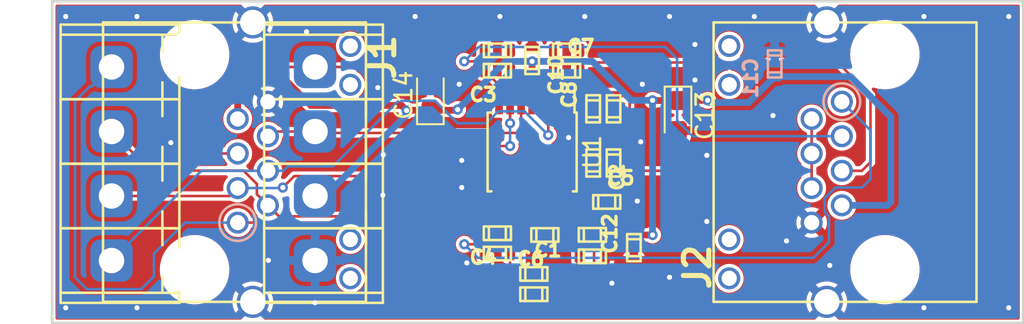
<source format=kicad_pcb>
(kicad_pcb (version 20190605) (host pcbnew "(5.1.0-1348-g3514473a5)")

  (general
    (thickness 1.6)
    (drawings 4)
    (tracks 233)
    (modules 26)
    (nets 22)
  )

  (page "A4")
  (layers
    (0 "F.Cu" signal)
    (31 "B.Cu" signal)
    (32 "B.Adhes" user)
    (33 "F.Adhes" user)
    (34 "B.Paste" user)
    (35 "F.Paste" user)
    (36 "B.SilkS" user)
    (37 "F.SilkS" user)
    (38 "B.Mask" user)
    (39 "F.Mask" user)
    (40 "Dwgs.User" user)
    (41 "Cmts.User" user)
    (42 "Eco1.User" user)
    (43 "Eco2.User" user)
    (44 "Edge.Cuts" user)
    (45 "Margin" user)
    (46 "B.CrtYd" user)
    (47 "F.CrtYd" user)
    (48 "B.Fab" user)
    (49 "F.Fab" user)
  )

  (setup
    (last_trace_width 0.15)
    (trace_clearance 0.2)
    (zone_clearance 0.2)
    (zone_45_only no)
    (trace_min 0.15)
    (via_size 0.6)
    (via_drill 0.3)
    (via_min_size 0.6)
    (via_min_drill 0.3)
    (uvia_size 0.3)
    (uvia_drill 0.1)
    (uvias_allowed no)
    (uvia_min_size 0.2)
    (uvia_min_drill 0.1)
    (max_error 0.005)
    (defaults
      (edge_clearance 0.01)
      (edge_cuts_line_width 0.15)
      (courtyard_line_width 0.05)
      (copper_line_width 0.2)
      (copper_text_dims (size 1.5 1.5) (thickness 0.3) keep_upright)
      (silk_line_width 0.15)
      (silk_text_dims (size 1 1) (thickness 0.15) keep_upright)
      (other_layers_line_width 0.1)
      (other_layers_text_dims (size 1 1) (thickness 0.15) keep_upright)
    )
    (pad_size 0.59 0.8)
    (pad_drill 0)
    (pad_to_mask_clearance 0.2)
    (aux_axis_origin 0 0)
    (visible_elements FFF9FF7F)
    (pcbplotparams
      (layerselection 0x00030_ffffffff)
      (usegerberextensions false)
      (usegerberattributes true)
      (usegerberadvancedattributes true)
      (creategerberjobfile true)
      (excludeedgelayer true)
      (linewidth 0.100000)
      (plotframeref false)
      (viasonmask false)
      (mode 1)
      (useauxorigin false)
      (hpglpennumber 1)
      (hpglpenspeed 20)
      (hpglpendiameter 15.000000)
      (psnegative false)
      (psa4output false)
      (plotreference true)
      (plotvalue true)
      (plotinvisibletext false)
      (padsonsilk false)
      (subtractmaskfromsilk false)
      (outputformat 1)
      (mirror false)
      (drillshape 1)
      (scaleselection 1)
      (outputdirectory ""))
  )

  (net 0 "")
  (net 1 "Net-(C1-Pad2)")
  (net 2 "Net-(C2-Pad2)")
  (net 3 "Net-(C3-Pad1)")
  (net 4 "Net-(C3-Pad2)")
  (net 5 "Net-(C4-Pad2)")
  (net 6 "Net-(C4-Pad1)")
  (net 7 "GND")
  (net 8 "+5V")
  (net 9 "Net-(C7-Pad2)")
  (net 10 "Net-(C7-Pad1)")
  (net 11 "Net-(C8-Pad2)")
  (net 12 "2.5V")
  (net 13 "Net-(C6-Pad2)")
  (net 14 "Net-(J1-Pad10)")
  (net 15 "Net-(J1-Pad9)")
  (net 16 "Net-(J1-Pad12)")
  (net 17 "Net-(J1-Pad11)")
  (net 18 "Net-(J2-Pad10)")
  (net 19 "Net-(J2-Pad9)")
  (net 20 "Net-(J2-Pad12)")
  (net 21 "Net-(J2-Pad11)")

  (net_class "Default" "This is the default net class."
    (clearance 0.2)
    (trace_width 0.15)
    (via_dia 0.6)
    (via_drill 0.3)
    (uvia_dia 0.3)
    (uvia_drill 0.1)
    (add_net "+5V")
    (add_net "2.5V")
    (add_net "GND")
    (add_net "Net-(C1-Pad2)")
    (add_net "Net-(C2-Pad2)")
    (add_net "Net-(C3-Pad1)")
    (add_net "Net-(C3-Pad2)")
    (add_net "Net-(C4-Pad1)")
    (add_net "Net-(C4-Pad2)")
    (add_net "Net-(C6-Pad2)")
    (add_net "Net-(C7-Pad1)")
    (add_net "Net-(C7-Pad2)")
    (add_net "Net-(C8-Pad2)")
    (add_net "Net-(J1-Pad10)")
    (add_net "Net-(J1-Pad11)")
    (add_net "Net-(J1-Pad12)")
    (add_net "Net-(J1-Pad9)")
    (add_net "Net-(J2-Pad10)")
    (add_net "Net-(J2-Pad11)")
    (add_net "Net-(J2-Pad12)")
    (add_net "Net-(J2-Pad9)")
  )

  (module "stmbl-kicad-lib:R_0603" (layer "F.Cu") (tedit 5AC562FC) (tstamp 5C70C95F)
    (at 145.3365 70.4 180)
    (descr "Resistor SMD 0603, reflow soldering, Vishay (see dcrcw.pdf)")
    (tags "resistor 0603")
    (path "/5C724DB4")
    (attr smd)
    (fp_text reference "R10" (at -3.248 0.04 180) (layer "F.SilkS") hide
      (effects (font (size 0.8 0.8) (thickness 0.2)))
    )
    (fp_text value "100k" (at 0 1.4 180) (layer "F.Fab")
      (effects (font (size 1 1) (thickness 0.15)))
    )
    (fp_line (start 1.3 -0.6) (end 1.3 0.6) (layer "F.CrtYd") (width 0.05))
    (fp_line (start -1.3 -0.6) (end -1.3 0.6) (layer "F.CrtYd") (width 0.05))
    (fp_line (start -1.3 0.6) (end 1.3 0.6) (layer "F.CrtYd") (width 0.05))
    (fp_line (start -1.3 -0.6) (end 1.3 -0.6) (layer "F.CrtYd") (width 0.05))
    (fp_line (start -0.8 -0.4) (end -0.8 0.4) (layer "F.SilkS") (width 0.15))
    (fp_line (start -0.8 0.4) (end 0.8 0.4) (layer "F.SilkS") (width 0.15))
    (fp_line (start 0.8 0.4) (end 0.8 -0.4) (layer "F.SilkS") (width 0.15))
    (fp_line (start 0.8 -0.4) (end -0.8 -0.4) (layer "F.SilkS") (width 0.15))
    (fp_line (start -0.5 -0.4) (end -0.5 0.4) (layer "F.SilkS") (width 0.15))
    (fp_line (start 0.5 -0.4) (end 0.5 0.4) (layer "F.SilkS") (width 0.15))
    (pad "2" smd roundrect (at 0.75 0 180) (size 0.59 0.8) (layers "F.Cu" "F.Paste" "F.Mask") (roundrect_rratio 0.25)
      (net 9 "Net-(C7-Pad2)") (solder_mask_margin 0.1))
    (pad "1" smd roundrect (at -0.75 0 180) (size 0.59 0.8) (layers "F.Cu" "F.Paste" "F.Mask") (roundrect_rratio 0.25)
      (net 10 "Net-(C7-Pad1)") (solder_mask_margin 0.1))
    (model "${KISYS3DMOD}/Resistor_SMD.3dshapes/R_0603_1608Metric.wrl"
      (at (xyz 0 0 0))
      (scale (xyz 1 1 1))
      (rotate (xyz 0 0 0))
    )
  )

  (module "stmbl-kicad-lib:R_0603" (layer "F.Cu") (tedit 5AC562FC) (tstamp 5C70B23A)
    (at 148.1 73.85 270)
    (descr "Resistor SMD 0603, reflow soldering, Vishay (see dcrcw.pdf)")
    (tags "resistor 0603")
    (path "/5C724DC0")
    (attr smd)
    (fp_text reference "R9" (at -3.248 0.04 270) (layer "F.SilkS") hide
      (effects (font (size 0.8 0.8) (thickness 0.2)))
    )
    (fp_text value "100k" (at 0 1.4 270) (layer "F.Fab")
      (effects (font (size 1 1) (thickness 0.15)))
    )
    (fp_line (start 1.3 -0.6) (end 1.3 0.6) (layer "F.CrtYd") (width 0.05))
    (fp_line (start -1.3 -0.6) (end -1.3 0.6) (layer "F.CrtYd") (width 0.05))
    (fp_line (start -1.3 0.6) (end 1.3 0.6) (layer "F.CrtYd") (width 0.05))
    (fp_line (start -1.3 -0.6) (end 1.3 -0.6) (layer "F.CrtYd") (width 0.05))
    (fp_line (start -0.8 -0.4) (end -0.8 0.4) (layer "F.SilkS") (width 0.15))
    (fp_line (start -0.8 0.4) (end 0.8 0.4) (layer "F.SilkS") (width 0.15))
    (fp_line (start 0.8 0.4) (end 0.8 -0.4) (layer "F.SilkS") (width 0.15))
    (fp_line (start 0.8 -0.4) (end -0.8 -0.4) (layer "F.SilkS") (width 0.15))
    (fp_line (start -0.5 -0.4) (end -0.5 0.4) (layer "F.SilkS") (width 0.15))
    (fp_line (start 0.5 -0.4) (end 0.5 0.4) (layer "F.SilkS") (width 0.15))
    (pad "2" smd roundrect (at 0.75 0 270) (size 0.59 0.8) (layers "F.Cu" "F.Paste" "F.Mask") (roundrect_rratio 0.25)
      (net 11 "Net-(C8-Pad2)") (solder_mask_margin 0.1))
    (pad "1" smd roundrect (at -0.75 0 270) (size 0.59 0.8) (layers "F.Cu" "F.Paste" "F.Mask") (roundrect_rratio 0.25)
      (net 12 "2.5V") (solder_mask_margin 0.1))
    (model "Resistors_SMD.3dshapes/R_0603.wrl"
      (at (xyz 0 0 0))
      (scale (xyz 1 1 1))
      (rotate (xyz 0 0 0))
    )
    (model "${KISYS3DMOD}/Resistor_SMD.3dshapes/R_0603_1608Metric.wrl"
      (at (xyz 0 0 0))
      (scale (xyz 1 1 1))
      (rotate (xyz 0 0 0))
    )
  )

  (module "stmbl-kicad-lib:R_0603" (layer "F.Cu") (tedit 5AC562FC) (tstamp 592E3506)
    (at 146.85 82.562 180)
    (descr "Resistor SMD 0603, reflow soldering, Vishay (see dcrcw.pdf)")
    (tags "resistor 0603")
    (path "/592E1BCC")
    (attr smd)
    (fp_text reference "R8" (at -3.248 0.04 180) (layer "F.SilkS") hide
      (effects (font (size 0.8 0.8) (thickness 0.2)))
    )
    (fp_text value "120" (at 0 1.4 180) (layer "F.Fab")
      (effects (font (size 1 1) (thickness 0.15)))
    )
    (fp_line (start 1.3 -0.6) (end 1.3 0.6) (layer "F.CrtYd") (width 0.05))
    (fp_line (start -1.3 -0.6) (end -1.3 0.6) (layer "F.CrtYd") (width 0.05))
    (fp_line (start -1.3 0.6) (end 1.3 0.6) (layer "F.CrtYd") (width 0.05))
    (fp_line (start -1.3 -0.6) (end 1.3 -0.6) (layer "F.CrtYd") (width 0.05))
    (fp_line (start -0.8 -0.4) (end -0.8 0.4) (layer "F.SilkS") (width 0.15))
    (fp_line (start -0.8 0.4) (end 0.8 0.4) (layer "F.SilkS") (width 0.15))
    (fp_line (start 0.8 0.4) (end 0.8 -0.4) (layer "F.SilkS") (width 0.15))
    (fp_line (start 0.8 -0.4) (end -0.8 -0.4) (layer "F.SilkS") (width 0.15))
    (fp_line (start -0.5 -0.4) (end -0.5 0.4) (layer "F.SilkS") (width 0.15))
    (fp_line (start 0.5 -0.4) (end 0.5 0.4) (layer "F.SilkS") (width 0.15))
    (pad "2" smd roundrect (at 0.75 0 180) (size 0.59 0.8) (layers "F.Cu" "F.Paste" "F.Mask") (roundrect_rratio 0.25)
      (net 13 "Net-(C6-Pad2)") (solder_mask_margin 0.1))
    (pad "1" smd roundrect (at -0.75 0 180) (size 0.59 0.8) (layers "F.Cu" "F.Paste" "F.Mask") (roundrect_rratio 0.25)
      (net 7 "GND") (solder_mask_margin 0.1))
    (model "${KISYS3DMOD}/Resistor_SMD.3dshapes/R_0603_1608Metric.wrl"
      (at (xyz 0 0 0))
      (scale (xyz 1 1 1))
      (rotate (xyz 0 0 0))
    )
  )

  (module "stmbl-kicad-lib:R_0603" (layer "F.Cu") (tedit 5AC562FC) (tstamp 592E34F6)
    (at 146.85 81.292)
    (descr "Resistor SMD 0603, reflow soldering, Vishay (see dcrcw.pdf)")
    (tags "resistor 0603")
    (path "/592E1BC6")
    (attr smd)
    (fp_text reference "R7" (at -3.248 0.04) (layer "F.SilkS") hide
      (effects (font (size 0.8 0.8) (thickness 0.2)))
    )
    (fp_text value "120" (at 0 1.4) (layer "F.Fab")
      (effects (font (size 1 1) (thickness 0.15)))
    )
    (fp_line (start 1.3 -0.6) (end 1.3 0.6) (layer "F.CrtYd") (width 0.05))
    (fp_line (start -1.3 -0.6) (end -1.3 0.6) (layer "F.CrtYd") (width 0.05))
    (fp_line (start -1.3 0.6) (end 1.3 0.6) (layer "F.CrtYd") (width 0.05))
    (fp_line (start -1.3 -0.6) (end 1.3 -0.6) (layer "F.CrtYd") (width 0.05))
    (fp_line (start -0.8 -0.4) (end -0.8 0.4) (layer "F.SilkS") (width 0.15))
    (fp_line (start -0.8 0.4) (end 0.8 0.4) (layer "F.SilkS") (width 0.15))
    (fp_line (start 0.8 0.4) (end 0.8 -0.4) (layer "F.SilkS") (width 0.15))
    (fp_line (start 0.8 -0.4) (end -0.8 -0.4) (layer "F.SilkS") (width 0.15))
    (fp_line (start -0.5 -0.4) (end -0.5 0.4) (layer "F.SilkS") (width 0.15))
    (fp_line (start 0.5 -0.4) (end 0.5 0.4) (layer "F.SilkS") (width 0.15))
    (pad "2" smd roundrect (at 0.75 0) (size 0.59 0.8) (layers "F.Cu" "F.Paste" "F.Mask") (roundrect_rratio 0.25)
      (net 8 "+5V") (solder_mask_margin 0.1))
    (pad "1" smd roundrect (at -0.75 0) (size 0.59 0.8) (layers "F.Cu" "F.Paste" "F.Mask") (roundrect_rratio 0.25)
      (net 13 "Net-(C6-Pad2)") (solder_mask_margin 0.1))
    (model "${KISYS3DMOD}/Resistor_SMD.3dshapes/R_0603_1608Metric.wrl"
      (at (xyz 0 0 0))
      (scale (xyz 1 1 1))
      (rotate (xyz 0 0 0))
    )
  )

  (module "stmbl-kicad-lib:R_0603" (layer "F.Cu") (tedit 5AC562FC) (tstamp 5C74706A)
    (at 141.25 70.4)
    (descr "Resistor SMD 0603, reflow soldering, Vishay (see dcrcw.pdf)")
    (tags "resistor 0603")
    (path "/592E0847")
    (attr smd)
    (fp_text reference "R4" (at -3.248 0.04) (layer "F.SilkS") hide
      (effects (font (size 0.8 0.8) (thickness 0.2)))
    )
    (fp_text value "100k" (at 0 1.4) (layer "F.Fab")
      (effects (font (size 1 1) (thickness 0.15)))
    )
    (fp_line (start 1.3 -0.6) (end 1.3 0.6) (layer "F.CrtYd") (width 0.05))
    (fp_line (start -1.3 -0.6) (end -1.3 0.6) (layer "F.CrtYd") (width 0.05))
    (fp_line (start -1.3 0.6) (end 1.3 0.6) (layer "F.CrtYd") (width 0.05))
    (fp_line (start -1.3 -0.6) (end 1.3 -0.6) (layer "F.CrtYd") (width 0.05))
    (fp_line (start -0.8 -0.4) (end -0.8 0.4) (layer "F.SilkS") (width 0.15))
    (fp_line (start -0.8 0.4) (end 0.8 0.4) (layer "F.SilkS") (width 0.15))
    (fp_line (start 0.8 0.4) (end 0.8 -0.4) (layer "F.SilkS") (width 0.15))
    (fp_line (start 0.8 -0.4) (end -0.8 -0.4) (layer "F.SilkS") (width 0.15))
    (fp_line (start -0.5 -0.4) (end -0.5 0.4) (layer "F.SilkS") (width 0.15))
    (fp_line (start 0.5 -0.4) (end 0.5 0.4) (layer "F.SilkS") (width 0.15))
    (pad "2" smd roundrect (at 0.75 0) (size 0.59 0.8) (layers "F.Cu" "F.Paste" "F.Mask") (roundrect_rratio 0.25)
      (net 4 "Net-(C3-Pad2)") (solder_mask_margin 0.1))
    (pad "1" smd roundrect (at -0.75 0) (size 0.59 0.8) (layers "F.Cu" "F.Paste" "F.Mask") (roundrect_rratio 0.25)
      (net 3 "Net-(C3-Pad1)") (solder_mask_margin 0.1))
    (model "${KISYS3DMOD}/Resistor_SMD.3dshapes/R_0603_1608Metric.wrl"
      (at (xyz 0 0 0))
      (scale (xyz 1 1 1))
      (rotate (xyz 0 0 0))
    )
  )

  (module "stmbl-kicad-lib:R_0603" (layer "F.Cu") (tedit 5AC562FC) (tstamp 592E34B6)
    (at 141.25 82.4)
    (descr "Resistor SMD 0603, reflow soldering, Vishay (see dcrcw.pdf)")
    (tags "resistor 0603")
    (path "/592E08D0")
    (attr smd)
    (fp_text reference "R3" (at -3.248 0.04) (layer "F.SilkS") hide
      (effects (font (size 0.8 0.8) (thickness 0.2)))
    )
    (fp_text value "100k" (at 0 1.4) (layer "F.Fab")
      (effects (font (size 1 1) (thickness 0.15)))
    )
    (fp_line (start 1.3 -0.6) (end 1.3 0.6) (layer "F.CrtYd") (width 0.05))
    (fp_line (start -1.3 -0.6) (end -1.3 0.6) (layer "F.CrtYd") (width 0.05))
    (fp_line (start -1.3 0.6) (end 1.3 0.6) (layer "F.CrtYd") (width 0.05))
    (fp_line (start -1.3 -0.6) (end 1.3 -0.6) (layer "F.CrtYd") (width 0.05))
    (fp_line (start -0.8 -0.4) (end -0.8 0.4) (layer "F.SilkS") (width 0.15))
    (fp_line (start -0.8 0.4) (end 0.8 0.4) (layer "F.SilkS") (width 0.15))
    (fp_line (start 0.8 0.4) (end 0.8 -0.4) (layer "F.SilkS") (width 0.15))
    (fp_line (start 0.8 -0.4) (end -0.8 -0.4) (layer "F.SilkS") (width 0.15))
    (fp_line (start -0.5 -0.4) (end -0.5 0.4) (layer "F.SilkS") (width 0.15))
    (fp_line (start 0.5 -0.4) (end 0.5 0.4) (layer "F.SilkS") (width 0.15))
    (pad "2" smd roundrect (at 0.75 0) (size 0.59 0.8) (layers "F.Cu" "F.Paste" "F.Mask") (roundrect_rratio 0.25)
      (net 5 "Net-(C4-Pad2)") (solder_mask_margin 0.1))
    (pad "1" smd roundrect (at -0.75 0) (size 0.59 0.8) (layers "F.Cu" "F.Paste" "F.Mask") (roundrect_rratio 0.25)
      (net 6 "Net-(C4-Pad1)") (solder_mask_margin 0.1))
    (model "${KISYS3DMOD}/Resistor_SMD.3dshapes/R_0603_1608Metric.wrl"
      (at (xyz 0 0 0))
      (scale (xyz 1 1 1))
      (rotate (xyz 0 0 0))
    )
  )

  (module "stmbl-kicad-lib:R_0603" (layer "F.Cu") (tedit 5AC562FC) (tstamp 592E34A6)
    (at 148.1 77.05 90)
    (descr "Resistor SMD 0603, reflow soldering, Vishay (see dcrcw.pdf)")
    (tags "resistor 0603")
    (path "/592E0DC4")
    (attr smd)
    (fp_text reference "R2" (at -3.248 0.04 90) (layer "F.SilkS") hide
      (effects (font (size 0.8 0.8) (thickness 0.2)))
    )
    (fp_text value "100k" (at 0 1.4 90) (layer "F.Fab")
      (effects (font (size 1 1) (thickness 0.15)))
    )
    (fp_line (start 1.3 -0.6) (end 1.3 0.6) (layer "F.CrtYd") (width 0.05))
    (fp_line (start -1.3 -0.6) (end -1.3 0.6) (layer "F.CrtYd") (width 0.05))
    (fp_line (start -1.3 0.6) (end 1.3 0.6) (layer "F.CrtYd") (width 0.05))
    (fp_line (start -1.3 -0.6) (end 1.3 -0.6) (layer "F.CrtYd") (width 0.05))
    (fp_line (start -0.8 -0.4) (end -0.8 0.4) (layer "F.SilkS") (width 0.15))
    (fp_line (start -0.8 0.4) (end 0.8 0.4) (layer "F.SilkS") (width 0.15))
    (fp_line (start 0.8 0.4) (end 0.8 -0.4) (layer "F.SilkS") (width 0.15))
    (fp_line (start 0.8 -0.4) (end -0.8 -0.4) (layer "F.SilkS") (width 0.15))
    (fp_line (start -0.5 -0.4) (end -0.5 0.4) (layer "F.SilkS") (width 0.15))
    (fp_line (start 0.5 -0.4) (end 0.5 0.4) (layer "F.SilkS") (width 0.15))
    (pad "2" smd roundrect (at 0.75 0 90) (size 0.59 0.8) (layers "F.Cu" "F.Paste" "F.Mask") (roundrect_rratio 0.25)
      (net 2 "Net-(C2-Pad2)") (solder_mask_margin 0.1))
    (pad "1" smd roundrect (at -0.75 0 90) (size 0.59 0.8) (layers "F.Cu" "F.Paste" "F.Mask") (roundrect_rratio 0.25)
      (net 12 "2.5V") (solder_mask_margin 0.1))
    (model "${KISYS3DMOD}/Resistor_SMD.3dshapes/R_0603_1608Metric.wrl"
      (at (xyz 0 0 0))
      (scale (xyz 1 1 1))
      (rotate (xyz 0 0 0))
    )
  )

  (module "stmbl-kicad-lib:R_0603" (layer "F.Cu") (tedit 5AC562FC) (tstamp 592E3496)
    (at 143.4 84.8 180)
    (descr "Resistor SMD 0603, reflow soldering, Vishay (see dcrcw.pdf)")
    (tags "resistor 0603")
    (path "/592E0C0B")
    (attr smd)
    (fp_text reference "R1" (at -3.248 0.04 180) (layer "F.SilkS") hide
      (effects (font (size 0.8 0.8) (thickness 0.2)))
    )
    (fp_text value "100k" (at 0 1.4 180) (layer "F.Fab")
      (effects (font (size 1 1) (thickness 0.15)))
    )
    (fp_line (start 1.3 -0.6) (end 1.3 0.6) (layer "F.CrtYd") (width 0.05))
    (fp_line (start -1.3 -0.6) (end -1.3 0.6) (layer "F.CrtYd") (width 0.05))
    (fp_line (start -1.3 0.6) (end 1.3 0.6) (layer "F.CrtYd") (width 0.05))
    (fp_line (start -1.3 -0.6) (end 1.3 -0.6) (layer "F.CrtYd") (width 0.05))
    (fp_line (start -0.8 -0.4) (end -0.8 0.4) (layer "F.SilkS") (width 0.15))
    (fp_line (start -0.8 0.4) (end 0.8 0.4) (layer "F.SilkS") (width 0.15))
    (fp_line (start 0.8 0.4) (end 0.8 -0.4) (layer "F.SilkS") (width 0.15))
    (fp_line (start 0.8 -0.4) (end -0.8 -0.4) (layer "F.SilkS") (width 0.15))
    (fp_line (start -0.5 -0.4) (end -0.5 0.4) (layer "F.SilkS") (width 0.15))
    (fp_line (start 0.5 -0.4) (end 0.5 0.4) (layer "F.SilkS") (width 0.15))
    (pad "2" smd roundrect (at 0.75 0 180) (size 0.59 0.8) (layers "F.Cu" "F.Paste" "F.Mask") (roundrect_rratio 0.25)
      (net 1 "Net-(C1-Pad2)") (solder_mask_margin 0.1))
    (pad "1" smd roundrect (at -0.75 0 180) (size 0.59 0.8) (layers "F.Cu" "F.Paste" "F.Mask") (roundrect_rratio 0.25)
      (net 12 "2.5V") (solder_mask_margin 0.1))
    (model "${KISYS3DMOD}/Resistor_SMD.3dshapes/R_0603_1608Metric.wrl"
      (at (xyz 0 0 0))
      (scale (xyz 1 1 1))
      (rotate (xyz 0 0 0))
    )
  )

  (module "stmbl-kicad-lib:C_0603" (layer "F.Cu") (tedit 5AC56310) (tstamp 5C70E995)
    (at 149.3 82.05 270)
    (descr "Capacitor SMD 0603, reflow soldering, AVX (see smccp.pdf)")
    (tags "capacitor 0603")
    (path "/5C7501E4")
    (attr smd)
    (fp_text reference "C12" (at -0.834 1.416 270) (layer "F.SilkS")
      (effects (font (size 0.8 0.8) (thickness 0.2)))
    )
    (fp_text value "C" (at 0 1.4 270) (layer "F.Fab")
      (effects (font (size 1 1) (thickness 0.15)))
    )
    (fp_line (start 1.3 -0.6) (end 1.3 0.6) (layer "F.CrtYd") (width 0.05))
    (fp_line (start -1.3 -0.6) (end -1.3 0.6) (layer "F.CrtYd") (width 0.05))
    (fp_line (start -1.3 0.6) (end 1.3 0.6) (layer "F.CrtYd") (width 0.05))
    (fp_line (start -1.3 -0.6) (end 1.3 -0.6) (layer "F.CrtYd") (width 0.05))
    (fp_line (start -0.8 -0.4) (end -0.8 0.4) (layer "F.SilkS") (width 0.15))
    (fp_line (start -0.8 0.4) (end 0.8 0.4) (layer "F.SilkS") (width 0.15))
    (fp_line (start 0.8 0.4) (end 0.8 -0.4) (layer "F.SilkS") (width 0.15))
    (fp_line (start 0.8 -0.4) (end -0.8 -0.4) (layer "F.SilkS") (width 0.15))
    (fp_line (start -0.5 -0.4) (end -0.5 0.4) (layer "F.SilkS") (width 0.15))
    (fp_line (start 0.5 -0.4) (end 0.5 0.4) (layer "F.SilkS") (width 0.15))
    (pad "2" smd roundrect (at 0.75 0 270) (size 0.59 0.8) (layers "F.Cu" "F.Paste" "F.Mask") (roundrect_rratio 0.25)
      (net 7 "GND"))
    (pad "1" smd roundrect (at -0.75 0 270) (size 0.59 0.8) (layers "F.Cu" "F.Paste" "F.Mask") (roundrect_rratio 0.25)
      (net 8 "+5V"))
    (model "${KISYS3DMOD}/Capacitor_SMD.3dshapes/C_0603_1608Metric.wrl"
      (at (xyz 0 0 0))
      (scale (xyz 1 1 1))
      (rotate (xyz 0 0 0))
    )
  )

  (module "stmbl-kicad-lib:C_0603" (layer "B.Cu") (tedit 5AC56310) (tstamp 5C70E985)
    (at 157.6 71.2 90)
    (descr "Capacitor SMD 0603, reflow soldering, AVX (see smccp.pdf)")
    (tags "capacitor 0603")
    (path "/5C74FF0F")
    (attr smd)
    (fp_text reference "C11" (at -0.834 -1.416 90) (layer "B.SilkS")
      (effects (font (size 0.8 0.8) (thickness 0.2)) (justify mirror))
    )
    (fp_text value "C" (at 0 -1.4 90) (layer "B.Fab")
      (effects (font (size 1 1) (thickness 0.15)) (justify mirror))
    )
    (fp_line (start 1.3 0.6) (end 1.3 -0.6) (layer "B.CrtYd") (width 0.05))
    (fp_line (start -1.3 0.6) (end -1.3 -0.6) (layer "B.CrtYd") (width 0.05))
    (fp_line (start -1.3 -0.6) (end 1.3 -0.6) (layer "B.CrtYd") (width 0.05))
    (fp_line (start -1.3 0.6) (end 1.3 0.6) (layer "B.CrtYd") (width 0.05))
    (fp_line (start -0.8 0.4) (end -0.8 -0.4) (layer "B.SilkS") (width 0.15))
    (fp_line (start -0.8 -0.4) (end 0.8 -0.4) (layer "B.SilkS") (width 0.15))
    (fp_line (start 0.8 -0.4) (end 0.8 0.4) (layer "B.SilkS") (width 0.15))
    (fp_line (start 0.8 0.4) (end -0.8 0.4) (layer "B.SilkS") (width 0.15))
    (fp_line (start -0.5 0.4) (end -0.5 -0.4) (layer "B.SilkS") (width 0.15))
    (fp_line (start 0.5 0.4) (end 0.5 -0.4) (layer "B.SilkS") (width 0.15))
    (pad "2" smd roundrect (at 0.75 0 90) (size 0.59 0.8) (layers "B.Cu" "B.Paste" "B.Mask") (roundrect_rratio 0.25)
      (net 7 "GND"))
    (pad "1" smd roundrect (at -0.75 0 90) (size 0.59 0.8) (layers "B.Cu" "B.Paste" "B.Mask") (roundrect_rratio 0.25)
      (net 8 "+5V"))
    (model "Capacitors_SMD.3dshapes/C_0603.wrl"
      (at (xyz 0 0 0))
      (scale (xyz 1 1 1))
      (rotate (xyz 0 0 0))
    )
  )

  (module "stmbl-kicad-lib:C_0603" (layer "F.Cu") (tedit 5AC56310) (tstamp 5C70E975)
    (at 143.3 71 90)
    (descr "Capacitor SMD 0603, reflow soldering, AVX (see smccp.pdf)")
    (tags "capacitor 0603")
    (path "/5C74F384")
    (attr smd)
    (fp_text reference "C10" (at -0.834 1.416 90) (layer "F.SilkS")
      (effects (font (size 0.8 0.8) (thickness 0.2)))
    )
    (fp_text value "C" (at 0 1.4 90) (layer "F.Fab")
      (effects (font (size 1 1) (thickness 0.15)))
    )
    (fp_line (start 1.3 -0.6) (end 1.3 0.6) (layer "F.CrtYd") (width 0.05))
    (fp_line (start -1.3 -0.6) (end -1.3 0.6) (layer "F.CrtYd") (width 0.05))
    (fp_line (start -1.3 0.6) (end 1.3 0.6) (layer "F.CrtYd") (width 0.05))
    (fp_line (start -1.3 -0.6) (end 1.3 -0.6) (layer "F.CrtYd") (width 0.05))
    (fp_line (start -0.8 -0.4) (end -0.8 0.4) (layer "F.SilkS") (width 0.15))
    (fp_line (start -0.8 0.4) (end 0.8 0.4) (layer "F.SilkS") (width 0.15))
    (fp_line (start 0.8 0.4) (end 0.8 -0.4) (layer "F.SilkS") (width 0.15))
    (fp_line (start 0.8 -0.4) (end -0.8 -0.4) (layer "F.SilkS") (width 0.15))
    (fp_line (start -0.5 -0.4) (end -0.5 0.4) (layer "F.SilkS") (width 0.15))
    (fp_line (start 0.5 -0.4) (end 0.5 0.4) (layer "F.SilkS") (width 0.15))
    (pad "2" smd roundrect (at 0.75 0 90) (size 0.59 0.8) (layers "F.Cu" "F.Paste" "F.Mask") (roundrect_rratio 0.25)
      (net 7 "GND"))
    (pad "1" smd roundrect (at -0.75 0 90) (size 0.59 0.8) (layers "F.Cu" "F.Paste" "F.Mask") (roundrect_rratio 0.25)
      (net 8 "+5V"))
    (model "Capacitors_SMD.3dshapes/C_0603.wrl"
      (at (xyz 0 0 0))
      (scale (xyz 1 1 1))
      (rotate (xyz 0 0 0))
    )
  )

  (module "stmbl-kicad-lib:C_0603" (layer "F.Cu") (tedit 5AC56310) (tstamp 5C70CD32)
    (at 146.9 73.85 270)
    (descr "Capacitor SMD 0603, reflow soldering, AVX (see smccp.pdf)")
    (tags "capacitor 0603")
    (path "/5C724DC6")
    (attr smd)
    (fp_text reference "C8" (at -0.834 1.416 270) (layer "F.SilkS")
      (effects (font (size 0.8 0.8) (thickness 0.2)))
    )
    (fp_text value "27p" (at 0 1.4 270) (layer "F.Fab")
      (effects (font (size 1 1) (thickness 0.15)))
    )
    (fp_line (start 1.3 -0.6) (end 1.3 0.6) (layer "F.CrtYd") (width 0.05))
    (fp_line (start -1.3 -0.6) (end -1.3 0.6) (layer "F.CrtYd") (width 0.05))
    (fp_line (start -1.3 0.6) (end 1.3 0.6) (layer "F.CrtYd") (width 0.05))
    (fp_line (start -1.3 -0.6) (end 1.3 -0.6) (layer "F.CrtYd") (width 0.05))
    (fp_line (start -0.8 -0.4) (end -0.8 0.4) (layer "F.SilkS") (width 0.15))
    (fp_line (start -0.8 0.4) (end 0.8 0.4) (layer "F.SilkS") (width 0.15))
    (fp_line (start 0.8 0.4) (end 0.8 -0.4) (layer "F.SilkS") (width 0.15))
    (fp_line (start 0.8 -0.4) (end -0.8 -0.4) (layer "F.SilkS") (width 0.15))
    (fp_line (start -0.5 -0.4) (end -0.5 0.4) (layer "F.SilkS") (width 0.15))
    (fp_line (start 0.5 -0.4) (end 0.5 0.4) (layer "F.SilkS") (width 0.15))
    (pad "2" smd roundrect (at 0.75 0 270) (size 0.59 0.8) (layers "F.Cu" "F.Paste" "F.Mask") (roundrect_rratio 0.25)
      (net 11 "Net-(C8-Pad2)"))
    (pad "1" smd roundrect (at -0.75 0 270) (size 0.59 0.8) (layers "F.Cu" "F.Paste" "F.Mask") (roundrect_rratio 0.25)
      (net 12 "2.5V"))
    (model "${KISYS3DMOD}/Capacitor_SMD.3dshapes/C_0603_1608Metric.wrl"
      (at (xyz 0 0 0))
      (scale (xyz 1 1 1))
      (rotate (xyz 0 0 0))
    )
  )

  (module "stmbl-kicad-lib:C_0603" (layer "F.Cu") (tedit 5AC56310) (tstamp 5C748655)
    (at 145.3365 71.6 180)
    (descr "Capacitor SMD 0603, reflow soldering, AVX (see smccp.pdf)")
    (tags "capacitor 0603")
    (path "/5C724DBA")
    (attr smd)
    (fp_text reference "C7" (at -0.834 1.416 180) (layer "F.SilkS")
      (effects (font (size 0.8 0.8) (thickness 0.2)))
    )
    (fp_text value "27p" (at 0 1.4 180) (layer "F.Fab")
      (effects (font (size 1 1) (thickness 0.15)))
    )
    (fp_line (start 1.3 -0.6) (end 1.3 0.6) (layer "F.CrtYd") (width 0.05))
    (fp_line (start -1.3 -0.6) (end -1.3 0.6) (layer "F.CrtYd") (width 0.05))
    (fp_line (start -1.3 0.6) (end 1.3 0.6) (layer "F.CrtYd") (width 0.05))
    (fp_line (start -1.3 -0.6) (end 1.3 -0.6) (layer "F.CrtYd") (width 0.05))
    (fp_line (start -0.8 -0.4) (end -0.8 0.4) (layer "F.SilkS") (width 0.15))
    (fp_line (start -0.8 0.4) (end 0.8 0.4) (layer "F.SilkS") (width 0.15))
    (fp_line (start 0.8 0.4) (end 0.8 -0.4) (layer "F.SilkS") (width 0.15))
    (fp_line (start 0.8 -0.4) (end -0.8 -0.4) (layer "F.SilkS") (width 0.15))
    (fp_line (start -0.5 -0.4) (end -0.5 0.4) (layer "F.SilkS") (width 0.15))
    (fp_line (start 0.5 -0.4) (end 0.5 0.4) (layer "F.SilkS") (width 0.15))
    (pad "2" smd roundrect (at 0.75 0 180) (size 0.59 0.8) (layers "F.Cu" "F.Paste" "F.Mask") (roundrect_rratio 0.25)
      (net 9 "Net-(C7-Pad2)"))
    (pad "1" smd roundrect (at -0.75 0 180) (size 0.59 0.8) (layers "F.Cu" "F.Paste" "F.Mask") (roundrect_rratio 0.25)
      (net 10 "Net-(C7-Pad1)"))
    (model "${KISYS3DMOD}/Capacitor_SMD.3dshapes/C_0603_1608Metric.wrl"
      (at (xyz 0 0 0))
      (scale (xyz 1 1 1))
      (rotate (xyz 0 0 0))
    )
  )

  (module "stmbl-kicad-lib:C_0603" (layer "F.Cu") (tedit 5AC56310) (tstamp 592E3456)
    (at 144.05 81.3)
    (descr "Capacitor SMD 0603, reflow soldering, AVX (see smccp.pdf)")
    (tags "capacitor 0603")
    (path "/592E1BDE")
    (attr smd)
    (fp_text reference "C6" (at -0.834 1.416) (layer "F.SilkS")
      (effects (font (size 0.8 0.8) (thickness 0.2)))
    )
    (fp_text value "100n" (at 0 1.4) (layer "F.Fab")
      (effects (font (size 1 1) (thickness 0.15)))
    )
    (fp_line (start 1.3 -0.6) (end 1.3 0.6) (layer "F.CrtYd") (width 0.05))
    (fp_line (start -1.3 -0.6) (end -1.3 0.6) (layer "F.CrtYd") (width 0.05))
    (fp_line (start -1.3 0.6) (end 1.3 0.6) (layer "F.CrtYd") (width 0.05))
    (fp_line (start -1.3 -0.6) (end 1.3 -0.6) (layer "F.CrtYd") (width 0.05))
    (fp_line (start -0.8 -0.4) (end -0.8 0.4) (layer "F.SilkS") (width 0.15))
    (fp_line (start -0.8 0.4) (end 0.8 0.4) (layer "F.SilkS") (width 0.15))
    (fp_line (start 0.8 0.4) (end 0.8 -0.4) (layer "F.SilkS") (width 0.15))
    (fp_line (start 0.8 -0.4) (end -0.8 -0.4) (layer "F.SilkS") (width 0.15))
    (fp_line (start -0.5 -0.4) (end -0.5 0.4) (layer "F.SilkS") (width 0.15))
    (fp_line (start 0.5 -0.4) (end 0.5 0.4) (layer "F.SilkS") (width 0.15))
    (pad "2" smd roundrect (at 0.75 0) (size 0.59 0.8) (layers "F.Cu" "F.Paste" "F.Mask") (roundrect_rratio 0.25)
      (net 13 "Net-(C6-Pad2)"))
    (pad "1" smd roundrect (at -0.75 0) (size 0.59 0.8) (layers "F.Cu" "F.Paste" "F.Mask") (roundrect_rratio 0.25)
      (net 7 "GND"))
    (model "${KISYS3DMOD}/Capacitor_SMD.3dshapes/C_0603_1608Metric.wrl"
      (at (xyz 0 0 0))
      (scale (xyz 1 1 1))
      (rotate (xyz 0 0 0))
    )
  )

  (module "stmbl-kicad-lib:C_0603" (layer "F.Cu") (tedit 5AC56310) (tstamp 5C7459F8)
    (at 147.7 79.35 180)
    (descr "Capacitor SMD 0603, reflow soldering, AVX (see smccp.pdf)")
    (tags "capacitor 0603")
    (path "/5D7971E6")
    (attr smd)
    (fp_text reference "C5" (at -0.834 1.416 180) (layer "F.SilkS")
      (effects (font (size 0.8 0.8) (thickness 0.2)))
    )
    (fp_text value "100n" (at 0 1.4 180) (layer "F.Fab")
      (effects (font (size 1 1) (thickness 0.15)))
    )
    (fp_line (start 1.3 -0.6) (end 1.3 0.6) (layer "F.CrtYd") (width 0.05))
    (fp_line (start -1.3 -0.6) (end -1.3 0.6) (layer "F.CrtYd") (width 0.05))
    (fp_line (start -1.3 0.6) (end 1.3 0.6) (layer "F.CrtYd") (width 0.05))
    (fp_line (start -1.3 -0.6) (end 1.3 -0.6) (layer "F.CrtYd") (width 0.05))
    (fp_line (start -0.8 -0.4) (end -0.8 0.4) (layer "F.SilkS") (width 0.15))
    (fp_line (start -0.8 0.4) (end 0.8 0.4) (layer "F.SilkS") (width 0.15))
    (fp_line (start 0.8 0.4) (end 0.8 -0.4) (layer "F.SilkS") (width 0.15))
    (fp_line (start 0.8 -0.4) (end -0.8 -0.4) (layer "F.SilkS") (width 0.15))
    (fp_line (start -0.5 -0.4) (end -0.5 0.4) (layer "F.SilkS") (width 0.15))
    (fp_line (start 0.5 -0.4) (end 0.5 0.4) (layer "F.SilkS") (width 0.15))
    (pad "2" smd roundrect (at 0.75 0 180) (size 0.59 0.8) (layers "F.Cu" "F.Paste" "F.Mask") (roundrect_rratio 0.25)
      (net 12 "2.5V"))
    (pad "1" smd roundrect (at -0.75 0 180) (size 0.59 0.8) (layers "F.Cu" "F.Paste" "F.Mask") (roundrect_rratio 0.25)
      (net 7 "GND"))
    (model "${KISYS3DMOD}/Capacitor_SMD.3dshapes/C_0603_1608Metric.wrl"
      (at (xyz 0 0 0))
      (scale (xyz 1 1 1))
      (rotate (xyz 0 0 0))
    )
  )

  (module "stmbl-kicad-lib:C_0603" (layer "F.Cu") (tedit 5AC56310) (tstamp 592E3436)
    (at 141.25 81.2)
    (descr "Capacitor SMD 0603, reflow soldering, AVX (see smccp.pdf)")
    (tags "capacitor 0603")
    (path "/592E0942")
    (attr smd)
    (fp_text reference "C4" (at -0.834 1.416) (layer "F.SilkS")
      (effects (font (size 0.8 0.8) (thickness 0.2)))
    )
    (fp_text value "27p" (at 0 1.4) (layer "F.Fab")
      (effects (font (size 1 1) (thickness 0.15)))
    )
    (fp_line (start 1.3 -0.6) (end 1.3 0.6) (layer "F.CrtYd") (width 0.05))
    (fp_line (start -1.3 -0.6) (end -1.3 0.6) (layer "F.CrtYd") (width 0.05))
    (fp_line (start -1.3 0.6) (end 1.3 0.6) (layer "F.CrtYd") (width 0.05))
    (fp_line (start -1.3 -0.6) (end 1.3 -0.6) (layer "F.CrtYd") (width 0.05))
    (fp_line (start -0.8 -0.4) (end -0.8 0.4) (layer "F.SilkS") (width 0.15))
    (fp_line (start -0.8 0.4) (end 0.8 0.4) (layer "F.SilkS") (width 0.15))
    (fp_line (start 0.8 0.4) (end 0.8 -0.4) (layer "F.SilkS") (width 0.15))
    (fp_line (start 0.8 -0.4) (end -0.8 -0.4) (layer "F.SilkS") (width 0.15))
    (fp_line (start -0.5 -0.4) (end -0.5 0.4) (layer "F.SilkS") (width 0.15))
    (fp_line (start 0.5 -0.4) (end 0.5 0.4) (layer "F.SilkS") (width 0.15))
    (pad "2" smd roundrect (at 0.75 0) (size 0.59 0.8) (layers "F.Cu" "F.Paste" "F.Mask") (roundrect_rratio 0.25)
      (net 5 "Net-(C4-Pad2)"))
    (pad "1" smd roundrect (at -0.75 0) (size 0.59 0.8) (layers "F.Cu" "F.Paste" "F.Mask") (roundrect_rratio 0.25)
      (net 6 "Net-(C4-Pad1)"))
    (model "${KISYS3DMOD}/Capacitor_SMD.3dshapes/C_0603_1608Metric.wrl"
      (at (xyz 0 0 0))
      (scale (xyz 1 1 1))
      (rotate (xyz 0 0 0))
    )
  )

  (module "stmbl-kicad-lib:C_0603" (layer "F.Cu") (tedit 5AC56310) (tstamp 5C746FF0)
    (at 141.25 71.6)
    (descr "Capacitor SMD 0603, reflow soldering, AVX (see smccp.pdf)")
    (tags "capacitor 0603")
    (path "/592E0986")
    (attr smd)
    (fp_text reference "C3" (at -0.834 1.416) (layer "F.SilkS")
      (effects (font (size 0.8 0.8) (thickness 0.2)))
    )
    (fp_text value "27p" (at 0 1.4) (layer "F.Fab")
      (effects (font (size 1 1) (thickness 0.15)))
    )
    (fp_line (start 1.3 -0.6) (end 1.3 0.6) (layer "F.CrtYd") (width 0.05))
    (fp_line (start -1.3 -0.6) (end -1.3 0.6) (layer "F.CrtYd") (width 0.05))
    (fp_line (start -1.3 0.6) (end 1.3 0.6) (layer "F.CrtYd") (width 0.05))
    (fp_line (start -1.3 -0.6) (end 1.3 -0.6) (layer "F.CrtYd") (width 0.05))
    (fp_line (start -0.8 -0.4) (end -0.8 0.4) (layer "F.SilkS") (width 0.15))
    (fp_line (start -0.8 0.4) (end 0.8 0.4) (layer "F.SilkS") (width 0.15))
    (fp_line (start 0.8 0.4) (end 0.8 -0.4) (layer "F.SilkS") (width 0.15))
    (fp_line (start 0.8 -0.4) (end -0.8 -0.4) (layer "F.SilkS") (width 0.15))
    (fp_line (start -0.5 -0.4) (end -0.5 0.4) (layer "F.SilkS") (width 0.15))
    (fp_line (start 0.5 -0.4) (end 0.5 0.4) (layer "F.SilkS") (width 0.15))
    (pad "2" smd roundrect (at 0.75 0) (size 0.59 0.8) (layers "F.Cu" "F.Paste" "F.Mask") (roundrect_rratio 0.25)
      (net 4 "Net-(C3-Pad2)"))
    (pad "1" smd roundrect (at -0.75 0) (size 0.59 0.8) (layers "F.Cu" "F.Paste" "F.Mask") (roundrect_rratio 0.25)
      (net 3 "Net-(C3-Pad1)"))
    (model "${KISYS3DMOD}/Capacitor_SMD.3dshapes/C_0603_1608Metric.wrl"
      (at (xyz 0 0 0))
      (scale (xyz 1 1 1))
      (rotate (xyz 0 0 0))
    )
  )

  (module "stmbl-kicad-lib:C_0603" (layer "F.Cu") (tedit 5AC56310) (tstamp 592E3416)
    (at 146.9 77.05 90)
    (descr "Capacitor SMD 0603, reflow soldering, AVX (see smccp.pdf)")
    (tags "capacitor 0603")
    (path "/592E0E05")
    (attr smd)
    (fp_text reference "C2" (at -0.834 1.416 90) (layer "F.SilkS")
      (effects (font (size 0.8 0.8) (thickness 0.2)))
    )
    (fp_text value "27p" (at 0 1.4 90) (layer "F.Fab")
      (effects (font (size 1 1) (thickness 0.15)))
    )
    (fp_line (start 1.3 -0.6) (end 1.3 0.6) (layer "F.CrtYd") (width 0.05))
    (fp_line (start -1.3 -0.6) (end -1.3 0.6) (layer "F.CrtYd") (width 0.05))
    (fp_line (start -1.3 0.6) (end 1.3 0.6) (layer "F.CrtYd") (width 0.05))
    (fp_line (start -1.3 -0.6) (end 1.3 -0.6) (layer "F.CrtYd") (width 0.05))
    (fp_line (start -0.8 -0.4) (end -0.8 0.4) (layer "F.SilkS") (width 0.15))
    (fp_line (start -0.8 0.4) (end 0.8 0.4) (layer "F.SilkS") (width 0.15))
    (fp_line (start 0.8 0.4) (end 0.8 -0.4) (layer "F.SilkS") (width 0.15))
    (fp_line (start 0.8 -0.4) (end -0.8 -0.4) (layer "F.SilkS") (width 0.15))
    (fp_line (start -0.5 -0.4) (end -0.5 0.4) (layer "F.SilkS") (width 0.15))
    (fp_line (start 0.5 -0.4) (end 0.5 0.4) (layer "F.SilkS") (width 0.15))
    (pad "2" smd roundrect (at 0.75 0 90) (size 0.59 0.8) (layers "F.Cu" "F.Paste" "F.Mask") (roundrect_rratio 0.25)
      (net 2 "Net-(C2-Pad2)"))
    (pad "1" smd roundrect (at -0.75 0 90) (size 0.59 0.8) (layers "F.Cu" "F.Paste" "F.Mask") (roundrect_rratio 0.25)
      (net 12 "2.5V"))
    (model "${KISYS3DMOD}/Capacitor_SMD.3dshapes/C_0603_1608Metric.wrl"
      (at (xyz 0 0 0))
      (scale (xyz 1 1 1))
      (rotate (xyz 0 0 0))
    )
  )

  (module "stmbl-kicad-lib:C_0603" (layer "F.Cu") (tedit 5AC56310) (tstamp 5C8B1BE3)
    (at 143.4 83.6 180)
    (descr "Capacitor SMD 0603, reflow soldering, AVX (see smccp.pdf)")
    (tags "capacitor 0603")
    (path "/592E0C46")
    (attr smd)
    (fp_text reference "C1" (at -0.834 1.416 180) (layer "F.SilkS")
      (effects (font (size 0.8 0.8) (thickness 0.2)))
    )
    (fp_text value "27p" (at 0 1.4 180) (layer "F.Fab")
      (effects (font (size 1 1) (thickness 0.15)))
    )
    (fp_line (start 1.3 -0.6) (end 1.3 0.6) (layer "F.CrtYd") (width 0.05))
    (fp_line (start -1.3 -0.6) (end -1.3 0.6) (layer "F.CrtYd") (width 0.05))
    (fp_line (start -1.3 0.6) (end 1.3 0.6) (layer "F.CrtYd") (width 0.05))
    (fp_line (start -1.3 -0.6) (end 1.3 -0.6) (layer "F.CrtYd") (width 0.05))
    (fp_line (start -0.8 -0.4) (end -0.8 0.4) (layer "F.SilkS") (width 0.15))
    (fp_line (start -0.8 0.4) (end 0.8 0.4) (layer "F.SilkS") (width 0.15))
    (fp_line (start 0.8 0.4) (end 0.8 -0.4) (layer "F.SilkS") (width 0.15))
    (fp_line (start 0.8 -0.4) (end -0.8 -0.4) (layer "F.SilkS") (width 0.15))
    (fp_line (start -0.5 -0.4) (end -0.5 0.4) (layer "F.SilkS") (width 0.15))
    (fp_line (start 0.5 -0.4) (end 0.5 0.4) (layer "F.SilkS") (width 0.15))
    (pad "2" smd roundrect (at 0.75 0 180) (size 0.59 0.8) (layers "F.Cu" "F.Paste" "F.Mask") (roundrect_rratio 0.25)
      (net 1 "Net-(C1-Pad2)"))
    (pad "1" smd roundrect (at -0.75 0 180) (size 0.59 0.8) (layers "F.Cu" "F.Paste" "F.Mask") (roundrect_rratio 0.25)
      (net 12 "2.5V"))
    (model "${KISYS3DMOD}/Capacitor_SMD.3dshapes/C_0603_1608Metric.wrl"
      (at (xyz 0 0 0))
      (scale (xyz 1 1 1))
      (rotate (xyz 0 0 0))
    )
  )

  (module "Housings_SSOP:TSSOP-14_4.4x5mm_Pitch0.65mm" (layer "F.Cu") (tedit 54130A77) (tstamp 5C8AF77D)
    (at 143.3 76.4 270)
    (descr "14-Lead Plastic Thin Shrink Small Outline (ST)-4.4 mm Body [TSSOP] (see Microchip Packaging Specification 00000049BS.pdf)")
    (tags "SSOP 0.65")
    (path "/5C9610B8")
    (attr smd)
    (fp_text reference "U1" (at 0 -3.55 270) (layer "F.SilkS")
      (effects (font (size 1 1) (thickness 0.15)))
    )
    (fp_text value "OPA4376" (at 0 3.55 270) (layer "F.Fab")
      (effects (font (size 1 1) (thickness 0.15)))
    )
    (fp_text user "%R" (at 0 0 270) (layer "F.Fab")
      (effects (font (size 0.8 0.8) (thickness 0.15)))
    )
    (fp_line (start -2.325 -2.5) (end -3.675 -2.5) (layer "F.SilkS") (width 0.15))
    (fp_line (start -2.325 2.625) (end 2.325 2.625) (layer "F.SilkS") (width 0.15))
    (fp_line (start -2.325 -2.625) (end 2.325 -2.625) (layer "F.SilkS") (width 0.15))
    (fp_line (start -2.325 2.625) (end -2.325 2.4) (layer "F.SilkS") (width 0.15))
    (fp_line (start 2.325 2.625) (end 2.325 2.4) (layer "F.SilkS") (width 0.15))
    (fp_line (start 2.325 -2.625) (end 2.325 -2.4) (layer "F.SilkS") (width 0.15))
    (fp_line (start -2.325 -2.625) (end -2.325 -2.5) (layer "F.SilkS") (width 0.15))
    (fp_line (start -3.95 2.8) (end 3.95 2.8) (layer "F.CrtYd") (width 0.05))
    (fp_line (start -3.95 -2.8) (end 3.95 -2.8) (layer "F.CrtYd") (width 0.05))
    (fp_line (start 3.95 -2.8) (end 3.95 2.8) (layer "F.CrtYd") (width 0.05))
    (fp_line (start -3.95 -2.8) (end -3.95 2.8) (layer "F.CrtYd") (width 0.05))
    (fp_line (start -2.2 -1.5) (end -1.2 -2.5) (layer "F.Fab") (width 0.15))
    (fp_line (start -2.2 2.5) (end -2.2 -1.5) (layer "F.Fab") (width 0.15))
    (fp_line (start 2.2 2.5) (end -2.2 2.5) (layer "F.Fab") (width 0.15))
    (fp_line (start 2.2 -2.5) (end 2.2 2.5) (layer "F.Fab") (width 0.15))
    (fp_line (start -1.2 -2.5) (end 2.2 -2.5) (layer "F.Fab") (width 0.15))
    (pad "1" smd rect (at -2.95 -1.95 270) (size 1.45 0.45) (layers "F.Cu" "F.Paste" "F.Mask")
      (net 10 "Net-(C7-Pad1)"))
    (pad "2" smd rect (at -2.95 -1.3 270) (size 1.45 0.45) (layers "F.Cu" "F.Paste" "F.Mask")
      (net 9 "Net-(C7-Pad2)"))
    (pad "3" smd rect (at -2.95 -0.65 270) (size 1.45 0.45) (layers "F.Cu" "F.Paste" "F.Mask")
      (net 11 "Net-(C8-Pad2)"))
    (pad "4" smd rect (at -2.95 0 270) (size 1.45 0.45) (layers "F.Cu" "F.Paste" "F.Mask")
      (net 8 "+5V"))
    (pad "5" smd rect (at -2.95 0.65 270) (size 1.45 0.45) (layers "F.Cu" "F.Paste" "F.Mask")
      (net 2 "Net-(C2-Pad2)"))
    (pad "6" smd rect (at -2.95 1.3 270) (size 1.45 0.45) (layers "F.Cu" "F.Paste" "F.Mask")
      (net 4 "Net-(C3-Pad2)"))
    (pad "7" smd rect (at -2.95 1.95 270) (size 1.45 0.45) (layers "F.Cu" "F.Paste" "F.Mask")
      (net 3 "Net-(C3-Pad1)"))
    (pad "8" smd rect (at 2.95 1.95 270) (size 1.45 0.45) (layers "F.Cu" "F.Paste" "F.Mask")
      (net 6 "Net-(C4-Pad1)"))
    (pad "9" smd rect (at 2.95 1.3 270) (size 1.45 0.45) (layers "F.Cu" "F.Paste" "F.Mask")
      (net 5 "Net-(C4-Pad2)"))
    (pad "10" smd rect (at 2.95 0.65 270) (size 1.45 0.45) (layers "F.Cu" "F.Paste" "F.Mask")
      (net 1 "Net-(C1-Pad2)"))
    (pad "11" smd rect (at 2.95 0 270) (size 1.45 0.45) (layers "F.Cu" "F.Paste" "F.Mask")
      (net 7 "GND"))
    (pad "12" smd rect (at 2.95 -0.65 270) (size 1.45 0.45) (layers "F.Cu" "F.Paste" "F.Mask")
      (net 13 "Net-(C6-Pad2)"))
    (pad "13" smd rect (at 2.95 -1.3 270) (size 1.45 0.45) (layers "F.Cu" "F.Paste" "F.Mask")
      (net 12 "2.5V"))
    (pad "14" smd rect (at 2.95 -1.95 270) (size 1.45 0.45) (layers "F.Cu" "F.Paste" "F.Mask")
      (net 12 "2.5V"))
    (model "${KISYS3DMOD}/Housings_SSOP.3dshapes/TSSOP-14_4.4x5mm_Pitch0.65mm.wrl"
      (at (xyz 0 0 0))
      (scale (xyz 1 1 1))
      (rotate (xyz 0 0 0))
    )
    (model "${KISYS3DMOD}/Package_SO.3dshapes/TSSOP-14-1EP_4.4x5mm_P0.65mm.wrl"
      (at (xyz 0 0 0))
      (scale (xyz 1 1 1))
      (rotate (xyz 0 0 0))
    )
  )

  (module "stmbl:RJ45_LED" (layer "F.Cu") (tedit 58E701F3) (tstamp 5C74DEF3)
    (at 169.5 77 270)
    (path "/5D829B26")
    (fp_text reference "J2" (at 6.194 16.462 270) (layer "F.SilkS")
      (effects (font (size 1.5 1.5) (thickness 0.3)))
    )
    (fp_text value "RJ45_LED" (at -5 -1 270) (layer "F.Fab")
      (effects (font (size 1 1) (thickness 0.15)))
    )
    (fp_circle (center -3.57 7.94) (end -3.556 6.858) (layer "B.SilkS") (width 0.15))
    (fp_line (start 8.25 15.5) (end 8.25 0) (layer "F.SilkS") (width 0.15))
    (fp_line (start -8.25 15.5) (end 8.25 15.5) (layer "F.SilkS") (width 0.15))
    (fp_line (start -8.25 0) (end -8.25 15.5) (layer "F.SilkS") (width 0.15))
    (fp_line (start 8.25 0) (end -8.25 0) (layer "F.SilkS") (width 0.15))
    (pad "" np_thru_hole circle (at 6.35 5.4 270) (size 3.1 3.1) (drill 3.1) (layers *.Cu *.Mask)
      (clearance 0.5))
    (pad "" np_thru_hole circle (at -6.35 5.4 270) (size 3.1 3.1) (drill 3.1) (layers *.Cu *.Mask)
      (clearance 0.5))
    (pad "13" thru_hole circle (at 8.25 8.83 270) (size 1.9 1.9) (drill 1.5) (layers *.Cu *.Mask)
      (net 7 "GND"))
    (pad "13" thru_hole circle (at -8.25 8.83 270) (size 1.9 1.9) (drill 1.5) (layers *.Cu *.Mask)
      (net 7 "GND"))
    (pad "1" thru_hole circle (at -3.57 7.94 270) (size 1.3 1.3) (drill 0.9) (layers *.Cu *.Mask)
      (net 6 "Net-(C4-Pad1)"))
    (pad "2" thru_hole circle (at -2.55 9.72 270) (size 1.3 1.3) (drill 0.9) (layers *.Cu *.Mask)
      (net 12 "2.5V"))
    (pad "3" thru_hole circle (at -1.53 7.94 270) (size 1.3 1.3) (drill 0.9) (layers *.Cu *.Mask)
      (net 3 "Net-(C3-Pad1)"))
    (pad "4" thru_hole circle (at -0.51 9.72 270) (size 1.3 1.3) (drill 0.9) (layers *.Cu *.Mask)
      (net 12 "2.5V"))
    (pad "5" thru_hole circle (at 0.51 7.94 270) (size 1.3 1.3) (drill 0.9) (layers *.Cu *.Mask)
      (net 10 "Net-(C7-Pad1)"))
    (pad "6" thru_hole circle (at 1.53 9.72 270) (size 1.3 1.3) (drill 0.9) (layers *.Cu *.Mask)
      (net 12 "2.5V"))
    (pad "7" thru_hole circle (at 2.55 7.94 270) (size 1.3 1.3) (drill 0.9) (layers *.Cu *.Mask)
      (net 8 "+5V"))
    (pad "8" thru_hole circle (at 3.57 9.72 270) (size 1.3 1.3) (drill 0.9) (layers *.Cu *.Mask)
      (net 7 "GND"))
    (pad "10" thru_hole circle (at 6.86 14.58 270) (size 1.3 1.3) (drill 0.9) (layers *.Cu *.Mask)
      (net 18 "Net-(J2-Pad10)"))
    (pad "9" thru_hole circle (at 4.57 14.58 270) (size 1.3 1.3) (drill 0.9) (layers *.Cu *.Mask)
      (net 19 "Net-(J2-Pad9)"))
    (pad "12" thru_hole circle (at -4.57 14.58 270) (size 1.3 1.3) (drill 0.9) (layers *.Cu *.Mask)
      (net 20 "Net-(J2-Pad12)"))
    (pad "11" thru_hole circle (at -6.86 14.58 270) (size 1.3 1.3) (drill 0.9) (layers *.Cu *.Mask)
      (net 21 "Net-(J2-Pad11)"))
    (model "${KIPRJMOD}/../lib/stmbl.pretty/RIA_AJT10L8813-011.wrl"
      (at (xyz 0 0 0))
      (scale (xyz 393.7 393.7 393.7))
      (rotate (xyz -90 0 180))
    )
  )

  (module "stmbl:RJ45_LED" (layer "F.Cu") (tedit 58E701F3) (tstamp 5C74DEDA)
    (at 118 77 90)
    (path "/5D7E41F6")
    (fp_text reference "J1" (at 6.194 16.462 90) (layer "F.SilkS")
      (effects (font (size 1.5 1.5) (thickness 0.3)))
    )
    (fp_text value "RJ45_LED" (at -5 -1 90) (layer "F.Fab")
      (effects (font (size 1 1) (thickness 0.15)))
    )
    (fp_circle (center -3.57 7.94) (end -3.556 6.858) (layer "B.SilkS") (width 0.15))
    (fp_line (start 8.25 15.5) (end 8.25 0) (layer "F.SilkS") (width 0.15))
    (fp_line (start -8.25 15.5) (end 8.25 15.5) (layer "F.SilkS") (width 0.15))
    (fp_line (start -8.25 0) (end -8.25 15.5) (layer "F.SilkS") (width 0.15))
    (fp_line (start 8.25 0) (end -8.25 0) (layer "F.SilkS") (width 0.15))
    (pad "" np_thru_hole circle (at 6.35 5.4 90) (size 3.1 3.1) (drill 3.1) (layers *.Cu *.Mask)
      (clearance 0.5))
    (pad "" np_thru_hole circle (at -6.35 5.4 90) (size 3.1 3.1) (drill 3.1) (layers *.Cu *.Mask)
      (clearance 0.5))
    (pad "13" thru_hole circle (at 8.25 8.83 90) (size 1.9 1.9) (drill 1.5) (layers *.Cu *.Mask)
      (net 7 "GND"))
    (pad "13" thru_hole circle (at -8.25 8.83 90) (size 1.9 1.9) (drill 1.5) (layers *.Cu *.Mask)
      (net 7 "GND"))
    (pad "1" thru_hole circle (at -3.57 7.94 90) (size 1.3 1.3) (drill 0.9) (layers *.Cu *.Mask)
      (net 5 "Net-(C4-Pad2)"))
    (pad "2" thru_hole circle (at -2.55 9.72 90) (size 1.3 1.3) (drill 0.9) (layers *.Cu *.Mask)
      (net 1 "Net-(C1-Pad2)"))
    (pad "3" thru_hole circle (at -1.53 7.94 90) (size 1.3 1.3) (drill 0.9) (layers *.Cu *.Mask)
      (net 4 "Net-(C3-Pad2)"))
    (pad "4" thru_hole circle (at -0.51 9.72 90) (size 1.3 1.3) (drill 0.9) (layers *.Cu *.Mask)
      (net 11 "Net-(C8-Pad2)"))
    (pad "5" thru_hole circle (at 0.51 7.94 90) (size 1.3 1.3) (drill 0.9) (layers *.Cu *.Mask)
      (net 9 "Net-(C7-Pad2)"))
    (pad "6" thru_hole circle (at 1.53 9.72 90) (size 1.3 1.3) (drill 0.9) (layers *.Cu *.Mask)
      (net 2 "Net-(C2-Pad2)"))
    (pad "7" thru_hole circle (at 2.55 7.94 90) (size 1.3 1.3) (drill 0.9) (layers *.Cu *.Mask)
      (net 8 "+5V"))
    (pad "8" thru_hole circle (at 3.57 9.72 90) (size 1.3 1.3) (drill 0.9) (layers *.Cu *.Mask)
      (net 7 "GND"))
    (pad "10" thru_hole circle (at 6.86 14.58 90) (size 1.3 1.3) (drill 0.9) (layers *.Cu *.Mask)
      (net 14 "Net-(J1-Pad10)"))
    (pad "9" thru_hole circle (at 4.57 14.58 90) (size 1.3 1.3) (drill 0.9) (layers *.Cu *.Mask)
      (net 15 "Net-(J1-Pad9)"))
    (pad "12" thru_hole circle (at -4.57 14.58 90) (size 1.3 1.3) (drill 0.9) (layers *.Cu *.Mask)
      (net 16 "Net-(J1-Pad12)"))
    (pad "11" thru_hole circle (at -6.86 14.58 90) (size 1.3 1.3) (drill 0.9) (layers *.Cu *.Mask)
      (net 17 "Net-(J1-Pad11)"))
    (model "${KIPRJMOD}/../lib/stmbl.pretty/RIA_AJT10L8813-011.wrl"
      (at (xyz 0 0 0))
      (scale (xyz 393.7 393.7 393.7))
      (rotate (xyz -90 0 180))
    )
  )

  (module "Capacitor_Tantalum_SMD:CP_EIA-2012-15_AVX-P" (layer "F.Cu") (tedit 5B301BBE) (tstamp 5C70E9BB)
    (at 137.3 73.05 90)
    (descr "Tantalum Capacitor SMD AVX-P (2012-15 Metric), IPC_7351 nominal, (Body size from: https://www.vishay.com/docs/40182/tmch.pdf), generated with kicad-footprint-generator")
    (tags "capacitor tantalum")
    (path "/5C750E54")
    (attr smd)
    (fp_text reference "C14" (at 0 -1.58 90) (layer "F.SilkS")
      (effects (font (size 1 1) (thickness 0.15)))
    )
    (fp_text value "CP" (at 0 1.58 90) (layer "F.Fab")
      (effects (font (size 1 1) (thickness 0.15)))
    )
    (fp_line (start 1 -0.625) (end -0.6875 -0.625) (layer "F.Fab") (width 0.1))
    (fp_line (start -0.6875 -0.625) (end -1 -0.3125) (layer "F.Fab") (width 0.1))
    (fp_line (start -1 -0.3125) (end -1 0.625) (layer "F.Fab") (width 0.1))
    (fp_line (start -1 0.625) (end 1 0.625) (layer "F.Fab") (width 0.1))
    (fp_line (start 1 0.625) (end 1 -0.625) (layer "F.Fab") (width 0.1))
    (fp_line (start 1 -0.785) (end -1.71 -0.785) (layer "F.SilkS") (width 0.12))
    (fp_line (start -1.71 -0.785) (end -1.71 0.785) (layer "F.SilkS") (width 0.12))
    (fp_line (start -1.71 0.785) (end 1 0.785) (layer "F.SilkS") (width 0.12))
    (fp_line (start -1.7 0.88) (end -1.7 -0.88) (layer "F.CrtYd") (width 0.05))
    (fp_line (start -1.7 -0.88) (end 1.7 -0.88) (layer "F.CrtYd") (width 0.05))
    (fp_line (start 1.7 -0.88) (end 1.7 0.88) (layer "F.CrtYd") (width 0.05))
    (fp_line (start 1.7 0.88) (end -1.7 0.88) (layer "F.CrtYd") (width 0.05))
    (fp_text user "%R" (at 0 0 90) (layer "B.Fab")
      (effects (font (size 0.5 0.5) (thickness 0.08)) (justify mirror))
    )
    (pad "2" smd roundrect (at 0.8875 0 90) (size 1.125 1.05) (layers "F.Cu" "F.Paste" "F.Mask") (roundrect_rratio 0.238095)
      (net 7 "GND"))
    (pad "1" smd roundrect (at -0.8875 0 90) (size 1.125 1.05) (layers "F.Cu" "F.Paste" "F.Mask") (roundrect_rratio 0.238095)
      (net 8 "+5V"))
    (model "${KISYS3DMOD}/Capacitor_Tantalum_SMD.3dshapes/CP_EIA-2012-15_AVX-P.wrl"
      (at (xyz 0 0 0))
      (scale (xyz 1 1 1))
      (rotate (xyz 0 0 0))
    )
  )

  (module "Capacitor_Tantalum_SMD:CP_EIA-2012-15_AVX-P" (layer "F.Cu") (tedit 5B301BBE) (tstamp 5C70E9A8)
    (at 151.9 74.25 270)
    (descr "Tantalum Capacitor SMD AVX-P (2012-15 Metric), IPC_7351 nominal, (Body size from: https://www.vishay.com/docs/40182/tmch.pdf), generated with kicad-footprint-generator")
    (tags "capacitor tantalum")
    (path "/5C750A44")
    (attr smd)
    (fp_text reference "C13" (at 0 -1.58 270) (layer "F.SilkS")
      (effects (font (size 1 1) (thickness 0.15)))
    )
    (fp_text value "CP" (at 0 1.58 270) (layer "F.Fab")
      (effects (font (size 1 1) (thickness 0.15)))
    )
    (fp_line (start 1 -0.625) (end -0.6875 -0.625) (layer "F.Fab") (width 0.1))
    (fp_line (start -0.6875 -0.625) (end -1 -0.3125) (layer "F.Fab") (width 0.1))
    (fp_line (start -1 -0.3125) (end -1 0.625) (layer "F.Fab") (width 0.1))
    (fp_line (start -1 0.625) (end 1 0.625) (layer "F.Fab") (width 0.1))
    (fp_line (start 1 0.625) (end 1 -0.625) (layer "F.Fab") (width 0.1))
    (fp_line (start 1 -0.785) (end -1.71 -0.785) (layer "F.SilkS") (width 0.12))
    (fp_line (start -1.71 -0.785) (end -1.71 0.785) (layer "F.SilkS") (width 0.12))
    (fp_line (start -1.71 0.785) (end 1 0.785) (layer "F.SilkS") (width 0.12))
    (fp_line (start -1.7 0.88) (end -1.7 -0.88) (layer "F.CrtYd") (width 0.05))
    (fp_line (start -1.7 -0.88) (end 1.7 -0.88) (layer "F.CrtYd") (width 0.05))
    (fp_line (start 1.7 -0.88) (end 1.7 0.88) (layer "F.CrtYd") (width 0.05))
    (fp_line (start 1.7 0.88) (end -1.7 0.88) (layer "F.CrtYd") (width 0.05))
    (fp_text user "%R" (at 0 0 270) (layer "F.Fab")
      (effects (font (size 0.5 0.5) (thickness 0.08)))
    )
    (pad "2" smd roundrect (at 0.8875 0 270) (size 1.125 1.05) (layers "F.Cu" "F.Paste" "F.Mask") (roundrect_rratio 0.238095)
      (net 7 "GND"))
    (pad "1" smd roundrect (at -0.8875 0 270) (size 1.125 1.05) (layers "F.Cu" "F.Paste" "F.Mask") (roundrect_rratio 0.238095)
      (net 8 "+5V"))
    (model "${KISYS3DMOD}/Capacitor_Tantalum_SMD.3dshapes/CP_EIA-2012-15_AVX-P.wrl"
      (at (xyz 0 0 0))
      (scale (xyz 1 1 1))
      (rotate (xyz 0 0 0))
    )
  )

  (module "stmbl:RM3.81_1x4_UP" (layer "F.Cu") (tedit 5C692749) (tstamp 5C74E331)
    (at 130.5 71.38 270)
    (path "/5C702B75")
    (fp_text reference "J4" (at 0 2.5 270) (layer "F.SilkS") hide
      (effects (font (size 1.5 1.5) (thickness 0.3)))
    )
    (fp_text value "CONN_01X04" (at 0 -2 270) (layer "F.SilkS") hide
      (effects (font (size 1 1) (thickness 0.15)))
    )
    (fp_line (start -2.5 3) (end 13.93 3) (layer "F.SilkS") (width 0.15))
    (fp_line (start 13.93 3) (end 13.93 -4) (layer "F.SilkS") (width 0.15))
    (fp_line (start 13.93 -4) (end -2.5 -4) (layer "F.SilkS") (width 0.15))
    (fp_line (start -2.5 -4) (end -2.5 3) (layer "F.SilkS") (width 0.15))
    (fp_line (start -1.905 6.5) (end 13.335 6.5) (layer "Margin") (width 0.15))
    (fp_line (start 13.335 6.5) (end 13.335 -5) (layer "Margin") (width 0.15))
    (fp_line (start 13.335 -5) (end -1.905 -5) (layer "Margin") (width 0.15))
    (fp_line (start -1.905 -5) (end -1.905 6.5) (layer "Margin") (width 0.15))
    (fp_line (start -1.905 3) (end -1.905 -4) (layer "F.SilkS") (width 0.15))
    (fp_line (start 1.905 3) (end 1.905 -4) (layer "F.SilkS") (width 0.15))
    (fp_line (start -1.905 -3) (end -0.905 -3) (layer "F.SilkS") (width 0.15))
    (fp_line (start 1.905 -3) (end 0.905 -3) (layer "F.SilkS") (width 0.15))
    (fp_line (start -1 4) (end 1 4) (layer "Margin") (width 0.15))
    (fp_line (start 1 4) (end 1 1.5) (layer "Margin") (width 0.15))
    (fp_line (start 1 1.5) (end -1 1.5) (layer "Margin") (width 0.15))
    (fp_line (start -1 1.5) (end -1 4) (layer "Margin") (width 0.15))
    (fp_line (start 1.905 3) (end 1.905 -4) (layer "F.SilkS") (width 0.15))
    (fp_line (start 5.715 3) (end 5.715 -4) (layer "F.SilkS") (width 0.15))
    (fp_line (start 1.905 -3) (end 2.905 -3) (layer "F.SilkS") (width 0.15))
    (fp_line (start 5.715 -3) (end 4.715 -3) (layer "F.SilkS") (width 0.15))
    (fp_line (start 2.81 4) (end 4.81 4) (layer "Margin") (width 0.15))
    (fp_line (start 4.81 4) (end 4.81 1.5) (layer "Margin") (width 0.15))
    (fp_line (start 4.81 1.5) (end 2.81 1.5) (layer "Margin") (width 0.15))
    (fp_line (start 2.81 1.5) (end 2.81 4) (layer "Margin") (width 0.15))
    (fp_line (start 5.715 3) (end 5.715 -4) (layer "F.SilkS") (width 0.15))
    (fp_line (start 9.525 3) (end 9.525 -4) (layer "F.SilkS") (width 0.15))
    (fp_line (start 5.715 -3) (end 6.715 -3) (layer "F.SilkS") (width 0.15))
    (fp_line (start 9.525 -3) (end 8.525 -3) (layer "F.SilkS") (width 0.15))
    (fp_line (start 6.62 4) (end 8.62 4) (layer "Margin") (width 0.15))
    (fp_line (start 8.62 4) (end 8.62 1.5) (layer "Margin") (width 0.15))
    (fp_line (start 8.62 1.5) (end 6.62 1.5) (layer "Margin") (width 0.15))
    (fp_line (start 6.62 1.5) (end 6.62 4) (layer "Margin") (width 0.15))
    (fp_line (start 9.525 3) (end 9.525 -4) (layer "F.SilkS") (width 0.15))
    (fp_line (start 13.335 3) (end 13.335 -4) (layer "F.SilkS") (width 0.15))
    (fp_line (start 9.525 -3) (end 10.525 -3) (layer "F.SilkS") (width 0.15))
    (fp_line (start 13.335 -3) (end 12.335 -3) (layer "F.SilkS") (width 0.15))
    (fp_line (start 10.43 4) (end 12.43 4) (layer "Margin") (width 0.15))
    (fp_line (start 12.43 4) (end 12.43 1.5) (layer "Margin") (width 0.15))
    (fp_line (start 12.43 1.5) (end 10.43 1.5) (layer "Margin") (width 0.15))
    (fp_line (start 10.43 1.5) (end 10.43 4) (layer "Margin") (width 0.15))
    (pad "4" smd roundrect (at 11.43 0 270) (size 2.5 2.5) (layers "B.Cu" "B.Mask") (roundrect_rratio 0.25)
      (net 7 "GND"))
    (pad "4" thru_hole circle (at 11.43 0 270) (size 1.8 1.8) (drill 1.5) (layers *.Cu *.Mask)
      (net 7 "GND"))
    (pad "3" smd roundrect (at 7.62 0 270) (size 2.5 2.5) (layers "B.Cu" "B.Mask") (roundrect_rratio 0.25)
      (net 8 "+5V"))
    (pad "3" thru_hole circle (at 7.62 0 270) (size 1.8 1.8) (drill 1.5) (layers *.Cu *.Mask)
      (net 8 "+5V"))
    (pad "2" smd roundrect (at 3.81 0 270) (size 2.5 2.5) (layers "B.Cu" "B.Mask") (roundrect_rratio 0.25)
      (net 2 "Net-(C2-Pad2)"))
    (pad "2" thru_hole circle (at 3.81 0 270) (size 1.8 1.8) (drill 1.5) (layers *.Cu *.Mask)
      (net 2 "Net-(C2-Pad2)"))
    (pad "1" smd roundrect (at 0 0 270) (size 2.5 2.5) (layers "B.Cu" "B.Mask") (roundrect_rratio 0.25)
      (net 9 "Net-(C7-Pad2)"))
    (pad "1" thru_hole circle (at 0 0 270) (size 1.8 1.8) (drill 1.5) (layers *.Cu *.Mask)
      (net 9 "Net-(C7-Pad2)"))
  )

  (module "stmbl:RM3.81_1x4_UP" (layer "F.Cu") (tedit 5C692749) (tstamp 5C70969D)
    (at 118.5 71.38 270)
    (path "/5C702C41")
    (fp_text reference "J3" (at 0 2.5 270) (layer "F.SilkS") hide
      (effects (font (size 1.5 1.5) (thickness 0.3)))
    )
    (fp_text value "CONN_01X04" (at 0 -2 270) (layer "F.SilkS") hide
      (effects (font (size 1 1) (thickness 0.15)))
    )
    (fp_line (start -2.5 3) (end 13.93 3) (layer "F.SilkS") (width 0.15))
    (fp_line (start 13.93 3) (end 13.93 -4) (layer "F.SilkS") (width 0.15))
    (fp_line (start 13.93 -4) (end -2.5 -4) (layer "F.SilkS") (width 0.15))
    (fp_line (start -2.5 -4) (end -2.5 3) (layer "F.SilkS") (width 0.15))
    (fp_line (start -1.905 6.5) (end 13.335 6.5) (layer "Margin") (width 0.15))
    (fp_line (start 13.335 6.5) (end 13.335 -5) (layer "Margin") (width 0.15))
    (fp_line (start 13.335 -5) (end -1.905 -5) (layer "Margin") (width 0.15))
    (fp_line (start -1.905 -5) (end -1.905 6.5) (layer "Margin") (width 0.15))
    (fp_line (start -1.905 3) (end -1.905 -4) (layer "F.SilkS") (width 0.15))
    (fp_line (start 1.905 3) (end 1.905 -4) (layer "F.SilkS") (width 0.15))
    (fp_line (start -1.905 -3) (end -0.905 -3) (layer "F.SilkS") (width 0.15))
    (fp_line (start 1.905 -3) (end 0.905 -3) (layer "F.SilkS") (width 0.15))
    (fp_line (start -1 4) (end 1 4) (layer "Margin") (width 0.15))
    (fp_line (start 1 4) (end 1 1.5) (layer "Margin") (width 0.15))
    (fp_line (start 1 1.5) (end -1 1.5) (layer "Margin") (width 0.15))
    (fp_line (start -1 1.5) (end -1 4) (layer "Margin") (width 0.15))
    (fp_line (start 1.905 3) (end 1.905 -4) (layer "F.SilkS") (width 0.15))
    (fp_line (start 5.715 3) (end 5.715 -4) (layer "F.SilkS") (width 0.15))
    (fp_line (start 1.905 -3) (end 2.905 -3) (layer "F.SilkS") (width 0.15))
    (fp_line (start 5.715 -3) (end 4.715 -3) (layer "F.SilkS") (width 0.15))
    (fp_line (start 2.81 4) (end 4.81 4) (layer "Margin") (width 0.15))
    (fp_line (start 4.81 4) (end 4.81 1.5) (layer "Margin") (width 0.15))
    (fp_line (start 4.81 1.5) (end 2.81 1.5) (layer "Margin") (width 0.15))
    (fp_line (start 2.81 1.5) (end 2.81 4) (layer "Margin") (width 0.15))
    (fp_line (start 5.715 3) (end 5.715 -4) (layer "F.SilkS") (width 0.15))
    (fp_line (start 9.525 3) (end 9.525 -4) (layer "F.SilkS") (width 0.15))
    (fp_line (start 5.715 -3) (end 6.715 -3) (layer "F.SilkS") (width 0.15))
    (fp_line (start 9.525 -3) (end 8.525 -3) (layer "F.SilkS") (width 0.15))
    (fp_line (start 6.62 4) (end 8.62 4) (layer "Margin") (width 0.15))
    (fp_line (start 8.62 4) (end 8.62 1.5) (layer "Margin") (width 0.15))
    (fp_line (start 8.62 1.5) (end 6.62 1.5) (layer "Margin") (width 0.15))
    (fp_line (start 6.62 1.5) (end 6.62 4) (layer "Margin") (width 0.15))
    (fp_line (start 9.525 3) (end 9.525 -4) (layer "F.SilkS") (width 0.15))
    (fp_line (start 13.335 3) (end 13.335 -4) (layer "F.SilkS") (width 0.15))
    (fp_line (start 9.525 -3) (end 10.525 -3) (layer "F.SilkS") (width 0.15))
    (fp_line (start 13.335 -3) (end 12.335 -3) (layer "F.SilkS") (width 0.15))
    (fp_line (start 10.43 4) (end 12.43 4) (layer "Margin") (width 0.15))
    (fp_line (start 12.43 4) (end 12.43 1.5) (layer "Margin") (width 0.15))
    (fp_line (start 12.43 1.5) (end 10.43 1.5) (layer "Margin") (width 0.15))
    (fp_line (start 10.43 1.5) (end 10.43 4) (layer "Margin") (width 0.15))
    (pad "4" smd roundrect (at 11.43 0 270) (size 2.5 2.5) (layers "B.Cu" "B.Mask") (roundrect_rratio 0.25)
      (net 11 "Net-(C8-Pad2)"))
    (pad "4" thru_hole circle (at 11.43 0 270) (size 1.8 1.8) (drill 1.5) (layers *.Cu *.Mask)
      (net 11 "Net-(C8-Pad2)"))
    (pad "3" smd roundrect (at 7.62 0 270) (size 2.5 2.5) (layers "B.Cu" "B.Mask") (roundrect_rratio 0.25)
      (net 4 "Net-(C3-Pad2)"))
    (pad "3" thru_hole circle (at 7.62 0 270) (size 1.8 1.8) (drill 1.5) (layers *.Cu *.Mask)
      (net 4 "Net-(C3-Pad2)"))
    (pad "2" smd roundrect (at 3.81 0 270) (size 2.5 2.5) (layers "B.Cu" "B.Mask") (roundrect_rratio 0.25)
      (net 1 "Net-(C1-Pad2)"))
    (pad "2" thru_hole circle (at 3.81 0 270) (size 1.8 1.8) (drill 1.5) (layers *.Cu *.Mask)
      (net 1 "Net-(C1-Pad2)"))
    (pad "1" smd roundrect (at 0 0 270) (size 2.5 2.5) (layers "B.Cu" "B.Mask") (roundrect_rratio 0.25)
      (net 5 "Net-(C4-Pad2)"))
    (pad "1" thru_hole circle (at 0 0 270) (size 1.8 1.8) (drill 1.5) (layers *.Cu *.Mask)
      (net 5 "Net-(C4-Pad2)"))
  )

  (gr_line (start 115 86.5) (end 115 67.5) (layer "Edge.Cuts") (width 0.15) (tstamp 5C70BB5A))
  (gr_line (start 172.25 86.5) (end 115 86.5) (layer "Edge.Cuts") (width 0.15))
  (gr_line (start 172.25 67.5) (end 172.25 86.5) (layer "Edge.Cuts") (width 0.15))
  (gr_line (start 115 67.5) (end 172.25 67.5) (layer "Edge.Cuts") (width 0.15))

  (via (at 130.5 85.3) (size 0.6) (drill 0.3) (layers "F.Cu" "B.Cu") (net 7))
  (via (at 127.75 82.8) (size 0.6) (drill 0.3) (layers "F.Cu" "B.Cu") (net 7))
  (via (at 122 75.85) (size 0.6) (drill 0.3) (layers "F.Cu" "B.Cu") (net 7))
  (via (at 134.5 78.95) (size 0.6) (drill 0.3) (layers "F.Cu" "B.Cu") (net 7))
  (via (at 139.15 76.9) (size 0.6) (drill 0.3) (layers "F.Cu" "B.Cu") (net 7))
  (via (at 152.9 70.05) (size 0.6) (drill 0.3) (layers "F.Cu" "B.Cu") (net 7))
  (via (at 152.9 72.15) (size 0.6) (drill 0.3) (layers "F.Cu" "B.Cu") (net 7))
  (via (at 160.85 83.1) (size 0.6) (drill 0.3) (layers "F.Cu" "B.Cu") (net 7))
  (via (at 158.3 81.65) (size 0.6) (drill 0.3) (layers "F.Cu" "B.Cu") (net 7))
  (segment (start 130.250001 73.650001) (end 135.600001 73.650001) (width 0.4) (layer "F.Cu") (net 8))
  (segment (start 128.75 72.15) (end 130.250001 73.650001) (width 0.4) (layer "F.Cu") (net 8))
  (segment (start 126.95 72.15) (end 128.75 72.15) (width 0.4) (layer "F.Cu") (net 8))
  (segment (start 125.94 74.45) (end 125.94 73.16) (width 0.4) (layer "F.Cu") (net 8))
  (segment (start 125.94 73.16) (end 126.95 72.15) (width 0.4) (layer "F.Cu") (net 8))
  (segment (start 135.600001 73.650001) (end 135.9 73.95) (width 0.4) (layer "F.Cu") (net 8))
  (segment (start 120.81 77.5) (end 126.279002 77.5) (width 0.15) (layer "F.Cu") (net 1))
  (segment (start 127.070001 78.290999) (end 127.070001 78.900001) (width 0.15) (layer "F.Cu") (net 1))
  (segment (start 118.5 75.19) (end 120.81 77.5) (width 0.15) (layer "F.Cu") (net 1))
  (segment (start 126.279002 77.5) (end 127.070001 78.290999) (width 0.15) (layer "F.Cu") (net 1))
  (segment (start 127.070001 78.900001) (end 127.72 79.55) (width 0.15) (layer "F.Cu") (net 1))
  (segment (start 146.1 81.292) (end 144.808 81.292) (width 0.15) (layer "F.Cu") (net 13))
  (segment (start 144.808 81.292) (end 144.8 81.3) (width 0.15) (layer "F.Cu") (net 13))
  (segment (start 143.95 79.35) (end 143.95 80.45) (width 0.15) (layer "F.Cu") (net 13))
  (segment (start 143.95 80.45) (end 144.8 81.3) (width 0.15) (layer "F.Cu") (net 13))
  (segment (start 146.1 81.292) (end 146.1 82.562) (width 0.15) (layer "F.Cu") (net 13))
  (segment (start 159.78 74.45) (end 159.78 78.53) (width 0.15) (layer "F.Cu") (net 12))
  (segment (start 149.05 77.55) (end 149.05 73.4) (width 0.15) (layer "F.Cu") (net 12))
  (segment (start 149.05 78.25) (end 149.05 77.55) (width 0.15) (layer "F.Cu") (net 12))
  (segment (start 159.78 77.51) (end 149.09 77.51) (width 0.15) (layer "F.Cu") (net 12))
  (segment (start 149.09 77.51) (end 149.05 77.55) (width 0.15) (layer "F.Cu") (net 12))
  (segment (start 149.05 73.4) (end 148.75 73.1) (width 0.15) (layer "F.Cu") (net 12))
  (segment (start 148.75 73.1) (end 148.1 73.1) (width 0.15) (layer "F.Cu") (net 12))
  (segment (start 148.8 78.5) (end 149.05 78.25) (width 0.15) (layer "F.Cu") (net 12))
  (segment (start 147.8 78.5) (end 148.8 78.5) (width 0.15) (layer "F.Cu") (net 12))
  (segment (start 146.95 79.35) (end 147.8 78.5) (width 0.15) (layer "F.Cu") (net 12))
  (segment (start 146.95 79.35) (end 146.95 77.85) (width 0.15) (layer "F.Cu") (net 12))
  (segment (start 146.95 77.85) (end 146.9 77.8) (width 0.15) (layer "F.Cu") (net 12))
  (segment (start 146.95 83.3) (end 146.65 83.6) (width 0.15) (layer "F.Cu") (net 12))
  (segment (start 146.65 83.6) (end 144.15 83.6) (width 0.15) (layer "F.Cu") (net 12))
  (segment (start 146.95 79.35) (end 146.95 83.3) (width 0.15) (layer "F.Cu") (net 12))
  (segment (start 144.15 84.8) (end 144.15 83.6) (width 0.15) (layer "F.Cu") (net 12))
  (segment (start 145.25 79.35) (end 145.625 79.35) (width 0.15) (layer "F.Cu") (net 12))
  (segment (start 145.625 79.35) (end 146.95 79.35) (width 0.15) (layer "F.Cu") (net 12))
  (segment (start 144.6 79.35) (end 145.25 79.35) (width 0.15) (layer "F.Cu") (net 12))
  (segment (start 148.1 73.1) (end 146.9 73.1) (width 0.15) (layer "F.Cu") (net 12))
  (segment (start 148.1 77.8) (end 146.9 77.8) (width 0.15) (layer "F.Cu") (net 12))
  (segment (start 143.950001 75.100001) (end 144.25 75.4) (width 0.15) (layer "B.Cu") (net 11))
  (segment (start 141.3 74) (end 142.85 74) (width 0.15) (layer "B.Cu") (net 11))
  (segment (start 138.9 74.7) (end 140.6 74.7) (width 0.15) (layer "B.Cu") (net 11))
  (segment (start 128.639238 77.51) (end 128.899238 77.25) (width 0.15) (layer "B.Cu") (net 11))
  (segment (start 128.899238 77.25) (end 131.55 77.25) (width 0.15) (layer "B.Cu") (net 11))
  (segment (start 127.72 77.51) (end 128.639238 77.51) (width 0.15) (layer "B.Cu") (net 11))
  (segment (start 137.574999 73.374999) (end 138.9 74.7) (width 0.15) (layer "B.Cu") (net 11))
  (segment (start 135.425001 73.374999) (end 137.574999 73.374999) (width 0.15) (layer "B.Cu") (net 11))
  (segment (start 131.55 77.25) (end 135.425001 73.374999) (width 0.15) (layer "B.Cu") (net 11))
  (segment (start 140.6 74.7) (end 141.3 74) (width 0.15) (layer "B.Cu") (net 11))
  (segment (start 142.85 74) (end 143.950001 75.100001) (width 0.15) (layer "B.Cu") (net 11))
  (segment (start 144.25 75.4) (end 144.25 74.625) (width 0.15) (layer "F.Cu") (net 11))
  (segment (start 144.25 74.625) (end 144.225 74.6) (width 0.15) (layer "F.Cu") (net 11))
  (via (at 144.25 75.4) (size 0.6) (drill 0.3) (layers "F.Cu" "B.Cu") (net 11))
  (segment (start 118.5 82.81) (end 123.8 77.51) (width 0.15) (layer "B.Cu") (net 11))
  (segment (start 123.8 77.51) (end 127.72 77.51) (width 0.15) (layer "B.Cu") (net 11))
  (segment (start 146.9 74.6) (end 144.225 74.6) (width 0.15) (layer "F.Cu") (net 11))
  (segment (start 144.225 74.6) (end 143.95 74.325) (width 0.15) (layer "F.Cu") (net 11))
  (segment (start 143.95 74.325) (end 143.95 73.45) (width 0.15) (layer "F.Cu") (net 11))
  (segment (start 148.1 74.6) (end 146.9 74.6) (width 0.15) (layer "F.Cu") (net 11))
  (segment (start 161.3135 71.1135) (end 163.25 73.05) (width 0.15) (layer "F.Cu") (net 10))
  (segment (start 146.0865 71.1135) (end 161.3135 71.1135) (width 0.15) (layer "F.Cu") (net 10))
  (segment (start 163.25 73.05) (end 163.25 77) (width 0.15) (layer "F.Cu") (net 10))
  (segment (start 163.25 77) (end 162.74 77.51) (width 0.15) (layer "F.Cu") (net 10))
  (segment (start 162.74 77.51) (end 161.56 77.51) (width 0.15) (layer "F.Cu") (net 10))
  (segment (start 146.0865 71.1135) (end 146.0865 71.6) (width 0.15) (layer "F.Cu") (net 10))
  (segment (start 146.0865 70.4) (end 146.0865 71.1135) (width 0.15) (layer "F.Cu") (net 10))
  (segment (start 145.25 73.45) (end 145.25 72.4365) (width 0.15) (layer "F.Cu") (net 10))
  (segment (start 145.25 72.4365) (end 146.0865 71.6) (width 0.15) (layer "F.Cu") (net 10))
  (segment (start 144.5865 69.8865) (end 143.85 69.15) (width 0.15) (layer "F.Cu") (net 9))
  (segment (start 144.5865 70.4) (end 144.5865 69.8865) (width 0.15) (layer "F.Cu") (net 9))
  (segment (start 131.85 71.38) (end 130.5 71.38) (width 0.15) (layer "F.Cu") (net 9))
  (segment (start 143.85 69.15) (end 134.939002 69.15) (width 0.15) (layer "F.Cu") (net 9))
  (segment (start 134.939002 69.15) (end 132.709002 71.38) (width 0.15) (layer "F.Cu") (net 9))
  (segment (start 132.709002 71.38) (end 131.85 71.38) (width 0.15) (layer "F.Cu") (net 9))
  (segment (start 124.4 73.35) (end 126.37 71.38) (width 0.15) (layer "F.Cu") (net 9))
  (segment (start 126.37 71.38) (end 130.5 71.38) (width 0.15) (layer "F.Cu") (net 9))
  (segment (start 124.4 75.869238) (end 124.4 73.35) (width 0.15) (layer "F.Cu") (net 9))
  (segment (start 125.94 76.49) (end 125.020762 76.49) (width 0.15) (layer "F.Cu") (net 9))
  (segment (start 125.020762 76.49) (end 124.4 75.869238) (width 0.15) (layer "F.Cu") (net 9))
  (segment (start 144.5865 70.4) (end 144.5865 71.6) (width 0.15) (layer "F.Cu") (net 9))
  (segment (start 144.5865 71.6) (end 144.5865 73.4365) (width 0.15) (layer "F.Cu") (net 9))
  (segment (start 144.5865 73.4365) (end 144.6 73.45) (width 0.15) (layer "F.Cu") (net 9))
  (segment (start 162.069998 71.95) (end 164.45 74.330002) (width 0.4) (layer "B.Cu") (net 8))
  (segment (start 157.6 71.95) (end 162.069998 71.95) (width 0.4) (layer "B.Cu") (net 8))
  (segment (start 164.25 79.55) (end 161.56 79.55) (width 0.4) (layer "B.Cu") (net 8))
  (segment (start 164.45 74.330002) (end 164.45 79.35) (width 0.4) (layer "B.Cu") (net 8))
  (segment (start 164.45 79.35) (end 164.25 79.55) (width 0.4) (layer "B.Cu") (net 8))
  (segment (start 150.4 81.3) (end 147.608 81.3) (width 0.4) (layer "F.Cu") (net 8))
  (segment (start 147.608 81.3) (end 147.6 81.292) (width 0.4) (layer "F.Cu") (net 8))
  (segment (start 150.4 73.35) (end 150.4 81.3) (width 0.4) (layer "B.Cu") (net 8))
  (via (at 150.4 81.3) (size 0.6) (drill 0.3) (layers "F.Cu" "B.Cu") (net 8))
  (segment (start 130.5 79) (end 131.1 79) (width 0.4) (layer "B.Cu") (net 8))
  (segment (start 131.1 79) (end 135.9 74.2) (width 0.4) (layer "B.Cu") (net 8))
  (segment (start 135.9 74.2) (end 135.9 73.95) (width 0.4) (layer "B.Cu") (net 8))
  (segment (start 137.3 73.9375) (end 135.9125 73.9375) (width 0.4) (layer "F.Cu") (net 8))
  (via (at 135.9 73.95) (size 0.6) (drill 0.3) (layers "F.Cu" "B.Cu") (net 8))
  (segment (start 135.9125 73.9375) (end 135.9 73.95) (width 0.4) (layer "F.Cu") (net 8))
  (segment (start 141.75 71.05) (end 139.206593 73.593407) (width 0.4) (layer "B.Cu") (net 8))
  (segment (start 139.206593 73.593407) (end 138.906594 73.893406) (width 0.4) (layer "B.Cu") (net 8))
  (segment (start 143.3 71.05) (end 141.75 71.05) (width 0.4) (layer "B.Cu") (net 8))
  (via (at 138.906594 73.893406) (size 0.6) (drill 0.3) (layers "F.Cu" "B.Cu") (net 8))
  (segment (start 138.8625 73.9375) (end 138.906594 73.893406) (width 0.4) (layer "F.Cu") (net 8))
  (segment (start 137.3 73.9375) (end 138.8625 73.9375) (width 0.4) (layer "F.Cu") (net 8))
  (segment (start 146.85 71.05) (end 149.15 73.35) (width 0.4) (layer "B.Cu") (net 8))
  (segment (start 149.15 73.35) (end 150.4 73.35) (width 0.4) (layer "B.Cu") (net 8))
  (segment (start 143.3 71.05) (end 146.85 71.05) (width 0.4) (layer "B.Cu") (net 8))
  (segment (start 143.3 71.75) (end 143.3 71.05) (width 0.4) (layer "F.Cu") (net 8))
  (via (at 143.3 71.05) (size 0.6) (drill 0.3) (layers "F.Cu" "B.Cu") (net 8))
  (segment (start 150.4125 73.3625) (end 150.4 73.35) (width 0.4) (layer "F.Cu") (net 8))
  (segment (start 151.9 73.3625) (end 150.4125 73.3625) (width 0.4) (layer "F.Cu") (net 8))
  (via (at 150.4 73.35) (size 0.6) (drill 0.3) (layers "F.Cu" "B.Cu") (net 8))
  (segment (start 153.65 73.35) (end 151.9125 73.35) (width 0.4) (layer "F.Cu") (net 8))
  (segment (start 151.9125 73.35) (end 151.9 73.3625) (width 0.4) (layer "F.Cu") (net 8))
  (segment (start 156.069999 73.480001) (end 153.780001 73.480001) (width 0.4) (layer "B.Cu") (net 8))
  (segment (start 157.6 71.95) (end 156.069999 73.480001) (width 0.4) (layer "B.Cu") (net 8))
  (segment (start 153.780001 73.480001) (end 153.65 73.35) (width 0.4) (layer "B.Cu") (net 8))
  (via (at 153.65 73.35) (size 0.6) (drill 0.3) (layers "F.Cu" "B.Cu") (net 8))
  (segment (start 143.3 71.75) (end 143.3 72.145) (width 0.15) (layer "F.Cu") (net 8))
  (segment (start 143.3 72.145) (end 143.3 73.45) (width 0.15) (layer "F.Cu") (net 8))
  (via (at 157.5 74.25) (size 0.6) (drill 0.3) (layers "F.Cu" "B.Cu") (net 7))
  (via (at 139 72.4) (size 0.6) (drill 0.3) (layers "F.Cu" "B.Cu") (net 7))
  (via (at 134.2 72.6) (size 0.6) (drill 0.3) (layers "F.Cu" "B.Cu") (net 7))
  (via (at 149.69999 75.8) (size 0.6) (drill 0.3) (layers "F.Cu" "B.Cu") (net 7))
  (via (at 149.5 79.3) (size 0.6) (drill 0.3) (layers "F.Cu" "B.Cu") (net 7))
  (via (at 134.524573 76.565391) (size 0.6) (drill 0.3) (layers "F.Cu" "B.Cu") (net 7))
  (via (at 145.45 75.55) (size 0.6) (drill 0.3) (layers "F.Cu" "B.Cu") (net 7))
  (via (at 139.45 82.95) (size 0.6) (drill 0.3) (layers "F.Cu" "B.Cu") (net 7))
  (via (at 139.15 78.5) (size 0.6) (drill 0.3) (layers "F.Cu" "B.Cu") (net 7))
  (via (at 136.4 68.4) (size 0.6) (drill 0.3) (layers "F.Cu" "B.Cu") (net 7))
  (via (at 141.4 68.4) (size 0.6) (drill 0.3) (layers "F.Cu" "B.Cu") (net 7))
  (via (at 146.4 68.4) (size 0.6) (drill 0.3) (layers "F.Cu" "B.Cu") (net 7))
  (via (at 151.4 68.4) (size 0.6) (drill 0.3) (layers "F.Cu" "B.Cu") (net 7))
  (via (at 156.4 68.4) (size 0.6) (drill 0.3) (layers "F.Cu" "B.Cu") (net 7))
  (via (at 166.4 68.4) (size 0.6) (drill 0.3) (layers "F.Cu" "B.Cu") (net 7))
  (via (at 166.4 85.6) (size 0.6) (drill 0.3) (layers "F.Cu" "B.Cu") (net 7))
  (via (at 120 85.6) (size 0.6) (drill 0.3) (layers "F.Cu" "B.Cu") (net 7))
  (via (at 120 68.4) (size 0.6) (drill 0.3) (layers "F.Cu" "B.Cu") (net 7))
  (via (at 115.8 85.6) (size 0.6) (drill 0.3) (layers "F.Cu" "B.Cu") (net 7))
  (via (at 115.8 68.4) (size 0.6) (drill 0.3) (layers "F.Cu" "B.Cu") (net 7))
  (via (at 171.4 85.6) (size 0.6) (drill 0.3) (layers "F.Cu" "B.Cu") (net 7))
  (via (at 171.4 68.4) (size 0.6) (drill 0.3) (layers "F.Cu" "B.Cu") (net 7))
  (via (at 130 69.3) (size 0.6) (drill 0.3) (layers "F.Cu" "B.Cu") (net 7))
  (via (at 153.6 80.5) (size 0.6) (drill 0.3) (layers "F.Cu" "B.Cu") (net 7))
  (via (at 153.6 76.6) (size 0.6) (drill 0.3) (layers "F.Cu" "B.Cu") (net 7))
  (via (at 149.8 72.4) (size 0.6) (drill 0.3) (layers "F.Cu" "B.Cu") (net 7))
  (via (at 151.4 83.8) (size 0.6) (drill 0.3) (layers "F.Cu" "B.Cu") (net 7))
  (via (at 148 84.15) (size 0.6) (drill 0.3) (layers "F.Cu" "B.Cu") (net 7))
  (segment (start 160.55 79.95) (end 160.55 79.129002) (width 0.15) (layer "B.Cu") (net 6))
  (segment (start 159.883002 82.65) (end 160.8 81.733002) (width 0.15) (layer "B.Cu") (net 6))
  (segment (start 140.1 82.65) (end 159.883002 82.65) (width 0.15) (layer "B.Cu") (net 6))
  (segment (start 161.179002 78.5) (end 162.75 78.5) (width 0.15) (layer "B.Cu") (net 6))
  (segment (start 160.8 80.2) (end 160.55 79.95) (width 0.15) (layer "B.Cu") (net 6))
  (segment (start 160.8 81.733002) (end 160.8 80.2) (width 0.15) (layer "B.Cu") (net 6))
  (segment (start 139.3 81.85) (end 140.1 82.65) (width 0.15) (layer "B.Cu") (net 6))
  (segment (start 160.55 79.129002) (end 161.179002 78.5) (width 0.15) (layer "B.Cu") (net 6))
  (segment (start 162.75 78.5) (end 163.25 78) (width 0.15) (layer "B.Cu") (net 6))
  (segment (start 163.25 78) (end 163.25 75.12) (width 0.15) (layer "B.Cu") (net 6))
  (segment (start 163.25 75.12) (end 161.56 73.43) (width 0.15) (layer "B.Cu") (net 6))
  (segment (start 140.5 81.85) (end 140.5 82.4) (width 0.15) (layer "F.Cu") (net 6))
  (segment (start 140.5 81.2) (end 140.5 81.85) (width 0.15) (layer "F.Cu") (net 6))
  (segment (start 139.3 81.85) (end 140.5 81.85) (width 0.15) (layer "F.Cu") (net 6))
  (via (at 139.3 81.85) (size 0.6) (drill 0.3) (layers "F.Cu" "B.Cu") (net 6))
  (segment (start 141.35 79.35) (end 141.35 80.35) (width 0.15) (layer "F.Cu") (net 6))
  (segment (start 141.35 80.35) (end 140.5 81.2) (width 0.15) (layer "F.Cu") (net 6))
  (segment (start 136.12 80.57) (end 139.3 83.75) (width 0.15) (layer "F.Cu") (net 5))
  (segment (start 125.94 80.57) (end 136.12 80.57) (width 0.15) (layer "F.Cu") (net 5))
  (segment (start 139.3 83.75) (end 141.65 83.75) (width 0.15) (layer "F.Cu") (net 5))
  (segment (start 142 83.4) (end 142 82.4) (width 0.15) (layer "F.Cu") (net 5))
  (segment (start 141.65 83.75) (end 142 83.4) (width 0.15) (layer "F.Cu") (net 5))
  (segment (start 117.05 84.5) (end 120.25 84.5) (width 0.15) (layer "B.Cu") (net 5))
  (segment (start 116.35 83.8) (end 117.05 84.5) (width 0.15) (layer "B.Cu") (net 5))
  (segment (start 116.35 73.4) (end 116.35 83.8) (width 0.15) (layer "B.Cu") (net 5))
  (segment (start 121 83.75) (end 121 82.4) (width 0.15) (layer "B.Cu") (net 5))
  (segment (start 117.232348 72.517652) (end 116.35 73.4) (width 0.15) (layer "B.Cu") (net 5))
  (segment (start 118.5 71.38) (end 117.362348 72.517652) (width 0.15) (layer "B.Cu") (net 5))
  (segment (start 117.362348 72.517652) (end 117.232348 72.517652) (width 0.15) (layer "B.Cu") (net 5))
  (segment (start 122.83 80.57) (end 125.94 80.57) (width 0.15) (layer "B.Cu") (net 5))
  (segment (start 120.25 84.5) (end 121 83.75) (width 0.15) (layer "B.Cu") (net 5))
  (segment (start 121 82.4) (end 122.83 80.57) (width 0.15) (layer "B.Cu") (net 5))
  (segment (start 142 81.2) (end 142 82.4) (width 0.15) (layer "F.Cu") (net 5))
  (segment (start 142 79.35) (end 142 81.2) (width 0.15) (layer "F.Cu") (net 5))
  (segment (start 142 74.7) (end 142 73.45) (width 0.15) (layer "F.Cu") (net 4))
  (via (at 142 74.7) (size 0.6) (drill 0.3) (layers "F.Cu" "B.Cu") (net 4))
  (segment (start 142 76.05) (end 142 74.7) (width 0.15) (layer "B.Cu") (net 4))
  (segment (start 138.4 76.05) (end 142 76.05) (width 0.15) (layer "F.Cu") (net 4))
  (segment (start 136.625001 77.824999) (end 138.4 76.05) (width 0.15) (layer "F.Cu") (net 4))
  (via (at 142 76.05) (size 0.6) (drill 0.3) (layers "F.Cu" "B.Cu") (net 4))
  (segment (start 128.6 78.5) (end 129.275001 77.824999) (width 0.15) (layer "F.Cu") (net 4))
  (segment (start 129.275001 77.824999) (end 136.625001 77.824999) (width 0.15) (layer "F.Cu") (net 4))
  (segment (start 128.57 78.53) (end 128.6 78.5) (width 0.15) (layer "B.Cu") (net 4))
  (segment (start 125.94 78.53) (end 128.57 78.53) (width 0.15) (layer "B.Cu") (net 4))
  (via (at 128.6 78.5) (size 0.6) (drill 0.3) (layers "F.Cu" "B.Cu") (net 4))
  (segment (start 118.5 79) (end 125.47 79) (width 0.15) (layer "F.Cu") (net 4))
  (segment (start 125.47 79) (end 125.94 78.53) (width 0.15) (layer "F.Cu") (net 4))
  (segment (start 142 71.6) (end 142 73.45) (width 0.15) (layer "F.Cu") (net 4))
  (segment (start 142 70.4) (end 142 71.6) (width 0.15) (layer "F.Cu") (net 4))
  (segment (start 152.77 75.47) (end 151.85 74.55) (width 0.15) (layer "B.Cu") (net 3))
  (segment (start 161.56 75.47) (end 152.77 75.47) (width 0.15) (layer "B.Cu") (net 3))
  (segment (start 151.85 70.9) (end 151.15 70.2) (width 0.15) (layer "B.Cu") (net 3))
  (segment (start 151.15 70.2) (end 140.15 70.2) (width 0.15) (layer "B.Cu") (net 3))
  (segment (start 151.85 74.55) (end 151.85 70.9) (width 0.15) (layer "B.Cu") (net 3))
  (segment (start 140.15 70.2) (end 139.3 71.05) (width 0.15) (layer "B.Cu") (net 3))
  (segment (start 140.5 71.05) (end 140.5 71.6) (width 0.15) (layer "F.Cu") (net 3))
  (segment (start 140.5 70.4) (end 140.5 71.05) (width 0.15) (layer "F.Cu") (net 3))
  (segment (start 140.5 71.05) (end 139.3 71.05) (width 0.15) (layer "F.Cu") (net 3))
  (via (at 139.3 71.05) (size 0.6) (drill 0.3) (layers "F.Cu" "B.Cu") (net 3))
  (segment (start 141.35 73.45) (end 141.35 72.45) (width 0.15) (layer "F.Cu") (net 3))
  (segment (start 141.35 72.45) (end 140.5 71.6) (width 0.15) (layer "F.Cu") (net 3))
  (segment (start 130.585001 75.275001) (end 142.574999 75.275001) (width 0.15) (layer "F.Cu") (net 2))
  (segment (start 130.5 75.19) (end 130.585001 75.275001) (width 0.15) (layer "F.Cu") (net 2))
  (segment (start 142.574999 75.275001) (end 142.65 75.2) (width 0.15) (layer "F.Cu") (net 2))
  (segment (start 142.65 75.2) (end 142.65 73.45) (width 0.15) (layer "F.Cu") (net 2))
  (segment (start 142.65 75.45) (end 142.65 75.2) (width 0.15) (layer "F.Cu") (net 2))
  (segment (start 130.5 75.19) (end 128 75.19) (width 0.15) (layer "F.Cu") (net 2))
  (segment (start 128 75.19) (end 127.72 75.47) (width 0.15) (layer "F.Cu") (net 2))
  (segment (start 143.5 76.3) (end 142.65 75.45) (width 0.15) (layer "F.Cu") (net 2))
  (segment (start 146.9 76.3) (end 143.5 76.3) (width 0.15) (layer "F.Cu") (net 2))
  (segment (start 148.1 76.3) (end 146.9 76.3) (width 0.15) (layer "F.Cu") (net 2))
  (segment (start 128.369999 80.199999) (end 136.150001 80.199999) (width 0.15) (layer "F.Cu") (net 1))
  (segment (start 127.72 79.55) (end 128.369999 80.199999) (width 0.15) (layer "F.Cu") (net 1))
  (segment (start 136.150001 80.199999) (end 138.55 77.8) (width 0.15) (layer "F.Cu") (net 1))
  (segment (start 138.55 77.8) (end 142.25 77.8) (width 0.15) (layer "F.Cu") (net 1))
  (segment (start 142.25 77.8) (end 142.65 78.2) (width 0.15) (layer "F.Cu") (net 1))
  (segment (start 142.65 78.2) (end 142.65 79.35) (width 0.15) (layer "F.Cu") (net 1))
  (segment (start 142.65 83.6) (end 142.65 84.8) (width 0.15) (layer "F.Cu") (net 1))
  (segment (start 142.65 83.6) (end 142.65 79.35) (width 0.15) (layer "F.Cu") (net 1))

  (zone (net 7) (net_name "GND") (layer "F.Cu") (tstamp 5C74B209) (hatch edge 0.508)
    (connect_pads (clearance 0.2))
    (min_thickness 0.2)
    (fill yes (thermal_gap 0.254) (thermal_bridge_width 0.508))
    (polygon
      (pts
        (xy 115 67.5) (xy 172.25 67.5) (xy 172.25 86.5) (xy 115 86.5)
      )
    )
    (filled_polygon
      (pts
        (xy 126.83 68.530797) (xy 127.561797 67.799) (xy 159.938202 67.799) (xy 160.67 68.530797) (xy 161.401797 67.799)
        (xy 171.951 67.799) (xy 171.951001 86.201) (xy 161.401797 86.201) (xy 160.67 85.469203) (xy 159.938203 86.201)
        (xy 127.561797 86.201) (xy 126.83 85.469203) (xy 126.098203 86.201) (xy 115.299 86.201) (xy 115.299 82.805796)
        (xy 117.295555 82.805796) (xy 117.31649 83.033626) (xy 117.380128 83.253389) (xy 117.484175 83.457152) (xy 117.624875 83.637565)
        (xy 117.797152 83.788116) (xy 117.99479 83.903375) (xy 118.210656 83.979182) (xy 118.436964 84.012802) (xy 118.665546 84.003022)
        (xy 118.888154 83.950194) (xy 119.096756 83.856225) (xy 119.283826 83.724506) (xy 119.442614 83.55979) (xy 119.567391 83.368019)
        (xy 119.574725 83.35) (xy 121.245753 83.35) (xy 121.266718 83.649813) (xy 121.329205 83.943791) (xy 121.431998 84.226211)
        (xy 121.573095 84.491577) (xy 121.749751 84.734723) (xy 121.958527 84.950917) (xy 122.195361 85.135951) (xy 122.45564 85.286224)
        (xy 122.734302 85.39881) (xy 123.025919 85.471519) (xy 123.324818 85.502934) (xy 123.62518 85.492445) (xy 123.92116 85.440257)
        (xy 124.206995 85.347382) (xy 124.233518 85.334446) (xy 125.524152 85.334446) (xy 125.561408 85.571003) (xy 125.641149 85.79681)
        (xy 125.795721 86.065076) (xy 126.610797 85.25) (xy 127.049203 85.25) (xy 127.856349 86.057146) (xy 127.971169 85.890394)
        (xy 128.068762 85.671709) (xy 128.125175 85.437628) (xy 128.133427 85.132687) (xy 128.089754 84.895899) (xy 128.00413 84.672257)
        (xy 127.86099 84.438213) (xy 127.049203 85.25) (xy 126.610797 85.25) (xy 125.801763 84.440966) (xy 125.672459 84.639698)
        (xy 125.580623 84.860863) (xy 125.53063 85.09506) (xy 125.524152 85.334446) (xy 124.233518 85.334446) (xy 124.477124 85.215633)
        (xy 124.726286 85.047569) (xy 124.949635 84.846465) (xy 125.142822 84.616235) (xy 125.302087 84.361357) (xy 125.362877 84.224821)
        (xy 126.024023 84.224821) (xy 126.83 85.030797) (xy 127.635328 84.225469) (xy 127.529241 84.143912) (xy 127.315962 84.035007)
        (xy 127.08641 83.966792) (xy 126.84827 83.941553) (xy 126.609519 83.960133) (xy 126.378151 84.021912) (xy 126.161916 84.124819)
        (xy 126.024023 84.224821) (xy 125.362877 84.224821) (xy 125.42433 84.086796) (xy 125.503378 83.811119) (xy 129.718085 83.811119)
        (xy 130.002261 83.965736) (xy 130.221212 84.03709) (xy 130.4495 84.067346) (xy 130.679479 84.055495) (xy 130.903446 84.001932)
        (xy 131.113904 83.90845) (xy 131.189386 83.856668) (xy 131.625411 83.856668) (xy 131.646965 84.061729) (xy 131.712048 84.257379)
        (xy 131.817627 84.434489) (xy 131.958774 84.584796) (xy 132.128905 84.701287) (xy 132.320083 84.778528) (xy 132.523386 84.812914)
        (xy 132.729331 84.802841) (xy 132.928309 84.748781) (xy 133.111036 84.653254) (xy 133.268989 84.520716) (xy 133.394795 84.357352)
        (xy 133.482587 84.170786) (xy 133.528307 83.969548) (xy 133.529049 83.757075) (xy 133.484734 83.555523) (xy 133.398247 83.368347)
        (xy 133.273584 83.20411) (xy 133.116562 83.070473) (xy 132.934506 82.973672) (xy 132.73591 82.918224) (xy 132.53004 82.906714)
        (xy 132.326501 82.93968) (xy 132.13479 83.015584) (xy 131.96385 83.130884) (xy 131.821656 83.280202) (xy 131.714844 83.456571)
        (xy 131.648395 83.651762) (xy 131.625411 83.856668) (xy 131.189386 83.856668) (xy 131.271282 83.800486) (xy 130.5 83.029203)
        (xy 129.718085 83.811119) (xy 125.503378 83.811119) (xy 125.507171 83.797894) (xy 125.548999 83.500273) (xy 125.548999 83.199727)
        (xy 125.507171 82.902106) (xy 125.504045 82.891204) (xy 129.244263 82.891204) (xy 129.280089 83.118685) (xy 129.35677 83.335827)
        (xy 129.502335 83.588461) (xy 130.280797 82.81) (xy 130.719203 82.81) (xy 131.490394 83.58119) (xy 131.597377 83.425819)
        (xy 131.691226 83.215527) (xy 131.745486 82.99038) (xy 131.753418 82.697238) (xy 131.711413 82.469488) (xy 131.629074 82.254427)
        (xy 131.494618 82.034586) (xy 130.719203 82.81) (xy 130.280797 82.81) (xy 129.507904 82.037108) (xy 129.386878 82.223118)
        (xy 129.298567 82.435795) (xy 129.250492 82.661006) (xy 129.244263 82.891204) (xy 125.504045 82.891204) (xy 125.42433 82.613204)
        (xy 125.302087 82.338643) (xy 125.142822 82.083765) (xy 124.949635 81.853535) (xy 124.913082 81.820622) (xy 129.729826 81.820622)
        (xy 130.5 82.590797) (xy 131.269614 81.821182) (xy 131.172439 81.746373) (xy 130.967314 81.641631) (xy 130.74657 81.576034)
        (xy 130.517569 81.551763) (xy 130.287979 81.56963) (xy 130.065491 81.629038) (xy 129.857554 81.727996) (xy 129.729826 81.820622)
        (xy 124.913082 81.820622) (xy 124.726286 81.652431) (xy 124.477124 81.484367) (xy 124.206995 81.352618) (xy 123.92116 81.259743)
        (xy 123.62518 81.207555) (xy 123.324818 81.197066) (xy 123.025919 81.228481) (xy 122.734302 81.30119) (xy 122.45564 81.413776)
        (xy 122.195361 81.564049) (xy 121.958527 81.749083) (xy 121.749751 81.965277) (xy 121.573095 82.208423) (xy 121.431998 82.473789)
        (xy 121.329205 82.756209) (xy 121.266718 83.050187) (xy 121.245753 83.35) (xy 119.574725 83.35) (xy 119.653652 83.156112)
        (xy 119.698312 82.93159) (xy 119.699132 82.69678) (xy 119.65604 82.47195) (xy 119.57126 82.259447) (xy 119.447826 82.06681)
        (xy 119.290192 81.900989) (xy 119.104046 81.767966) (xy 118.896105 81.672543) (xy 118.67387 81.618163) (xy 118.445363 81.606788)
        (xy 118.218826 81.638826) (xy 118.002435 81.713125) (xy 117.803998 81.827002) (xy 117.630674 81.976347) (xy 117.488718 82.155773)
        (xy 117.383251 82.358805) (xy 117.31808 82.578117) (xy 117.295555 82.805796) (xy 115.299 82.805796) (xy 115.299 75.185796)
        (xy 117.295555 75.185796) (xy 117.31649 75.413626) (xy 117.380128 75.633389) (xy 117.484175 75.837152) (xy 117.624875 76.017565)
        (xy 117.797152 76.168116) (xy 117.99479 76.283375) (xy 118.210656 76.359182) (xy 118.436964 76.392802) (xy 118.665546 76.383022)
        (xy 118.888154 76.330194) (xy 119.041983 76.260899) (xy 120.520341 77.739258) (xy 120.556039 77.791787) (xy 120.593412 77.806133)
        (xy 120.694817 77.867546) (xy 120.764884 77.871955) (xy 120.770212 77.874) (xy 120.79739 77.874) (xy 120.878208 77.879085)
        (xy 120.889628 77.874) (xy 125.254222 77.874) (xy 125.181656 77.950202) (xy 125.074844 78.126571) (xy 125.008395 78.321762)
        (xy 124.985411 78.526668) (xy 124.995852 78.626) (xy 119.641698 78.626) (xy 119.57126 78.449447) (xy 119.447826 78.25681)
        (xy 119.290192 78.090989) (xy 119.104046 77.957966) (xy 118.896105 77.862543) (xy 118.67387 77.808163) (xy 118.445363 77.796788)
        (xy 118.218826 77.828826) (xy 118.002435 77.903125) (xy 117.803998 78.017002) (xy 117.630674 78.166347) (xy 117.488718 78.345773)
        (xy 117.383251 78.548805) (xy 117.31808 78.768117) (xy 117.295555 78.995796) (xy 117.31649 79.223626) (xy 117.380128 79.443389)
        (xy 117.484175 79.647152) (xy 117.624875 79.827565) (xy 117.797152 79.978116) (xy 117.99479 80.093375) (xy 118.210656 80.169182)
        (xy 118.436964 80.202802) (xy 118.665546 80.193022) (xy 118.888154 80.140194) (xy 119.096756 80.046225) (xy 119.283826 79.914506)
        (xy 119.442614 79.74979) (xy 119.567391 79.558019) (xy 119.642299 79.374) (xy 125.434358 79.374) (xy 125.496747 79.385902)
        (xy 125.510226 79.379901) (xy 125.680083 79.448528) (xy 125.883386 79.482914) (xy 126.089331 79.472841) (xy 126.288309 79.418781)
        (xy 126.471036 79.323254) (xy 126.628989 79.190716) (xy 126.725465 79.065438) (xy 126.728661 79.07845) (xy 126.775087 79.13111)
        (xy 126.777407 79.136321) (xy 126.796624 79.155539) (xy 126.836423 79.200682) (xy 126.788395 79.341762) (xy 126.765411 79.546668)
        (xy 126.786965 79.751729) (xy 126.852048 79.947379) (xy 126.957627 80.124489) (xy 127.02478 80.196) (xy 126.81261 80.196)
        (xy 126.758247 80.078347) (xy 126.633584 79.91411) (xy 126.476562 79.780473) (xy 126.294506 79.683672) (xy 126.09591 79.628224)
        (xy 125.89004 79.616714) (xy 125.686501 79.64968) (xy 125.49479 79.725584) (xy 125.32385 79.840884) (xy 125.181656 79.990202)
        (xy 125.074844 80.166571) (xy 125.008395 80.361762) (xy 124.985411 80.566668) (xy 125.006965 80.771729) (xy 125.072048 80.967379)
        (xy 125.177627 81.144489) (xy 125.318774 81.294796) (xy 125.488905 81.411287) (xy 125.680083 81.488528) (xy 125.883386 81.522914)
        (xy 126.089331 81.512841) (xy 126.288309 81.458781) (xy 126.471036 81.363254) (xy 126.628989 81.230716) (xy 126.754795 81.067352)
        (xy 126.81284 80.944) (xy 131.865654 80.944) (xy 131.821656 80.990202) (xy 131.714844 81.166571) (xy 131.648395 81.361762)
        (xy 131.625411 81.566668) (xy 131.646965 81.771729) (xy 131.712048 81.967379) (xy 131.817627 82.144489) (xy 131.958774 82.294796)
        (xy 132.128905 82.411287) (xy 132.320083 82.488528) (xy 132.523386 82.522914) (xy 132.729331 82.512841) (xy 132.928309 82.458781)
        (xy 133.111036 82.363254) (xy 133.268989 82.230716) (xy 133.394795 82.067352) (xy 133.482587 81.880786) (xy 133.528307 81.679548)
        (xy 133.529049 81.467075) (xy 133.484734 81.265523) (xy 133.398247 81.078347) (xy 133.296272 80.944) (xy 135.965085 80.944)
        (xy 139.010341 83.989258) (xy 139.046039 84.041787) (xy 139.083412 84.056133) (xy 139.184817 84.117546) (xy 139.254884 84.121955)
        (xy 139.260212 84.124) (xy 139.28739 84.124) (xy 139.368208 84.129085) (xy 139.379628 84.124) (xy 141.614358 84.124)
        (xy 141.676747 84.135902) (xy 141.713316 84.119621) (xy 141.828448 84.091341) (xy 141.881115 84.044909) (xy 141.886325 84.042589)
        (xy 141.90553 84.023385) (xy 141.966285 83.969823) (xy 141.970766 83.958148) (xy 142.054981 83.873934) (xy 142.084796 84.023826)
        (xy 142.183481 84.171519) (xy 142.226106 84.2) (xy 142.183481 84.228481) (xy 142.084796 84.376174) (xy 142.052082 84.540639)
        (xy 142.052082 85.059361) (xy 142.084796 85.223826) (xy 142.183481 85.371519) (xy 142.331174 85.470204) (xy 142.495639 85.502918)
        (xy 142.804361 85.502918) (xy 142.968826 85.470204) (xy 143.116519 85.371519) (xy 143.215204 85.223826) (xy 143.247918 85.059361)
        (xy 143.247918 84.540639) (xy 143.215204 84.376174) (xy 143.116519 84.228481) (xy 143.073894 84.2) (xy 143.116519 84.171519)
        (xy 143.215204 84.023826) (xy 143.247918 83.859361) (xy 143.247918 83.340639) (xy 143.215204 83.176174) (xy 143.116519 83.028481)
        (xy 143.024 82.966662) (xy 143.024 82.03378) (xy 143.145 82.057848) (xy 143.145 81.455) (xy 143.455 81.455)
        (xy 143.455 82.057848) (xy 143.639896 82.021071) (xy 143.80545 81.91045) (xy 143.916071 81.744896) (xy 143.973735 81.455)
        (xy 143.455 81.455) (xy 143.145 81.455) (xy 143.145 80.542152) (xy 143.024 80.56622) (xy 143.024 80.424771)
        (xy 143.174 80.454607) (xy 143.174 80.104448) (xy 143.177918 80.08475) (xy 143.177918 78.61525) (xy 143.174 78.595552)
        (xy 143.174 78.245393) (xy 143.024 78.275229) (xy 143.024 78.235636) (xy 143.035901 78.173251) (xy 143.019622 78.136687)
        (xy 142.991341 78.021552) (xy 142.944908 77.968883) (xy 142.942586 77.96367) (xy 142.923371 77.944454) (xy 142.869823 77.883716)
        (xy 142.858152 77.879236) (xy 142.539663 77.560748) (xy 142.503961 77.508213) (xy 142.466587 77.493867) (xy 142.365182 77.432454)
        (xy 142.295111 77.428045) (xy 142.289781 77.426) (xy 142.262609 77.426) (xy 142.181792 77.420915) (xy 142.170372 77.426)
        (xy 138.585636 77.426) (xy 138.523251 77.414099) (xy 138.486687 77.430378) (xy 138.371552 77.458659) (xy 138.318883 77.505092)
        (xy 138.31367 77.507414) (xy 138.294453 77.52663) (xy 138.233716 77.580177) (xy 138.229237 77.591846) (xy 135.995085 79.825999)
        (xy 131.369148 79.825999) (xy 131.442614 79.74979) (xy 131.567391 79.558019) (xy 131.653652 79.346112) (xy 131.698312 79.12159)
        (xy 131.699132 78.88678) (xy 131.65604 78.66195) (xy 131.57126 78.449447) (xy 131.447826 78.25681) (xy 131.392869 78.198999)
        (xy 136.589359 78.198999) (xy 136.651748 78.210901) (xy 136.688317 78.19462) (xy 136.803449 78.16634) (xy 136.856116 78.119908)
        (xy 136.861326 78.117588) (xy 136.880531 78.098384) (xy 136.941286 78.044822) (xy 136.945767 78.033148) (xy 138.554916 76.424)
        (xy 141.531885 76.424) (xy 141.60903 76.515939) (xy 141.79197 76.621559) (xy 142 76.65824) (xy 142.20803 76.621559)
        (xy 142.39097 76.515939) (xy 142.526751 76.354119) (xy 142.599 76.15562) (xy 142.599 75.94438) (xy 142.589577 75.918492)
        (xy 143.210338 76.539254) (xy 143.24604 76.591788) (xy 143.283411 76.606133) (xy 143.384819 76.667547) (xy 143.454877 76.671954)
        (xy 143.460204 76.674) (xy 143.487386 76.674) (xy 143.568207 76.679084) (xy 143.579627 76.674) (xy 146.266662 76.674)
        (xy 146.328481 76.766519) (xy 146.476174 76.865204) (xy 146.640639 76.897918) (xy 147.159361 76.897918) (xy 147.323826 76.865204)
        (xy 147.471519 76.766519) (xy 147.5 76.723894) (xy 147.528481 76.766519) (xy 147.676174 76.865204) (xy 147.840639 76.897918)
        (xy 148.359361 76.897918) (xy 148.523826 76.865204) (xy 148.671519 76.766519) (xy 148.676 76.759812) (xy 148.676 77.340187)
        (xy 148.671519 77.333481) (xy 148.523826 77.234796) (xy 148.359361 77.202082) (xy 147.840639 77.202082) (xy 147.676174 77.234796)
        (xy 147.528481 77.333481) (xy 147.5 77.376106) (xy 147.471519 77.333481) (xy 147.323826 77.234796) (xy 147.159361 77.202082)
        (xy 146.640639 77.202082) (xy 146.476174 77.234796) (xy 146.328481 77.333481) (xy 146.229796 77.481174) (xy 146.197082 77.645639)
        (xy 146.197082 77.954361) (xy 146.229796 78.118826) (xy 146.328481 78.266519) (xy 146.476174 78.365204) (xy 146.576001 78.385061)
        (xy 146.576 78.716662) (xy 146.483481 78.778481) (xy 146.384796 78.926174) (xy 146.374885 78.976) (xy 145.777918 78.976)
        (xy 145.777918 78.61525) (xy 145.756652 78.508336) (xy 145.690567 78.409433) (xy 145.591664 78.343348) (xy 145.48475 78.322082)
        (xy 145.01525 78.322082) (xy 144.925 78.340033) (xy 144.83475 78.322082) (xy 144.36525 78.322082) (xy 144.275 78.340033)
        (xy 144.18475 78.322082) (xy 143.715249 78.322082) (xy 143.708919 78.323341) (xy 143.662734 78.292481) (xy 143.426 78.245393)
        (xy 143.426 78.595552) (xy 143.422082 78.61525) (xy 143.422082 80.08475) (xy 143.426 80.104448) (xy 143.426 80.454607)
        (xy 143.573935 80.425182) (xy 143.564098 80.476748) (xy 143.580381 80.513317) (xy 143.594267 80.569853) (xy 143.455 80.542152)
        (xy 143.455 81.145) (xy 143.973735 81.145) (xy 143.938389 80.967305) (xy 144.202082 81.230998) (xy 144.202082 81.559361)
        (xy 144.234796 81.723826) (xy 144.333481 81.871519) (xy 144.481174 81.970204) (xy 144.645639 82.002918) (xy 144.954361 82.002918)
        (xy 145.118826 81.970204) (xy 145.266519 81.871519) (xy 145.365204 81.723826) (xy 145.376706 81.666) (xy 145.524885 81.666)
        (xy 145.534796 81.715826) (xy 145.633481 81.863519) (xy 145.726 81.925338) (xy 145.726001 81.928661) (xy 145.633481 81.990481)
        (xy 145.534796 82.138174) (xy 145.502082 82.302639) (xy 145.502082 82.821361) (xy 145.534796 82.985826) (xy 145.633481 83.133519)
        (xy 145.771889 83.226) (xy 144.725115 83.226) (xy 144.715204 83.176174) (xy 144.616519 83.028481) (xy 144.468826 82.929796)
        (xy 144.304361 82.897082) (xy 143.995639 82.897082) (xy 143.831174 82.929796) (xy 143.683481 83.028481) (xy 143.584796 83.176174)
        (xy 143.552082 83.340639) (xy 143.552082 83.859361) (xy 143.584796 84.023826) (xy 143.683481 84.171519) (xy 143.726106 84.2)
        (xy 143.683481 84.228481) (xy 143.584796 84.376174) (xy 143.552082 84.540639) (xy 143.552082 85.059361) (xy 143.584796 85.223826)
        (xy 143.683481 85.371519) (xy 143.831174 85.470204) (xy 143.995639 85.502918) (xy 144.304361 85.502918) (xy 144.468826 85.470204)
        (xy 144.616519 85.371519) (xy 144.64129 85.334446) (xy 159.364152 85.334446) (xy 159.401408 85.571003) (xy 159.481149 85.79681)
        (xy 159.635721 86.065076) (xy 160.450797 85.25) (xy 160.889203 85.25) (xy 161.696349 86.057146) (xy 161.811169 85.890394)
        (xy 161.908762 85.671709) (xy 161.965175 85.437628) (xy 161.973427 85.132687) (xy 161.929754 84.895899) (xy 161.84413 84.672257)
        (xy 161.70099 84.438213) (xy 160.889203 85.25) (xy 160.450797 85.25) (xy 159.641763 84.440966) (xy 159.512459 84.639698)
        (xy 159.420623 84.860863) (xy 159.37063 85.09506) (xy 159.364152 85.334446) (xy 144.64129 85.334446) (xy 144.715204 85.223826)
        (xy 144.747918 85.059361) (xy 144.747918 84.540639) (xy 144.715204 84.376174) (xy 144.616519 84.228481) (xy 144.573894 84.2)
        (xy 144.616519 84.171519) (xy 144.715204 84.023826) (xy 144.725115 83.974) (xy 146.614358 83.974) (xy 146.676747 83.985902)
        (xy 146.713316 83.969621) (xy 146.828448 83.941341) (xy 146.881115 83.894909) (xy 146.886325 83.892589) (xy 146.90553 83.873385)
        (xy 146.924491 83.856668) (xy 153.965411 83.856668) (xy 153.986965 84.061729) (xy 154.052048 84.257379) (xy 154.157627 84.434489)
        (xy 154.298774 84.584796) (xy 154.468905 84.701287) (xy 154.660083 84.778528) (xy 154.863386 84.812914) (xy 155.069331 84.802841)
        (xy 155.268309 84.748781) (xy 155.451036 84.653254) (xy 155.608989 84.520716) (xy 155.734795 84.357352) (xy 155.797159 84.224821)
        (xy 159.864023 84.224821) (xy 160.67 85.030797) (xy 161.475328 84.225469) (xy 161.369241 84.143912) (xy 161.155962 84.035007)
        (xy 160.92641 83.966792) (xy 160.68827 83.941553) (xy 160.449519 83.960133) (xy 160.218151 84.021912) (xy 160.001916 84.124819)
        (xy 159.864023 84.224821) (xy 155.797159 84.224821) (xy 155.822587 84.170786) (xy 155.868307 83.969548) (xy 155.869049 83.757075)
        (xy 155.824734 83.555523) (xy 155.738247 83.368347) (xy 155.724321 83.35) (xy 161.945753 83.35) (xy 161.966718 83.649813)
        (xy 162.029205 83.943791) (xy 162.131998 84.226211) (xy 162.273095 84.491577) (xy 162.449751 84.734723) (xy 162.658527 84.950917)
        (xy 162.895361 85.135951) (xy 163.15564 85.286224) (xy 163.434302 85.39881) (xy 163.725919 85.471519) (xy 164.024818 85.502934)
        (xy 164.32518 85.492445) (xy 164.62116 85.440257) (xy 164.906995 85.347382) (xy 165.177124 85.215633) (xy 165.426286 85.047569)
        (xy 165.649635 84.846465) (xy 165.842822 84.616235) (xy 166.002087 84.361357) (xy 166.12433 84.086796) (xy 166.207171 83.797894)
        (xy 166.248999 83.500273) (xy 166.248999 83.199727) (xy 166.207171 82.902106) (xy 166.12433 82.613204) (xy 166.002087 82.338643)
        (xy 165.842822 82.083765) (xy 165.649635 81.853535) (xy 165.426286 81.652431) (xy 165.177124 81.484367) (xy 164.906995 81.352618)
        (xy 164.62116 81.259743) (xy 164.32518 81.207555) (xy 164.024818 81.197066) (xy 163.725919 81.228481) (xy 163.434302 81.30119)
        (xy 163.15564 81.413776) (xy 162.895361 81.564049) (xy 162.658527 81.749083) (xy 162.449751 81.965277) (xy 162.273095 82.208423)
        (xy 162.131998 82.473789) (xy 162.029205 82.756209) (xy 161.966718 83.050187) (xy 161.945753 83.35) (xy 155.724321 83.35)
        (xy 155.613584 83.20411) (xy 155.456562 83.070473) (xy 155.274506 82.973672) (xy 155.07591 82.918224) (xy 154.87004 82.906714)
        (xy 154.666501 82.93968) (xy 154.47479 83.015584) (xy 154.30385 83.130884) (xy 154.161656 83.280202) (xy 154.054844 83.456571)
        (xy 153.988395 83.651762) (xy 153.965411 83.856668) (xy 146.924491 83.856668) (xy 146.966285 83.819823) (xy 146.970766 83.808148)
        (xy 147.189254 83.589662) (xy 147.241788 83.55396) (xy 147.256133 83.516588) (xy 147.317546 83.415183) (xy 147.321955 83.345116)
        (xy 147.324 83.339788) (xy 147.324 83.31261) (xy 147.325046 83.295988) (xy 147.445 83.319848) (xy 147.445 82.717)
        (xy 147.755 82.717) (xy 147.755 83.319848) (xy 147.939896 83.283071) (xy 148.10545 83.17245) (xy 148.216071 83.006896)
        (xy 148.226393 82.955) (xy 148.542152 82.955) (xy 148.578929 83.139896) (xy 148.68955 83.30545) (xy 148.855104 83.416071)
        (xy 149.145 83.473735) (xy 149.145 82.955) (xy 149.455 82.955) (xy 149.455 83.473735) (xy 149.744896 83.416071)
        (xy 149.91045 83.30545) (xy 150.021071 83.139896) (xy 150.057848 82.955) (xy 149.455 82.955) (xy 149.145 82.955)
        (xy 148.542152 82.955) (xy 148.226393 82.955) (xy 148.273735 82.717) (xy 147.755 82.717) (xy 147.445 82.717)
        (xy 147.445 82.645) (xy 148.542152 82.645) (xy 149.145 82.645) (xy 149.455 82.645) (xy 150.057848 82.645)
        (xy 150.021071 82.460104) (xy 149.91045 82.29455) (xy 149.744896 82.183929) (xy 149.455 82.126265) (xy 149.455 82.645)
        (xy 149.145 82.645) (xy 149.145 82.126265) (xy 148.855104 82.183929) (xy 148.68955 82.29455) (xy 148.578929 82.460104)
        (xy 148.542152 82.645) (xy 147.445 82.645) (xy 147.445 82.407) (xy 148.273735 82.407) (xy 148.216071 82.117104)
        (xy 148.10545 81.95155) (xy 148.020111 81.894528) (xy 148.066519 81.863519) (xy 148.109629 81.799) (xy 148.777092 81.799)
        (xy 148.876174 81.865204) (xy 149.040639 81.897918) (xy 149.559361 81.897918) (xy 149.723826 81.865204) (xy 149.822908 81.799)
        (xy 150.066292 81.799) (xy 150.19197 81.871559) (xy 150.4 81.90824) (xy 150.60803 81.871559) (xy 150.79097 81.765939)
        (xy 150.926751 81.604119) (xy 150.940382 81.566668) (xy 153.965411 81.566668) (xy 153.986965 81.771729) (xy 154.052048 81.967379)
        (xy 154.157627 82.144489) (xy 154.298774 82.294796) (xy 154.468905 82.411287) (xy 154.660083 82.488528) (xy 154.863386 82.522914)
        (xy 155.069331 82.512841) (xy 155.268309 82.458781) (xy 155.451036 82.363254) (xy 155.608989 82.230716) (xy 155.734795 82.067352)
        (xy 155.822587 81.880786) (xy 155.868307 81.679548) (xy 155.869049 81.467075) (xy 155.85089 81.384481) (xy 159.184722 81.384481)
        (xy 159.369796 81.491333) (xy 159.570316 81.556486) (xy 159.78 81.578524) (xy 159.989684 81.556486) (xy 160.190204 81.491333)
        (xy 160.375278 81.384481) (xy 159.78 80.789203) (xy 159.184722 81.384481) (xy 155.85089 81.384481) (xy 155.824734 81.265523)
        (xy 155.738247 81.078347) (xy 155.613584 80.91411) (xy 155.456562 80.780473) (xy 155.274506 80.683672) (xy 155.07591 80.628224)
        (xy 154.87004 80.616714) (xy 154.666501 80.64968) (xy 154.47479 80.725584) (xy 154.30385 80.840884) (xy 154.161656 80.990202)
        (xy 154.054844 81.166571) (xy 153.988395 81.361762) (xy 153.965411 81.566668) (xy 150.940382 81.566668) (xy 150.999 81.40562)
        (xy 150.999 81.19438) (xy 150.926751 80.995881) (xy 150.79097 80.834061) (xy 150.60803 80.728441) (xy 150.4 80.69176)
        (xy 150.19197 80.728441) (xy 150.066292 80.801) (xy 149.822908 80.801) (xy 149.723826 80.734796) (xy 149.559361 80.702082)
        (xy 149.040639 80.702082) (xy 148.876174 80.734796) (xy 148.777092 80.801) (xy 148.12032 80.801) (xy 148.066519 80.720481)
        (xy 147.918826 80.621796) (xy 147.754361 80.589082) (xy 147.445639 80.589082) (xy 147.324 80.613277) (xy 147.324 80.46458)
        (xy 158.777 80.46458) (xy 158.777 80.67542) (xy 158.820837 80.881651) (xy 158.952784 81.178013) (xy 159.560797 80.57)
        (xy 159.999203 80.57) (xy 160.607216 81.178013) (xy 160.739163 80.881651) (xy 160.783 80.67542) (xy 160.783 80.46458)
        (xy 160.739163 80.258349) (xy 160.607216 79.961987) (xy 159.999203 80.57) (xy 159.560797 80.57) (xy 158.952784 79.961987)
        (xy 158.820837 80.258349) (xy 158.777 80.46458) (xy 147.324 80.46458) (xy 147.324 79.983338) (xy 147.416519 79.921519)
        (xy 147.515204 79.773826) (xy 147.547918 79.609361) (xy 147.547918 79.505) (xy 147.776265 79.505) (xy 147.833929 79.794896)
        (xy 147.94455 79.96045) (xy 148.110104 80.071071) (xy 148.295 80.107848) (xy 148.295 79.505) (xy 148.605 79.505)
        (xy 148.605 80.107848) (xy 148.789896 80.071071) (xy 148.95545 79.96045) (xy 149.066071 79.794896) (xy 149.073903 79.755519)
        (xy 159.184722 79.755519) (xy 159.78 80.350797) (xy 160.375278 79.755519) (xy 160.190204 79.648667) (xy 159.989684 79.583514)
        (xy 159.78 79.561476) (xy 159.570316 79.583514) (xy 159.369796 79.648667) (xy 159.184722 79.755519) (xy 149.073903 79.755519)
        (xy 149.115446 79.546668) (xy 160.605411 79.546668) (xy 160.626965 79.751729) (xy 160.692048 79.947379) (xy 160.797627 80.124489)
        (xy 160.938774 80.274796) (xy 161.108905 80.391287) (xy 161.300083 80.468528) (xy 161.503386 80.502914) (xy 161.709331 80.492841)
        (xy 161.908309 80.438781) (xy 162.091036 80.343254) (xy 162.248989 80.210716) (xy 162.374795 80.047352) (xy 162.462587 79.860786)
        (xy 162.508307 79.659548) (xy 162.509049 79.447075) (xy 162.464734 79.245523) (xy 162.378247 79.058347) (xy 162.253584 78.89411)
        (xy 162.096562 78.760473) (xy 161.914506 78.663672) (xy 161.71591 78.608224) (xy 161.51004 78.596714) (xy 161.306501 78.62968)
        (xy 161.11479 78.705584) (xy 160.94385 78.820884) (xy 160.801656 78.970202) (xy 160.694844 79.146571) (xy 160.628395 79.341762)
        (xy 160.605411 79.546668) (xy 149.115446 79.546668) (xy 149.123735 79.505) (xy 148.605 79.505) (xy 148.295 79.505)
        (xy 147.776265 79.505) (xy 147.547918 79.505) (xy 147.547918 79.280997) (xy 147.811611 79.017305) (xy 147.776265 79.195)
        (xy 149.123735 79.195) (xy 149.066071 78.905104) (xy 149.006777 78.816366) (xy 149.031115 78.794909) (xy 149.036325 78.792589)
        (xy 149.05553 78.773385) (xy 149.116285 78.719823) (xy 149.120766 78.708148) (xy 149.289253 78.539662) (xy 149.341787 78.503961)
        (xy 149.356133 78.466588) (xy 149.417546 78.365183) (xy 149.421955 78.295116) (xy 149.424 78.289788) (xy 149.424 78.26261)
        (xy 149.429085 78.181792) (xy 149.424 78.170372) (xy 149.424 77.884) (xy 159.084699 77.884) (xy 159.021656 77.950202)
        (xy 158.914844 78.126571) (xy 158.848395 78.321762) (xy 158.825411 78.526668) (xy 158.846965 78.731729) (xy 158.912048 78.927379)
        (xy 159.017627 79.104489) (xy 159.158774 79.254796) (xy 159.328905 79.371287) (xy 159.520083 79.448528) (xy 159.723386 79.482914)
        (xy 159.929331 79.472841) (xy 160.128309 79.418781) (xy 160.311036 79.323254) (xy 160.468989 79.190716) (xy 160.594795 79.027352)
        (xy 160.682587 78.840786) (xy 160.728307 78.639548) (xy 160.729049 78.427075) (xy 160.684734 78.225523) (xy 160.598247 78.038347)
        (xy 160.473584 77.87411) (xy 160.316562 77.740473) (xy 160.154 77.654037) (xy 160.154 77.57947) (xy 160.162136 77.558274)
        (xy 160.154 77.48796) (xy 160.154 77.36535) (xy 160.311036 77.283254) (xy 160.468989 77.150716) (xy 160.594795 76.987352)
        (xy 160.682587 76.800786) (xy 160.728307 76.599548) (xy 160.729049 76.387075) (xy 160.684734 76.185523) (xy 160.598247 75.998347)
        (xy 160.473584 75.83411) (xy 160.316562 75.700473) (xy 160.154 75.614037) (xy 160.154 75.466668) (xy 160.605411 75.466668)
        (xy 160.626965 75.671729) (xy 160.692048 75.867379) (xy 160.797627 76.044489) (xy 160.938774 76.194796) (xy 161.108905 76.311287)
        (xy 161.300083 76.388528) (xy 161.503386 76.422914) (xy 161.709331 76.412841) (xy 161.908309 76.358781) (xy 162.091036 76.263254)
        (xy 162.248989 76.130716) (xy 162.374795 75.967352) (xy 162.462587 75.780786) (xy 162.508307 75.579548) (xy 162.509049 75.367075)
        (xy 162.464734 75.165523) (xy 162.378247 74.978347) (xy 162.253584 74.81411) (xy 162.096562 74.680473) (xy 161.914506 74.583672)
        (xy 161.71591 74.528224) (xy 161.51004 74.516714) (xy 161.306501 74.54968) (xy 161.11479 74.625584) (xy 160.94385 74.740884)
        (xy 160.801656 74.890202) (xy 160.694844 75.066571) (xy 160.628395 75.261762) (xy 160.605411 75.466668) (xy 160.154 75.466668)
        (xy 160.154 75.32535) (xy 160.311036 75.243254) (xy 160.468989 75.110716) (xy 160.594795 74.947352) (xy 160.682587 74.760786)
        (xy 160.728307 74.559548) (xy 160.729049 74.347075) (xy 160.684734 74.145523) (xy 160.598247 73.958347) (xy 160.473584 73.79411)
        (xy 160.316562 73.660473) (xy 160.134506 73.563672) (xy 159.93591 73.508224) (xy 159.73004 73.496714) (xy 159.526501 73.52968)
        (xy 159.33479 73.605584) (xy 159.16385 73.720884) (xy 159.021656 73.870202) (xy 158.914844 74.046571) (xy 158.848395 74.241762)
        (xy 158.825411 74.446668) (xy 158.846965 74.651729) (xy 158.912048 74.847379) (xy 159.017627 75.024489) (xy 159.158774 75.174796)
        (xy 159.328905 75.291287) (xy 159.406 75.322435) (xy 159.406 75.61739) (xy 159.33479 75.645584) (xy 159.16385 75.760884)
        (xy 159.021656 75.910202) (xy 158.914844 76.086571) (xy 158.848395 76.281762) (xy 158.825411 76.486668) (xy 158.846965 76.691729)
        (xy 158.912048 76.887379) (xy 159.017627 77.064489) (xy 159.08478 77.136) (xy 149.424 77.136) (xy 149.424 75.2925)
        (xy 151.018082 75.2925) (xy 151.018082 75.459178) (xy 151.095701 75.748854) (xy 151.235276 75.915194) (xy 151.419437 76.021519)
        (xy 151.620195 76.056918) (xy 151.745 76.056918) (xy 151.745 75.2925) (xy 152.055 75.2925) (xy 152.055 76.056918)
        (xy 152.184178 76.056918) (xy 152.473854 75.979299) (xy 152.640194 75.839724) (xy 152.746519 75.655563) (xy 152.781918 75.454805)
        (xy 152.781918 75.2925) (xy 152.055 75.2925) (xy 151.745 75.2925) (xy 151.018082 75.2925) (xy 149.424 75.2925)
        (xy 149.424 73.435636) (xy 149.435901 73.373251) (xy 149.419622 73.336687) (xy 149.396949 73.24438) (xy 149.801 73.24438)
        (xy 149.801 73.45562) (xy 149.873249 73.654119) (xy 150.00903 73.815939) (xy 150.19197 73.921559) (xy 150.4 73.95824)
        (xy 150.60803 73.921559) (xy 150.712057 73.8615) (xy 151.114718 73.8615) (xy 151.127941 73.917721) (xy 151.253065 74.083413)
        (xy 151.427574 74.191464) (xy 151.596978 74.223131) (xy 151.326146 74.295701) (xy 151.159806 74.435276) (xy 151.053481 74.619437)
        (xy 151.018082 74.820195) (xy 151.018082 74.9825) (xy 152.781918 74.9825) (xy 152.781918 74.815822) (xy 152.704299 74.526146)
        (xy 152.564724 74.359806) (xy 152.380563 74.253481) (xy 152.203947 74.222339) (xy 152.417721 74.172059) (xy 152.583413 74.046935)
        (xy 152.691464 73.872427) (xy 152.695843 73.849) (xy 153.316292 73.849) (xy 153.44197 73.921559) (xy 153.65 73.95824)
        (xy 153.85803 73.921559) (xy 154.04097 73.815939) (xy 154.176751 73.654119) (xy 154.249 73.45562) (xy 154.249 73.426668)
        (xy 160.605411 73.426668) (xy 160.626965 73.631729) (xy 160.692048 73.827379) (xy 160.797627 74.004489) (xy 160.938774 74.154796)
        (xy 161.108905 74.271287) (xy 161.300083 74.348528) (xy 161.503386 74.382914) (xy 161.709331 74.372841) (xy 161.908309 74.318781)
        (xy 162.091036 74.223254) (xy 162.248989 74.090716) (xy 162.374795 73.927352) (xy 162.462587 73.740786) (xy 162.508307 73.539548)
        (xy 162.509049 73.327075) (xy 162.464734 73.125523) (xy 162.378247 72.938347) (xy 162.253584 72.77411) (xy 162.096562 72.640473)
        (xy 161.914506 72.543672) (xy 161.71591 72.488224) (xy 161.51004 72.476714) (xy 161.306501 72.50968) (xy 161.11479 72.585584)
        (xy 160.94385 72.700884) (xy 160.801656 72.850202) (xy 160.694844 73.026571) (xy 160.628395 73.221762) (xy 160.605411 73.426668)
        (xy 154.249 73.426668) (xy 154.249 73.24438) (xy 154.176751 73.045881) (xy 154.04097 72.884061) (xy 153.85803 72.778441)
        (xy 153.65 72.74176) (xy 153.44197 72.778441) (xy 153.316292 72.851) (xy 152.682342 72.851) (xy 152.672059 72.807279)
        (xy 152.546935 72.641587) (xy 152.372426 72.533536) (xy 152.179844 72.497536) (xy 151.617844 72.497536) (xy 151.382279 72.552941)
        (xy 151.216587 72.678065) (xy 151.108536 72.852574) (xy 151.106494 72.8635) (xy 150.755357 72.8635) (xy 150.60803 72.778441)
        (xy 150.4 72.74176) (xy 150.19197 72.778441) (xy 150.00903 72.884061) (xy 149.873249 73.045881) (xy 149.801 73.24438)
        (xy 149.396949 73.24438) (xy 149.391341 73.221552) (xy 149.344908 73.168883) (xy 149.342586 73.16367) (xy 149.323371 73.144454)
        (xy 149.269823 73.083716) (xy 149.258152 73.079236) (xy 149.039663 72.860748) (xy 149.003961 72.808213) (xy 148.966587 72.793867)
        (xy 148.865182 72.732454) (xy 148.795111 72.728045) (xy 148.789781 72.726) (xy 148.762609 72.726) (xy 148.732053 72.724077)
        (xy 148.671519 72.633481) (xy 148.523826 72.534796) (xy 148.359361 72.502082) (xy 147.840639 72.502082) (xy 147.676174 72.534796)
        (xy 147.528481 72.633481) (xy 147.5 72.676106) (xy 147.471519 72.633481) (xy 147.323826 72.534796) (xy 147.159361 72.502082)
        (xy 146.640639 72.502082) (xy 146.476174 72.534796) (xy 146.328481 72.633481) (xy 146.229796 72.781174) (xy 146.197082 72.945639)
        (xy 146.197082 73.254361) (xy 146.229796 73.418826) (xy 146.328481 73.566519) (xy 146.476174 73.665204) (xy 146.640639 73.697918)
        (xy 147.159361 73.697918) (xy 147.323826 73.665204) (xy 147.471519 73.566519) (xy 147.5 73.523894) (xy 147.528481 73.566519)
        (xy 147.676174 73.665204) (xy 147.840639 73.697918) (xy 148.359361 73.697918) (xy 148.523826 73.665204) (xy 148.671519 73.566519)
        (xy 148.676001 73.559811) (xy 148.676001 74.140189) (xy 148.671519 74.133481) (xy 148.523826 74.034796) (xy 148.359361 74.002082)
        (xy 147.840639 74.002082) (xy 147.676174 74.034796) (xy 147.528481 74.133481) (xy 147.5 74.176106) (xy 147.471519 74.133481)
        (xy 147.323826 74.034796) (xy 147.159361 74.002082) (xy 146.640639 74.002082) (xy 146.476174 74.034796) (xy 146.328481 74.133481)
        (xy 146.266662 74.226) (xy 145.769713 74.226) (xy 145.777918 74.18475) (xy 145.777918 72.71525) (xy 145.756652 72.608336)
        (xy 145.696741 72.518673) (xy 145.915756 72.299659) (xy 145.932139 72.302918) (xy 146.240861 72.302918) (xy 146.405326 72.270204)
        (xy 146.553019 72.171519) (xy 146.651704 72.023826) (xy 146.684418 71.859361) (xy 146.684418 71.4875) (xy 154.803445 71.4875)
        (xy 154.666501 71.50968) (xy 154.47479 71.585584) (xy 154.30385 71.700884) (xy 154.161656 71.850202) (xy 154.054844 72.026571)
        (xy 153.988395 72.221762) (xy 153.965411 72.426668) (xy 153.986965 72.631729) (xy 154.052048 72.827379) (xy 154.157627 73.004489)
        (xy 154.298774 73.154796) (xy 154.468905 73.271287) (xy 154.660083 73.348528) (xy 154.863386 73.382914) (xy 155.069331 73.372841)
        (xy 155.268309 73.318781) (xy 155.451036 73.223254) (xy 155.608989 73.090716) (xy 155.734795 72.927352) (xy 155.822587 72.740786)
        (xy 155.868307 72.539548) (xy 155.869049 72.327075) (xy 155.824734 72.125523) (xy 155.738247 71.938347) (xy 155.613584 71.77411)
        (xy 155.456562 71.640473) (xy 155.274506 71.543672) (xy 155.07591 71.488224) (xy 155.06296 71.4875) (xy 161.158585 71.4875)
        (xy 162.876 73.204916) (xy 162.876001 76.845083) (xy 162.585084 77.136) (xy 162.43261 77.136) (xy 162.378247 77.018347)
        (xy 162.253584 76.85411) (xy 162.096562 76.720473) (xy 161.914506 76.623672) (xy 161.71591 76.568224) (xy 161.51004 76.556714)
        (xy 161.306501 76.58968) (xy 161.11479 76.665584) (xy 160.94385 76.780884) (xy 160.801656 76.930202) (xy 160.694844 77.106571)
        (xy 160.628395 77.301762) (xy 160.605411 77.506668) (xy 160.626965 77.711729) (xy 160.692048 77.907379) (xy 160.797627 78.084489)
        (xy 160.938774 78.234796) (xy 161.108905 78.351287) (xy 161.300083 78.428528) (xy 161.503386 78.462914) (xy 161.709331 78.452841)
        (xy 161.908309 78.398781) (xy 162.091036 78.303254) (xy 162.248989 78.170716) (xy 162.374795 78.007352) (xy 162.43284 77.884)
        (xy 162.704358 77.884) (xy 162.766747 77.895902) (xy 162.803316 77.879621) (xy 162.918448 77.851341) (xy 162.971115 77.804909)
        (xy 162.976325 77.802589) (xy 162.99553 77.783385) (xy 163.056285 77.729823) (xy 163.060766 77.718148) (xy 163.489251 77.289664)
        (xy 163.541787 77.253961) (xy 163.556133 77.216587) (xy 163.617546 77.115183) (xy 163.621955 77.045116) (xy 163.624 77.039788)
        (xy 163.624 77.01261) (xy 163.629085 76.931792) (xy 163.624 76.920372) (xy 163.624 73.085642) (xy 163.635902 73.023253)
        (xy 163.619621 72.986684) (xy 163.591341 72.871551) (xy 163.544914 72.81889) (xy 163.542593 72.813677) (xy 163.52337 72.794453)
        (xy 163.469823 72.733716) (xy 163.458154 72.729237) (xy 163.42327 72.694353) (xy 163.434302 72.69881) (xy 163.725919 72.771519)
        (xy 164.024818 72.802934) (xy 164.32518 72.792445) (xy 164.62116 72.740257) (xy 164.906995 72.647382) (xy 165.177124 72.515633)
        (xy 165.426286 72.347569) (xy 165.649635 72.146465) (xy 165.842822 71.916235) (xy 166.002087 71.661357) (xy 166.12433 71.386796)
        (xy 166.207171 71.097894) (xy 166.248999 70.800273) (xy 166.248999 70.499727) (xy 166.207171 70.202106) (xy 166.12433 69.913204)
        (xy 166.002087 69.638643) (xy 165.842822 69.383765) (xy 165.649635 69.153535) (xy 165.426286 68.952431) (xy 165.177124 68.784367)
        (xy 164.906995 68.652618) (xy 164.62116 68.559743) (xy 164.32518 68.507555) (xy 164.024818 68.497066) (xy 163.725919 68.528481)
        (xy 163.434302 68.60119) (xy 163.15564 68.713776) (xy 162.895361 68.864049) (xy 162.658527 69.049083) (xy 162.449751 69.265277)
        (xy 162.273095 69.508423) (xy 162.131998 69.773789) (xy 162.029205 70.056209) (xy 161.966718 70.350187) (xy 161.945753 70.65)
        (xy 161.966718 70.949813) (xy 162.029205 71.243791) (xy 162.061536 71.33262) (xy 161.603161 70.874245) (xy 161.567461 70.821713)
        (xy 161.530087 70.807367) (xy 161.428682 70.745954) (xy 161.358611 70.741545) (xy 161.353281 70.7395) (xy 161.326109 70.7395)
        (xy 161.245292 70.734415) (xy 161.233872 70.7395) (xy 155.656131 70.7395) (xy 155.734795 70.637352) (xy 155.822587 70.450786)
        (xy 155.868307 70.249548) (xy 155.869049 70.037075) (xy 155.824734 69.835523) (xy 155.80277 69.787988) (xy 159.851215 69.787988)
        (xy 160.152399 69.951856) (xy 160.380087 70.026056) (xy 160.617484 70.057521) (xy 160.856641 70.045197) (xy 161.089546 69.989496)
        (xy 161.308401 69.892284) (xy 161.47725 69.776453) (xy 160.67 68.969203) (xy 159.851215 69.787988) (xy 155.80277 69.787988)
        (xy 155.738247 69.648347) (xy 155.613584 69.48411) (xy 155.456562 69.350473) (xy 155.274506 69.253672) (xy 155.07591 69.198224)
        (xy 154.87004 69.186714) (xy 154.666501 69.21968) (xy 154.47479 69.295584) (xy 154.30385 69.410884) (xy 154.161656 69.560202)
        (xy 154.054844 69.736571) (xy 153.988395 69.931762) (xy 153.965411 70.136668) (xy 153.986965 70.341729) (xy 154.052048 70.537379)
        (xy 154.157627 70.714489) (xy 154.181114 70.7395) (xy 146.668477 70.7395) (xy 146.684418 70.659361) (xy 146.684418 70.140639)
        (xy 146.651704 69.976174) (xy 146.553019 69.828481) (xy 146.405326 69.729796) (xy 146.240861 69.697082) (xy 145.932139 69.697082)
        (xy 145.767674 69.729796) (xy 145.619981 69.828481) (xy 145.521296 69.976174) (xy 145.488582 70.140639) (xy 145.488582 70.659361)
        (xy 145.521296 70.823826) (xy 145.619981 70.971519) (xy 145.662606 71) (xy 145.619981 71.028481) (xy 145.521296 71.176174)
        (xy 145.488582 71.340639) (xy 145.488582 71.669002) (xy 145.15616 72.001424) (xy 145.184418 71.859361) (xy 145.184418 71.340639)
        (xy 145.151704 71.176174) (xy 145.053019 71.028481) (xy 145.010394 71) (xy 145.053019 70.971519) (xy 145.151704 70.823826)
        (xy 145.184418 70.659361) (xy 145.184418 70.140639) (xy 145.151704 69.976174) (xy 145.053019 69.828481) (xy 144.938652 69.752063)
        (xy 144.927841 69.708052) (xy 144.881408 69.655383) (xy 144.879086 69.65017) (xy 144.859871 69.630954) (xy 144.806323 69.570216)
        (xy 144.794654 69.565737) (xy 144.139661 68.910745) (xy 144.103961 68.858213) (xy 144.066587 68.843867) (xy 144.051032 68.834446)
        (xy 159.364152 68.834446) (xy 159.401408 69.071003) (xy 159.481149 69.29681) (xy 159.635721 69.565076) (xy 160.450797 68.75)
        (xy 160.889203 68.75) (xy 161.696349 69.557146) (xy 161.811169 69.390394) (xy 161.908762 69.171709) (xy 161.965175 68.937628)
        (xy 161.973427 68.632687) (xy 161.929754 68.395899) (xy 161.84413 68.172257) (xy 161.70099 67.938213) (xy 160.889203 68.75)
        (xy 160.450797 68.75) (xy 159.641763 67.940966) (xy 159.512459 68.139698) (xy 159.420623 68.360863) (xy 159.37063 68.59506)
        (xy 159.364152 68.834446) (xy 144.051032 68.834446) (xy 143.965182 68.782454) (xy 143.895111 68.778045) (xy 143.889781 68.776)
        (xy 143.862609 68.776) (xy 143.781792 68.770915) (xy 143.770372 68.776) (xy 134.974638 68.776) (xy 134.912253 68.764099)
        (xy 134.875689 68.780378) (xy 134.760554 68.808659) (xy 134.707885 68.855092) (xy 134.702672 68.857414) (xy 134.683455 68.87663)
        (xy 134.622718 68.930177) (xy 134.618239 68.941846) (xy 133.527961 70.032125) (xy 133.484734 69.835523) (xy 133.398247 69.648347)
        (xy 133.273584 69.48411) (xy 133.116562 69.350473) (xy 132.934506 69.253672) (xy 132.73591 69.198224) (xy 132.53004 69.186714)
        (xy 132.326501 69.21968) (xy 132.13479 69.295584) (xy 131.96385 69.410884) (xy 131.821656 69.560202) (xy 131.714844 69.736571)
        (xy 131.648395 69.931762) (xy 131.625411 70.136668) (xy 131.646965 70.341729) (xy 131.712048 70.537379) (xy 131.817627 70.714489)
        (xy 131.958774 70.864796) (xy 132.128905 70.981287) (xy 132.190072 71.006) (xy 131.641698 71.006) (xy 131.57126 70.829447)
        (xy 131.447826 70.63681) (xy 131.290192 70.470989) (xy 131.104046 70.337966) (xy 130.896105 70.242543) (xy 130.67387 70.188163)
        (xy 130.445363 70.176788) (xy 130.218826 70.208826) (xy 130.002435 70.283125) (xy 129.803998 70.397002) (xy 129.630674 70.546347)
        (xy 129.488718 70.725773) (xy 129.383251 70.928804) (xy 129.360311 71.006) (xy 126.405642 71.006) (xy 126.343253 70.994098)
        (xy 126.306684 71.010379) (xy 126.191552 71.038659) (xy 126.138883 71.085092) (xy 126.133673 71.087412) (xy 126.114462 71.106622)
        (xy 126.053717 71.160176) (xy 126.049236 71.171848) (xy 124.160743 73.060341) (xy 124.108214 73.096039) (xy 124.093869 73.13341)
        (xy 124.032454 73.234818) (xy 124.028045 73.304884) (xy 124.026001 73.310209) (xy 124.026001 73.337375) (xy 124.020915 73.418206)
        (xy 124.026001 73.42963) (xy 124.026 75.833596) (xy 124.014098 75.895985) (xy 124.03038 75.932555) (xy 124.058659 76.047685)
        (xy 124.105085 76.100346) (xy 124.107405 76.105557) (xy 124.126625 76.124778) (xy 124.180177 76.185523) (xy 124.191852 76.190004)
        (xy 124.7311 76.729254) (xy 124.766802 76.781788) (xy 124.804174 76.796133) (xy 124.905579 76.857546) (xy 124.975646 76.861955)
        (xy 124.980974 76.864) (xy 125.008152 76.864) (xy 125.065471 76.867606) (xy 125.072048 76.887379) (xy 125.177627 77.064489)
        (xy 125.235389 77.126) (xy 120.964917 77.126) (xy 119.573045 75.734129) (xy 119.653652 75.536112) (xy 119.698312 75.31159)
        (xy 119.699132 75.07678) (xy 119.65604 74.85195) (xy 119.57126 74.639447) (xy 119.447826 74.44681) (xy 119.290192 74.280989)
        (xy 119.104046 74.147966) (xy 118.896105 74.052543) (xy 118.67387 73.998163) (xy 118.445363 73.986788) (xy 118.218826 74.018826)
        (xy 118.002435 74.093125) (xy 117.803998 74.207002) (xy 117.630674 74.356347) (xy 117.488718 74.535773) (xy 117.383251 74.738805)
        (xy 117.31808 74.958117) (xy 117.295555 75.185796) (xy 115.299 75.185796) (xy 115.299 71.375796) (xy 117.295555 71.375796)
        (xy 117.31649 71.603626) (xy 117.380128 71.823389) (xy 117.484175 72.027152) (xy 117.624875 72.207565) (xy 117.797152 72.358116)
        (xy 117.99479 72.473375) (xy 118.210656 72.549182) (xy 118.436964 72.582802) (xy 118.665546 72.573022) (xy 118.888154 72.520194)
        (xy 119.096756 72.426225) (xy 119.283826 72.294506) (xy 119.442614 72.12979) (xy 119.567391 71.938019) (xy 119.653652 71.726112)
        (xy 119.698312 71.50159) (xy 119.699132 71.26678) (xy 119.65604 71.04195) (xy 119.57126 70.829447) (xy 119.456278 70.65)
        (xy 121.245753 70.65) (xy 121.266718 70.949813) (xy 121.329205 71.243791) (xy 121.431998 71.526211) (xy 121.573095 71.791577)
        (xy 121.749751 72.034723) (xy 121.958527 72.250917) (xy 122.195361 72.435951) (xy 122.45564 72.586224) (xy 122.734302 72.69881)
        (xy 123.025919 72.771519) (xy 123.324818 72.802934) (xy 123.62518 72.792445) (xy 123.92116 72.740257) (xy 124.206995 72.647382)
        (xy 124.477124 72.515633) (xy 124.726286 72.347569) (xy 124.949635 72.146465) (xy 125.142822 71.916235) (xy 125.302087 71.661357)
        (xy 125.42433 71.386796) (xy 125.507171 71.097894) (xy 125.548999 70.800273) (xy 125.548999 70.499727) (xy 125.507171 70.202106)
        (xy 125.42433 69.913204) (xy 125.36858 69.787988) (xy 126.011215 69.787988) (xy 126.312399 69.951856) (xy 126.540087 70.026056)
        (xy 126.777484 70.057521) (xy 127.016641 70.045197) (xy 127.249546 69.989496) (xy 127.468401 69.892284) (xy 127.63725 69.776453)
        (xy 126.83 68.969203) (xy 126.011215 69.787988) (xy 125.36858 69.787988) (xy 125.302087 69.638643) (xy 125.142822 69.383765)
        (xy 124.949635 69.153535) (xy 124.726286 68.952431) (xy 124.551369 68.834446) (xy 125.524152 68.834446) (xy 125.561408 69.071003)
        (xy 125.641149 69.29681) (xy 125.795721 69.565076) (xy 126.610797 68.75) (xy 127.049203 68.75) (xy 127.856349 69.557146)
        (xy 127.971169 69.390394) (xy 128.068762 69.171709) (xy 128.125175 68.937628) (xy 128.133427 68.632687) (xy 128.089754 68.395899)
        (xy 128.00413 68.172257) (xy 127.86099 67.938213) (xy 127.049203 68.75) (xy 126.610797 68.75) (xy 125.801763 67.940966)
        (xy 125.672459 68.139698) (xy 125.580623 68.360863) (xy 125.53063 68.59506) (xy 125.524152 68.834446) (xy 124.551369 68.834446)
        (xy 124.477124 68.784367) (xy 124.206995 68.652618) (xy 123.92116 68.559743) (xy 123.62518 68.507555) (xy 123.324818 68.497066)
        (xy 123.025919 68.528481) (xy 122.734302 68.60119) (xy 122.45564 68.713776) (xy 122.195361 68.864049) (xy 121.958527 69.049083)
        (xy 121.749751 69.265277) (xy 121.573095 69.508423) (xy 121.431998 69.773789) (xy 121.329205 70.056209) (xy 121.266718 70.350187)
        (xy 121.245753 70.65) (xy 119.456278 70.65) (xy 119.447826 70.63681) (xy 119.290192 70.470989) (xy 119.104046 70.337966)
        (xy 118.896105 70.242543) (xy 118.67387 70.188163) (xy 118.445363 70.176788) (xy 118.218826 70.208826) (xy 118.002435 70.283125)
        (xy 117.803998 70.397002) (xy 117.630674 70.546347) (xy 117.488718 70.725773) (xy 117.383251 70.928805) (xy 117.31808 71.148117)
        (xy 117.295555 71.375796) (xy 115.299 71.375796) (xy 115.299 67.799) (xy 126.098202 67.799)
      )
    )
    (filled_polygon
      (pts
        (xy 142.245256 78.324172) (xy 142.23475 78.322082) (xy 141.76525 78.322082) (xy 141.675 78.340033) (xy 141.58475 78.322082)
        (xy 141.11525 78.322082) (xy 141.008336 78.343348) (xy 140.909433 78.409433) (xy 140.843348 78.508336) (xy 140.822082 78.61525)
        (xy 140.822082 80.08475) (xy 140.843348 80.191664) (xy 140.897851 80.273233) (xy 140.670744 80.500341) (xy 140.654361 80.497082)
        (xy 140.345639 80.497082) (xy 140.181174 80.529796) (xy 140.033481 80.628481) (xy 139.934796 80.776174) (xy 139.902082 80.940639)
        (xy 139.902082 81.459361) (xy 139.905392 81.476) (xy 139.768115 81.476) (xy 139.69097 81.384061) (xy 139.50803 81.278441)
        (xy 139.3 81.24176) (xy 139.09197 81.278441) (xy 138.90903 81.384061) (xy 138.773249 81.545881) (xy 138.701 81.74438)
        (xy 138.701 81.95562) (xy 138.773249 82.154119) (xy 138.90903 82.315939) (xy 139.09197 82.421559) (xy 139.3 82.45824)
        (xy 139.50803 82.421559) (xy 139.69097 82.315939) (xy 139.768115 82.224) (xy 139.902082 82.224) (xy 139.902082 82.659361)
        (xy 139.934796 82.823826) (xy 140.033481 82.971519) (xy 140.181174 83.070204) (xy 140.345639 83.102918) (xy 140.654361 83.102918)
        (xy 140.818826 83.070204) (xy 140.966519 82.971519) (xy 141.065204 82.823826) (xy 141.097918 82.659361) (xy 141.097918 82.140639)
        (xy 141.065204 81.976174) (xy 140.966519 81.828481) (xy 140.923894 81.8) (xy 140.966519 81.771519) (xy 141.065204 81.623826)
        (xy 141.097918 81.459361) (xy 141.097918 81.130998) (xy 141.43034 80.798577) (xy 141.402082 80.940639) (xy 141.402082 81.459361)
        (xy 141.434796 81.623826) (xy 141.533481 81.771519) (xy 141.576106 81.8) (xy 141.533481 81.828481) (xy 141.434796 81.976174)
        (xy 141.402082 82.140639) (xy 141.402082 82.659361) (xy 141.434796 82.823826) (xy 141.533481 82.971519) (xy 141.626 83.033338)
        (xy 141.626 83.245084) (xy 141.495084 83.376) (xy 139.454917 83.376) (xy 136.478916 80.399999) (xy 138.704917 78.174)
        (xy 142.095086 78.174)
      )
    )
    (filled_polygon
      (pts
        (xy 126.590241 71.790241) (xy 126.562402 71.831905) (xy 125.621906 72.772402) (xy 125.580242 72.800241) (xy 125.543197 72.855685)
        (xy 125.469953 72.965301) (xy 125.431224 73.16) (xy 125.441001 73.209151) (xy 125.441001 73.641865) (xy 125.32385 73.720884)
        (xy 125.181656 73.870202) (xy 125.074844 74.046571) (xy 125.008395 74.241762) (xy 124.985411 74.446668) (xy 125.006965 74.651729)
        (xy 125.072048 74.847379) (xy 125.177627 75.024489) (xy 125.318774 75.174796) (xy 125.488905 75.291287) (xy 125.680083 75.368528)
        (xy 125.883386 75.402914) (xy 126.089331 75.392841) (xy 126.288309 75.338781) (xy 126.471036 75.243254) (xy 126.628989 75.110716)
        (xy 126.754795 74.947352) (xy 126.842587 74.760786) (xy 126.888307 74.559548) (xy 126.889049 74.347075) (xy 126.866492 74.244481)
        (xy 127.124722 74.244481) (xy 127.309796 74.351333) (xy 127.510316 74.416486) (xy 127.72 74.438524) (xy 127.929684 74.416486)
        (xy 128.130204 74.351333) (xy 128.315278 74.244481) (xy 127.72 73.649203) (xy 127.124722 74.244481) (xy 126.866492 74.244481)
        (xy 126.844734 74.145523) (xy 126.758247 73.958347) (xy 126.633584 73.79411) (xy 126.476562 73.660473) (xy 126.439 73.640501)
        (xy 126.439 73.366692) (xy 126.819818 72.985875) (xy 126.760837 73.118349) (xy 126.717 73.32458) (xy 126.717 73.53542)
        (xy 126.760837 73.741651) (xy 126.892784 74.038013) (xy 127.500797 73.43) (xy 127.939203 73.43) (xy 128.547216 74.038013)
        (xy 128.679163 73.741651) (xy 128.723 73.53542) (xy 128.723 73.32458) (xy 128.679163 73.118349) (xy 128.547216 72.821987)
        (xy 127.939203 73.43) (xy 127.500797 73.43) (xy 128.281797 72.649) (xy 128.543308 72.649) (xy 129.862403 73.968096)
        (xy 129.890242 74.00976) (xy 130.01074 74.090274) (xy 130.002435 74.093125) (xy 129.803998 74.207002) (xy 129.630674 74.356347)
        (xy 129.488718 74.535773) (xy 129.383251 74.738804) (xy 129.360311 74.816) (xy 128.415019 74.816) (xy 128.413584 74.81411)
        (xy 128.256562 74.680473) (xy 128.074506 74.583672) (xy 127.87591 74.528224) (xy 127.67004 74.516714) (xy 127.466501 74.54968)
        (xy 127.27479 74.625584) (xy 127.10385 74.740884) (xy 126.961656 74.890202) (xy 126.854844 75.066571) (xy 126.788395 75.261762)
        (xy 126.765411 75.466668) (xy 126.786965 75.671729) (xy 126.852048 75.867379) (xy 126.957627 76.044489) (xy 127.098774 76.194796)
        (xy 127.268905 76.311287) (xy 127.460083 76.388528) (xy 127.663386 76.422914) (xy 127.869331 76.412841) (xy 128.068309 76.358781)
        (xy 128.251036 76.263254) (xy 128.408989 76.130716) (xy 128.534795 75.967352) (xy 128.622587 75.780786) (xy 128.668307 75.579548)
        (xy 128.668361 75.564) (xy 129.360035 75.564) (xy 129.380128 75.633389) (xy 129.484175 75.837152) (xy 129.624875 76.017565)
        (xy 129.797152 76.168116) (xy 129.99479 76.283375) (xy 130.210656 76.359182) (xy 130.436964 76.392802) (xy 130.665546 76.383022)
        (xy 130.888154 76.330194) (xy 131.096756 76.236225) (xy 131.283826 76.104506) (xy 131.442614 75.93979) (xy 131.567391 75.748019)
        (xy 131.607698 75.649001) (xy 141.55454 75.649001) (xy 141.531885 75.676) (xy 138.435642 75.676) (xy 138.373253 75.664098)
        (xy 138.336684 75.680379) (xy 138.221552 75.708659) (xy 138.168883 75.755092) (xy 138.163673 75.757412) (xy 138.144462 75.776622)
        (xy 138.083717 75.830176) (xy 138.079236 75.841848) (xy 136.470085 77.450999) (xy 129.310643 77.450999) (xy 129.248254 77.439097)
        (xy 129.211685 77.455378) (xy 129.096552 77.483658) (xy 129.043891 77.530085) (xy 129.038678 77.532406) (xy 129.019455 77.551628)
        (xy 128.958717 77.605176) (xy 128.954238 77.616845) (xy 128.667433 77.90365) (xy 128.6 77.89176) (xy 128.588211 77.893839)
        (xy 128.622587 77.820786) (xy 128.668307 77.619548) (xy 128.669049 77.407075) (xy 128.624734 77.205523) (xy 128.538247 77.018347)
        (xy 128.413584 76.85411) (xy 128.256562 76.720473) (xy 128.074506 76.623672) (xy 127.87591 76.568224) (xy 127.67004 76.556714)
        (xy 127.466501 76.58968) (xy 127.27479 76.665584) (xy 127.10385 76.780884) (xy 126.961656 76.930202) (xy 126.854844 77.106571)
        (xy 126.788395 77.301762) (xy 126.770371 77.462453) (xy 126.568665 77.260748) (xy 126.542951 77.22291) (xy 126.628989 77.150716)
        (xy 126.754795 76.987352) (xy 126.842587 76.800786) (xy 126.888307 76.599548) (xy 126.889049 76.387075) (xy 126.844734 76.185523)
        (xy 126.758247 75.998347) (xy 126.633584 75.83411) (xy 126.476562 75.700473) (xy 126.294506 75.603672) (xy 126.09591 75.548224)
        (xy 125.89004 75.536714) (xy 125.686501 75.56968) (xy 125.49479 75.645584) (xy 125.32385 75.760884) (xy 125.181656 75.910202)
        (xy 125.101777 76.042099) (xy 124.774 75.714323) (xy 124.774 73.504915) (xy 126.524916 71.754) (xy 126.64448 71.754)
      )
    )
    (filled_polygon
      (pts
        (xy 146.328481 75.066519) (xy 146.476174 75.165204) (xy 146.640639 75.197918) (xy 147.159361 75.197918) (xy 147.323826 75.165204)
        (xy 147.471519 75.066519) (xy 147.5 75.023894) (xy 147.528481 75.066519) (xy 147.676174 75.165204) (xy 147.840639 75.197918)
        (xy 148.359361 75.197918) (xy 148.523826 75.165204) (xy 148.671519 75.066519) (xy 148.676001 75.059812) (xy 148.676 75.840188)
        (xy 148.671519 75.833481) (xy 148.523826 75.734796) (xy 148.359361 75.702082) (xy 147.840639 75.702082) (xy 147.676174 75.734796)
        (xy 147.528481 75.833481) (xy 147.5 75.876106) (xy 147.471519 75.833481) (xy 147.323826 75.734796) (xy 147.159361 75.702082)
        (xy 146.640639 75.702082) (xy 146.476174 75.734796) (xy 146.328481 75.833481) (xy 146.266662 75.926) (xy 144.536941 75.926)
        (xy 144.64097 75.865939) (xy 144.776751 75.704119) (xy 144.849 75.50562) (xy 144.849 75.29438) (xy 144.776751 75.095881)
        (xy 144.674482 74.974) (xy 146.266662 74.974)
      )
    )
    (filled_polygon
      (pts
        (xy 144.071749 69.900665) (xy 144.03125 69.961277) (xy 144.021071 69.910104) (xy 143.91045 69.74455) (xy 143.744896 69.633929)
        (xy 143.455 69.576265) (xy 143.455 70.405) (xy 143.145 70.405) (xy 143.145 69.576265) (xy 142.855104 69.633929)
        (xy 142.68955 69.74455) (xy 142.578929 69.910104) (xy 142.565495 69.977639) (xy 142.565204 69.976174) (xy 142.466519 69.828481)
        (xy 142.318826 69.729796) (xy 142.154361 69.697082) (xy 141.845639 69.697082) (xy 141.681174 69.729796) (xy 141.533481 69.828481)
        (xy 141.434796 69.976174) (xy 141.402082 70.140639) (xy 141.402082 70.659361) (xy 141.434796 70.823826) (xy 141.533481 70.971519)
        (xy 141.576106 71) (xy 141.533481 71.028481) (xy 141.434796 71.176174) (xy 141.402082 71.340639) (xy 141.402082 71.859361)
        (xy 141.43034 72.001423) (xy 141.097918 71.669002) (xy 141.097918 71.340639) (xy 141.065204 71.176174) (xy 140.966519 71.028481)
        (xy 140.923894 71) (xy 140.966519 70.971519) (xy 141.065204 70.823826) (xy 141.097918 70.659361) (xy 141.097918 70.140639)
        (xy 141.065204 69.976174) (xy 140.966519 69.828481) (xy 140.818826 69.729796) (xy 140.654361 69.697082) (xy 140.345639 69.697082)
        (xy 140.181174 69.729796) (xy 140.033481 69.828481) (xy 139.934796 69.976174) (xy 139.902082 70.140639) (xy 139.902082 70.659361)
        (xy 139.905392 70.676) (xy 139.768115 70.676) (xy 139.69097 70.584061) (xy 139.50803 70.478441) (xy 139.3 70.44176)
        (xy 139.09197 70.478441) (xy 138.90903 70.584061) (xy 138.773249 70.745881) (xy 138.701 70.94438) (xy 138.701 71.15562)
        (xy 138.773249 71.354119) (xy 138.90903 71.515939) (xy 139.09197 71.621559) (xy 139.3 71.65824) (xy 139.50803 71.621559)
        (xy 139.69097 71.515939) (xy 139.768115 71.424) (xy 139.902082 71.424) (xy 139.902082 71.859361) (xy 139.934796 72.023826)
        (xy 140.033481 72.171519) (xy 140.181174 72.270204) (xy 140.345639 72.302918) (xy 140.654361 72.302918) (xy 140.670744 72.299659)
        (xy 140.897851 72.526767) (xy 140.843348 72.608336) (xy 140.822082 72.71525) (xy 140.822082 74.18475) (xy 140.843348 74.291664)
        (xy 140.909433 74.390567) (xy 141.008336 74.456652) (xy 141.11525 74.477918) (xy 141.443389 74.477918) (xy 141.401 74.59438)
        (xy 141.401 74.80562) (xy 141.435716 74.901001) (xy 131.665441 74.901001) (xy 131.65604 74.85195) (xy 131.57126 74.639447)
        (xy 131.447826 74.44681) (xy 131.290192 74.280989) (xy 131.105494 74.149001) (xy 135.334989 74.149001) (xy 135.373249 74.254119)
        (xy 135.50903 74.415939) (xy 135.69197 74.521559) (xy 135.9 74.55824) (xy 136.10803 74.521559) (xy 136.255357 74.4365)
        (xy 136.514718 74.4365) (xy 136.527941 74.492721) (xy 136.653065 74.658413) (xy 136.827574 74.766464) (xy 137.020156 74.802464)
        (xy 137.582156 74.802464) (xy 137.817721 74.747059) (xy 137.983413 74.621935) (xy 138.091464 74.447426) (xy 138.093506 74.4365)
        (xy 138.649261 74.4365) (xy 138.698564 74.464965) (xy 138.906594 74.501646) (xy 139.114624 74.464965) (xy 139.297564 74.359345)
        (xy 139.433345 74.197525) (xy 139.505594 73.999026) (xy 139.505594 73.787786) (xy 139.433345 73.589287) (xy 139.297564 73.427467)
        (xy 139.114624 73.321847) (xy 138.906594 73.285166) (xy 138.698564 73.321847) (xy 138.515624 73.427467) (xy 138.506366 73.4385)
        (xy 138.085282 73.4385) (xy 138.072059 73.382279) (xy 137.946935 73.216587) (xy 137.772426 73.108536) (xy 137.603022 73.076869)
        (xy 137.873854 73.004299) (xy 138.040194 72.864724) (xy 138.146519 72.680563) (xy 138.181918 72.479805) (xy 138.181918 72.3175)
        (xy 136.418082 72.3175) (xy 136.418082 72.484178) (xy 136.495701 72.773854) (xy 136.635276 72.940194) (xy 136.819437 73.046519)
        (xy 136.996053 73.077661) (xy 136.782279 73.127941) (xy 136.616587 73.253065) (xy 136.508536 73.427574) (xy 136.506494 73.4385)
        (xy 136.212057 73.4385) (xy 136.10803 73.378441) (xy 136.018313 73.362621) (xy 135.987602 73.331911) (xy 135.95976 73.290242)
        (xy 135.794701 73.179954) (xy 135.658709 73.152903) (xy 135.600001 73.141225) (xy 135.550855 73.151001) (xy 133.197144 73.151001)
        (xy 133.268989 73.090716) (xy 133.394795 72.927352) (xy 133.482587 72.740786) (xy 133.528307 72.539548) (xy 133.529049 72.327075)
        (xy 133.484734 72.125523) (xy 133.398247 71.938347) (xy 133.327541 71.845195) (xy 136.418082 71.845195) (xy 136.418082 72.0075)
        (xy 137.145 72.0075) (xy 137.145 71.243082) (xy 137.455 71.243082) (xy 137.455 72.0075) (xy 138.181918 72.0075)
        (xy 138.181918 71.840822) (xy 138.104299 71.551146) (xy 137.964724 71.384806) (xy 137.780563 71.278481) (xy 137.579805 71.243082)
        (xy 137.455 71.243082) (xy 137.145 71.243082) (xy 137.015822 71.243082) (xy 136.726146 71.320701) (xy 136.559806 71.460276)
        (xy 136.453481 71.644437) (xy 136.418082 71.845195) (xy 133.327541 71.845195) (xy 133.273584 71.77411) (xy 133.116562 71.640473)
        (xy 133.0278 71.593277) (xy 133.029768 71.588149) (xy 135.093919 69.524) (xy 143.695086 69.524)
      )
    )
  )
  (zone (net 7) (net_name "GND") (layer "B.Cu") (tstamp 5C74B206) (hatch edge 0.508)
    (connect_pads (clearance 0.254))
    (min_thickness 0.254)
    (fill yes (thermal_gap 0.254) (thermal_bridge_width 0.508))
    (polygon
      (pts
        (xy 115 67.5) (xy 172.25 67.5) (xy 172.25 86.5) (xy 115 86.5)
      )
    )
    (filled_polygon
      (pts
        (xy 126.83 68.568981) (xy 127.51898 67.88) (xy 159.98102 67.88) (xy 160.67 68.568981) (xy 161.35898 67.88)
        (xy 171.87 67.88) (xy 171.870001 86.12) (xy 161.35898 86.12) (xy 160.67 85.431019) (xy 159.98102 86.12)
        (xy 127.51898 86.12) (xy 126.83 85.431019) (xy 126.14102 86.12) (xy 115.38 86.12) (xy 115.38 73.424344)
        (xy 115.885472 73.424344) (xy 115.895 73.459903) (xy 115.895001 83.788074) (xy 115.890197 83.879736) (xy 115.910079 83.918759)
        (xy 115.925052 83.9892) (xy 116.038745 84.145685) (xy 116.070625 84.164091) (xy 116.719842 84.813309) (xy 116.781253 84.881513)
        (xy 116.822902 84.895046) (xy 116.883299 84.934268) (xy 117.074345 84.964526) (xy 117.109898 84.955) (xy 120.238093 84.955)
        (xy 120.329737 84.959803) (xy 120.368754 84.939923) (xy 120.4392 84.924949) (xy 120.595686 84.811256) (xy 120.614093 84.779373)
        (xy 121.313313 84.080155) (xy 121.341023 84.055205) (xy 121.407272 84.23722) (xy 121.550142 84.50592) (xy 121.729018 84.752121)
        (xy 121.940417 84.971031) (xy 122.180226 85.15839) (xy 122.443775 85.310551) (xy 122.725938 85.424552) (xy 123.021219 85.498174)
        (xy 123.323873 85.529984) (xy 123.62801 85.519363) (xy 123.927708 85.466519) (xy 124.217134 85.372477) (xy 124.291524 85.336195)
        (xy 125.497095 85.336195) (xy 125.535122 85.577654) (xy 125.616516 85.80814) (xy 125.789909 86.109072) (xy 126.648981 85.25)
        (xy 127.011019 85.25) (xy 127.860192 86.099173) (xy 127.994814 85.903663) (xy 128.094429 85.680446) (xy 128.152089 85.441195)
        (xy 128.15493 85.336195) (xy 159.337095 85.336195) (xy 159.375122 85.577654) (xy 159.456516 85.80814) (xy 159.629909 86.109072)
        (xy 160.488981 85.25) (xy 160.851019 85.25) (xy 161.700192 86.099173) (xy 161.834814 85.903663) (xy 161.934429 85.680446)
        (xy 161.992089 85.441195) (xy 162.000494 85.130581) (xy 161.955856 84.888562) (xy 161.868458 84.660286) (xy 161.706137 84.394882)
        (xy 160.851019 85.25) (xy 160.488981 85.25) (xy 159.637299 84.398318) (xy 159.488475 84.627053) (xy 159.394736 84.8528)
        (xy 159.343707 85.091849) (xy 159.337095 85.336195) (xy 128.15493 85.336195) (xy 128.160494 85.130581) (xy 128.115856 84.888562)
        (xy 128.028458 84.660286) (xy 127.866137 84.394882) (xy 127.011019 85.25) (xy 126.648981 85.25) (xy 125.797299 84.398318)
        (xy 125.648475 84.627053) (xy 125.554736 84.8528) (xy 125.503707 85.091849) (xy 125.497095 85.336195) (xy 124.291524 85.336195)
        (xy 124.490657 85.239073) (xy 124.74295 85.068898) (xy 124.969105 84.865267) (xy 125.164719 84.632144) (xy 125.325985 84.374064)
        (xy 125.393893 84.221539) (xy 125.982558 84.221539) (xy 126.83 85.068981) (xy 127.676171 84.22281) (xy 127.54373 84.120994)
        (xy 127.326032 84.009832) (xy 127.091723 83.940204) (xy 126.848649 83.914442) (xy 126.604951 83.933407) (xy 126.368789 83.996466)
        (xy 126.148074 84.101505) (xy 125.982558 84.221539) (xy 125.393893 84.221539) (xy 125.449763 84.096053) (xy 125.533646 83.803521)
        (xy 125.575999 83.502161) (xy 125.575999 83.197839) (xy 125.539482 82.938) (xy 128.867808 82.938) (xy 128.867808 83.437866)
        (xy 128.901261 83.691965) (xy 129.002527 83.936444) (xy 129.163619 84.146381) (xy 129.373557 84.307473) (xy 129.618035 84.408739)
        (xy 129.872134 84.442192) (xy 130.372 84.442192) (xy 130.372 82.938) (xy 130.628 82.938) (xy 130.628 84.442192)
        (xy 131.127866 84.442192) (xy 131.381965 84.408739) (xy 131.626444 84.307473) (xy 131.645309 84.292998) (xy 131.683081 84.377836)
        (xy 131.810345 84.553001) (xy 131.971247 84.697877) (xy 132.158754 84.806135) (xy 132.364672 84.873042) (xy 132.58 84.895673)
        (xy 132.795328 84.873042) (xy 133.001246 84.806135) (xy 133.188753 84.697877) (xy 133.349655 84.553001) (xy 133.476919 84.377836)
        (xy 133.564983 84.180041) (xy 133.61 83.968257) (xy 133.61 83.751743) (xy 133.564983 83.539959) (xy 133.476919 83.342164)
        (xy 133.349655 83.166999) (xy 133.188753 83.022123) (xy 133.001246 82.913865) (xy 132.795328 82.846958) (xy 132.58 82.824327)
        (xy 132.364672 82.846958) (xy 132.158754 82.913865) (xy 132.116951 82.938) (xy 130.628 82.938) (xy 130.372 82.938)
        (xy 128.867808 82.938) (xy 125.539482 82.938) (xy 125.533646 82.896479) (xy 125.449763 82.603947) (xy 125.325985 82.325936)
        (xy 125.236128 82.182134) (xy 128.867808 82.182134) (xy 128.867808 82.682) (xy 130.372 82.682) (xy 130.372 81.177808)
        (xy 130.628 81.177808) (xy 130.628 82.682) (xy 132.132192 82.682) (xy 132.132192 82.500799) (xy 132.158754 82.516135)
        (xy 132.364672 82.583042) (xy 132.58 82.605673) (xy 132.795328 82.583042) (xy 133.001246 82.516135) (xy 133.188753 82.407877)
        (xy 133.349655 82.263001) (xy 133.476919 82.087836) (xy 133.564983 81.890041) (xy 133.61 81.678257) (xy 133.61 81.461743)
        (xy 133.564983 81.249959) (xy 133.476919 81.052164) (xy 133.349655 80.876999) (xy 133.188753 80.732123) (xy 133.001246 80.623865)
        (xy 132.795328 80.556958) (xy 132.58 80.534327) (xy 132.364672 80.556958) (xy 132.158754 80.623865) (xy 131.971247 80.732123)
        (xy 131.810345 80.876999) (xy 131.683081 81.052164) (xy 131.595017 81.249959) (xy 131.585337 81.2955) (xy 131.381965 81.211261)
        (xy 131.127866 81.177808) (xy 130.628 81.177808) (xy 130.372 81.177808) (xy 129.872134 81.177808) (xy 129.618035 81.211261)
        (xy 129.373557 81.312527) (xy 129.163619 81.473619) (xy 129.002527 81.683557) (xy 128.901261 81.928035) (xy 128.867808 82.182134)
        (xy 125.236128 82.182134) (xy 125.164719 82.067856) (xy 124.969105 81.834733) (xy 124.74295 81.631102) (xy 124.490657 81.460927)
        (xy 124.217134 81.327523) (xy 123.927708 81.233481) (xy 123.62801 81.180637) (xy 123.323873 81.170016) (xy 123.021219 81.201826)
        (xy 122.781995 81.261471) (xy 123.018467 81.025) (xy 125.015104 81.025) (xy 125.043081 81.087836) (xy 125.170345 81.263001)
        (xy 125.331247 81.407877) (xy 125.518754 81.516135) (xy 125.724672 81.583042) (xy 125.94 81.605673) (xy 126.155328 81.583042)
        (xy 126.361246 81.516135) (xy 126.548753 81.407877) (xy 126.709655 81.263001) (xy 126.836919 81.087836) (xy 126.924983 80.890041)
        (xy 126.97 80.678257) (xy 126.97 80.461743) (xy 126.924983 80.249959) (xy 126.876842 80.141832) (xy 126.950345 80.243001)
        (xy 127.111247 80.387877) (xy 127.298754 80.496135) (xy 127.504672 80.563042) (xy 127.72 80.585673) (xy 127.935328 80.563042)
        (xy 128.141246 80.496135) (xy 128.328753 80.387877) (xy 128.489655 80.243001) (xy 128.616919 80.067836) (xy 128.704983 79.870041)
        (xy 128.75 79.658257) (xy 128.75 79.441743) (xy 128.704983 79.229959) (xy 128.682509 79.179482) (xy 128.867808 79.135167)
        (xy 128.867808 79.627866) (xy 128.901261 79.881965) (xy 129.002527 80.126444) (xy 129.163619 80.336381) (xy 129.373557 80.497473)
        (xy 129.618035 80.598739) (xy 129.872134 80.632192) (xy 131.127866 80.632192) (xy 131.381965 80.598739) (xy 131.626444 80.497473)
        (xy 131.836381 80.336381) (xy 131.997473 80.126444) (xy 132.098739 79.881965) (xy 132.132192 79.627866) (xy 132.132192 78.78805)
        (xy 136.24155 74.678692) (xy 136.251791 74.673686) (xy 136.318895 74.601347) (xy 136.348206 74.572037) (xy 136.354229 74.563256)
        (xy 136.403107 74.510567) (xy 136.412407 74.47845) (xy 136.439438 74.439047) (xy 136.464611 74.332964) (xy 136.501198 74.287378)
        (xy 136.578241 74.07397) (xy 136.580301 73.837885) (xy 136.577609 73.829999) (xy 137.386534 73.829999) (xy 138.569832 75.013297)
        (xy 138.631252 75.081513) (xy 138.672903 75.095046) (xy 138.733299 75.134268) (xy 138.924345 75.164526) (xy 138.959898 75.155)
        (xy 140.588093 75.155) (xy 140.679737 75.159803) (xy 140.718754 75.139923) (xy 140.7892 75.124949) (xy 140.945686 75.011256)
        (xy 140.964093 74.979373) (xy 141.323642 74.619825) (xy 141.310632 74.693984) (xy 141.345851 74.917606) (xy 141.451605 75.117764)
        (xy 141.545001 75.205622) (xy 141.545 75.544593) (xy 141.458981 75.622729) (xy 141.349749 75.82101) (xy 141.310632 76.043984)
        (xy 141.345851 76.267606) (xy 141.451605 76.467764) (xy 141.616493 76.622875) (xy 141.822735 76.716214) (xy 142.048089 76.737714)
        (xy 142.268259 76.685059) (xy 142.459503 76.563926) (xy 142.601198 76.387377) (xy 142.678241 76.17397) (xy 142.680301 75.937885)
        (xy 142.606995 75.723167) (xy 142.468402 75.544171) (xy 142.455 75.535351) (xy 142.455 75.216779) (xy 142.459504 75.213926)
        (xy 142.601198 75.037377) (xy 142.678241 74.82397) (xy 142.680301 74.587885) (xy 142.634933 74.455) (xy 142.661535 74.455)
        (xy 143.566585 75.360051) (xy 143.560632 75.393984) (xy 143.595851 75.617606) (xy 143.701605 75.817764) (xy 143.866493 75.972875)
        (xy 144.072735 76.066214) (xy 144.298089 76.087714) (xy 144.518259 76.035059) (xy 144.709503 75.913926) (xy 144.851198 75.737377)
        (xy 144.928241 75.52397) (xy 144.930301 75.287885) (xy 144.856995 75.073167) (xy 144.718402 74.894171) (xy 144.529302 74.769719)
        (xy 144.310085 74.71323) (xy 144.214161 74.720695) (xy 143.180167 73.686701) (xy 143.118747 73.618486) (xy 143.077095 73.604953)
        (xy 143.016699 73.565732) (xy 142.825656 73.535472) (xy 142.790097 73.545) (xy 141.311906 73.545) (xy 141.220263 73.540197)
        (xy 141.181242 73.560078) (xy 141.1108 73.575051) (xy 140.954315 73.688744) (xy 140.93591 73.720622) (xy 140.411533 74.245)
        (xy 139.496382 74.245) (xy 139.507792 74.230783) (xy 139.574647 74.045596) (xy 139.655395 73.964849) (xy 139.655399 73.964843)
        (xy 141.990243 71.63) (xy 142.932236 71.63) (xy 143.122735 71.716214) (xy 143.348089 71.737714) (xy 143.568259 71.685059)
        (xy 143.655186 71.63) (xy 146.609758 71.63) (xy 148.671308 73.691551) (xy 148.676314 73.701791) (xy 148.74864 73.768883)
        (xy 148.777958 73.798202) (xy 148.786741 73.804228) (xy 148.839434 73.853107) (xy 148.87155 73.862407) (xy 148.910953 73.889438)
        (xy 149.121177 73.939326) (xy 149.1897 73.93) (xy 149.82 73.93) (xy 149.820001 80.943486) (xy 149.749749 81.07101)
        (xy 149.710632 81.293984) (xy 149.745851 81.517606) (xy 149.851605 81.717764) (xy 150.016493 81.872875) (xy 150.222735 81.966214)
        (xy 150.448089 81.987714) (xy 150.668259 81.935059) (xy 150.859503 81.813926) (xy 151.001198 81.637377) (xy 151.078241 81.42397)
        (xy 151.080301 81.187885) (xy 151.006995 80.973167) (xy 150.98 80.938302) (xy 150.98 80.461743) (xy 158.75 80.461743)
        (xy 158.75 80.678257) (xy 158.795017 80.890041) (xy 158.944097 81.224884) (xy 159.598981 80.57) (xy 158.944097 79.915116)
        (xy 158.795017 80.249959) (xy 158.75 80.461743) (xy 150.98 80.461743) (xy 150.98 73.71379) (xy 151.001198 73.687377)
        (xy 151.078241 73.47397) (xy 151.080301 73.237885) (xy 151.006995 73.023167) (xy 150.868402 72.844171) (xy 150.679302 72.719719)
        (xy 150.460085 72.66323) (xy 150.234389 72.680794) (xy 150.02775 72.77) (xy 149.390243 72.77) (xy 147.328692 70.70845)
        (xy 147.323686 70.698209) (xy 147.277106 70.655) (xy 150.961534 70.655) (xy 151.395001 71.088468) (xy 151.395 74.538093)
        (xy 151.390197 74.629737) (xy 151.410077 74.668754) (xy 151.425051 74.739199) (xy 151.538744 74.895685) (xy 151.570626 74.914092)
        (xy 152.439842 75.783309) (xy 152.501253 75.851513) (xy 152.542902 75.865046) (xy 152.603299 75.904268) (xy 152.794345 75.934526)
        (xy 152.829898 75.925) (xy 158.917347 75.925) (xy 158.883081 75.972164) (xy 158.795017 76.169959) (xy 158.75 76.381743)
        (xy 158.75 76.598257) (xy 158.795017 76.810041) (xy 158.883081 77.007836) (xy 159.010345 77.183001) (xy 159.171247 77.327877)
        (xy 159.358754 77.436135) (xy 159.564672 77.503042) (xy 159.630876 77.51) (xy 159.564672 77.516958) (xy 159.358754 77.583865)
        (xy 159.171247 77.692123) (xy 159.010345 77.836999) (xy 158.883081 78.012164) (xy 158.795017 78.209959) (xy 158.75 78.421743)
        (xy 158.75 78.638257) (xy 158.795017 78.850041) (xy 158.883081 79.047836) (xy 159.010345 79.223001) (xy 159.171247 79.367877)
        (xy 159.358754 79.476135) (xy 159.564672 79.543042) (xy 159.630876 79.55) (xy 159.564672 79.556958) (xy 159.358754 79.623865)
        (xy 159.140749 79.749729) (xy 159.96102 80.57) (xy 159.140749 81.390271) (xy 159.358754 81.516135) (xy 159.564672 81.583042)
        (xy 159.78 81.605673) (xy 159.995328 81.583042) (xy 160.201246 81.516135) (xy 160.345 81.433138) (xy 160.345 81.544536)
        (xy 159.694536 82.195) (xy 155.73906 82.195) (xy 155.816919 82.087836) (xy 155.904983 81.890041) (xy 155.95 81.678257)
        (xy 155.95 81.461743) (xy 155.904983 81.249959) (xy 155.816919 81.052164) (xy 155.689655 80.876999) (xy 155.528753 80.732123)
        (xy 155.341246 80.623865) (xy 155.135328 80.556958) (xy 154.92 80.534327) (xy 154.704672 80.556958) (xy 154.498754 80.623865)
        (xy 154.311247 80.732123) (xy 154.150345 80.876999) (xy 154.023081 81.052164) (xy 153.935017 81.249959) (xy 153.89 81.461743)
        (xy 153.89 81.678257) (xy 153.935017 81.890041) (xy 154.023081 82.087836) (xy 154.10094 82.195) (xy 140.288466 82.195)
        (xy 139.979012 81.885546) (xy 139.980301 81.737885) (xy 139.906995 81.523167) (xy 139.768402 81.344171) (xy 139.579302 81.219719)
        (xy 139.360085 81.16323) (xy 139.134389 81.180794) (xy 138.92655 81.270519) (xy 138.758981 81.422729) (xy 138.649749 81.62101)
        (xy 138.610632 81.843984) (xy 138.645851 82.067606) (xy 138.751605 82.267764) (xy 138.916493 82.422875) (xy 139.122735 82.516214)
        (xy 139.343843 82.537309) (xy 139.769842 82.963309) (xy 139.831253 83.031513) (xy 139.872902 83.045046) (xy 139.9333 83.084268)
        (xy 140.124344 83.114527) (xy 140.159901 83.105) (xy 154.219202 83.105) (xy 154.150345 83.166999) (xy 154.023081 83.342164)
        (xy 153.935017 83.539959) (xy 153.89 83.751743) (xy 153.89 83.968257) (xy 153.935017 84.180041) (xy 154.023081 84.377836)
        (xy 154.150345 84.553001) (xy 154.311247 84.697877) (xy 154.498754 84.806135) (xy 154.704672 84.873042) (xy 154.92 84.895673)
        (xy 155.135328 84.873042) (xy 155.341246 84.806135) (xy 155.528753 84.697877) (xy 155.689655 84.553001) (xy 155.816919 84.377836)
        (xy 155.886506 84.221539) (xy 159.822558 84.221539) (xy 160.67 85.068981) (xy 161.516171 84.22281) (xy 161.38373 84.120994)
        (xy 161.166032 84.009832) (xy 160.931723 83.940204) (xy 160.688649 83.914442) (xy 160.444951 83.933407) (xy 160.208789 83.996466)
        (xy 159.988074 84.101505) (xy 159.822558 84.221539) (xy 155.886506 84.221539) (xy 155.904983 84.180041) (xy 155.95 83.968257)
        (xy 155.95 83.751743) (xy 155.904983 83.539959) (xy 155.820408 83.35) (xy 161.918687 83.35) (xy 161.939916 83.65358)
        (xy 162.003187 83.951251) (xy 162.107272 84.23722) (xy 162.250142 84.50592) (xy 162.429018 84.752121) (xy 162.640417 84.971031)
        (xy 162.880226 85.15839) (xy 163.143775 85.310551) (xy 163.425938 85.424552) (xy 163.721219 85.498174) (xy 164.023873 85.529984)
        (xy 164.32801 85.519363) (xy 164.627708 85.466519) (xy 164.917134 85.372477) (xy 165.190657 85.239073) (xy 165.44295 85.068898)
        (xy 165.669105 84.865267) (xy 165.864719 84.632144) (xy 166.025985 84.374064) (xy 166.149763 84.096053) (xy 166.233646 83.803521)
        (xy 166.275999 83.502161) (xy 166.275999 83.197839) (xy 166.233646 82.896479) (xy 166.149763 82.603947) (xy 166.025985 82.325936)
        (xy 165.864719 82.067856) (xy 165.669105 81.834733) (xy 165.44295 81.631102) (xy 165.190657 81.460927) (xy 164.917134 81.327523)
        (xy 164.627708 81.233481) (xy 164.32801 81.180637) (xy 164.023873 81.170016) (xy 163.721219 81.201826) (xy 163.425938 81.275448)
        (xy 163.143775 81.389449) (xy 162.880226 81.54161) (xy 162.640417 81.728969) (xy 162.429018 81.947879) (xy 162.250142 82.19408)
        (xy 162.107272 82.46278) (xy 162.003187 82.748749) (xy 161.939916 83.04642) (xy 161.918687 83.35) (xy 155.820408 83.35)
        (xy 155.816919 83.342164) (xy 155.689655 83.166999) (xy 155.620798 83.105) (xy 159.871095 83.105) (xy 159.962739 83.109803)
        (xy 160.001756 83.089923) (xy 160.072202 83.074949) (xy 160.228688 82.961256) (xy 160.247095 82.929373) (xy 161.113313 82.063157)
        (xy 161.181513 82.00175) (xy 161.195047 81.9601) (xy 161.234268 81.899701) (xy 161.264527 81.708658) (xy 161.255 81.673101)
        (xy 161.255 80.533906) (xy 161.344672 80.563042) (xy 161.56 80.585673) (xy 161.775328 80.563042) (xy 161.981246 80.496135)
        (xy 162.168753 80.387877) (xy 162.329655 80.243001) (xy 162.411755 80.13) (xy 164.153027 80.13) (xy 164.163806 80.133701)
        (xy 164.262373 80.13) (xy 164.303862 80.13) (xy 164.314337 80.128049) (xy 164.386144 80.125354) (xy 164.41543 80.109221)
        (xy 164.46241 80.100471) (xy 164.646336 79.987097) (xy 164.688207 79.932035) (xy 164.79155 79.828692) (xy 164.801791 79.823686)
        (xy 164.868895 79.751347) (xy 164.898207 79.722036) (xy 164.90423 79.713255) (xy 164.953107 79.660567) (xy 164.962407 79.62845)
        (xy 164.989438 79.589047) (xy 165.039327 79.378823) (xy 165.03 79.310294) (xy 165.03 74.426967) (xy 165.033699 74.416193)
        (xy 165.03 74.317645) (xy 165.03 74.276143) (xy 165.028049 74.265667) (xy 165.025354 74.193854) (xy 165.00922 74.164568)
        (xy 165.000472 74.117593) (xy 164.887097 73.933665) (xy 164.832043 73.891802) (xy 163.740435 72.800194) (xy 164.023873 72.829984)
        (xy 164.32801 72.819363) (xy 164.627708 72.766519) (xy 164.917134 72.672477) (xy 165.190657 72.539073) (xy 165.44295 72.368898)
        (xy 165.669105 72.165267) (xy 165.864719 71.932144) (xy 166.025985 71.674064) (xy 166.149763 71.396053) (xy 166.233646 71.103521)
        (xy 166.275999 70.802161) (xy 166.275999 70.497839) (xy 166.233646 70.196479) (xy 166.149763 69.903947) (xy 166.025985 69.625936)
        (xy 165.864719 69.367856) (xy 165.669105 69.134733) (xy 165.44295 68.931102) (xy 165.190657 68.760927) (xy 164.917134 68.627523)
        (xy 164.627708 68.533481) (xy 164.32801 68.480637) (xy 164.023873 68.470016) (xy 163.721219 68.501826) (xy 163.425938 68.575448)
        (xy 163.143775 68.689449) (xy 162.880226 68.84161) (xy 162.640417 69.028969) (xy 162.429018 69.247879) (xy 162.250142 69.49408)
        (xy 162.107272 69.76278) (xy 162.003187 70.048749) (xy 161.939916 70.34642) (xy 161.918687 70.65) (xy 161.939916 70.95358)
        (xy 162.003187 71.251251) (xy 162.045648 71.367911) (xy 162.030298 71.37) (xy 158.147478 71.37) (xy 158.055431 71.308496)
        (xy 157.86202 71.270024) (xy 157.33798 71.270024) (xy 157.144569 71.308496) (xy 156.970084 71.425084) (xy 156.853496 71.599569)
        (xy 156.815024 71.79298) (xy 156.815024 71.914733) (xy 155.845006 72.884752) (xy 155.904983 72.750041) (xy 155.95 72.538257)
        (xy 155.95 72.321743) (xy 155.904983 72.109959) (xy 155.816919 71.912164) (xy 155.689655 71.736999) (xy 155.528753 71.592123)
        (xy 155.341246 71.483865) (xy 155.135328 71.416958) (xy 154.92 71.394327) (xy 154.704672 71.416958) (xy 154.498754 71.483865)
        (xy 154.311247 71.592123) (xy 154.150345 71.736999) (xy 154.023081 71.912164) (xy 153.935017 72.109959) (xy 153.89 72.321743)
        (xy 153.89 72.538257) (xy 153.928529 72.71952) (xy 153.710085 72.66323) (xy 153.484389 72.680794) (xy 153.27655 72.770519)
        (xy 153.108981 72.922729) (xy 152.999749 73.12101) (xy 152.960632 73.343984) (xy 152.995851 73.567606) (xy 153.101605 73.767764)
        (xy 153.266493 73.922875) (xy 153.472735 74.016214) (xy 153.564088 74.024929) (xy 153.751178 74.069327) (xy 153.819701 74.060001)
        (xy 155.973026 74.060001) (xy 155.983805 74.063702) (xy 156.082372 74.060001) (xy 156.123861 74.060001) (xy 156.134336 74.05805)
        (xy 156.206143 74.055355) (xy 156.235429 74.039222) (xy 156.282409 74.030472) (xy 156.466335 73.917098) (xy 156.508206 73.862036)
        (xy 157.740267 72.629976) (xy 157.86202 72.629976) (xy 158.055431 72.591504) (xy 158.147478 72.53) (xy 161.058846 72.53)
        (xy 160.951247 72.592123) (xy 160.790345 72.736999) (xy 160.663081 72.912164) (xy 160.575017 73.109959) (xy 160.53 73.321743)
        (xy 160.53 73.538257) (xy 160.575017 73.750041) (xy 160.623158 73.858168) (xy 160.549655 73.756999) (xy 160.388753 73.612123)
        (xy 160.201246 73.503865) (xy 159.995328 73.436958) (xy 159.78 73.414327) (xy 159.564672 73.436958) (xy 159.358754 73.503865)
        (xy 159.171247 73.612123) (xy 159.010345 73.756999) (xy 158.883081 73.932164) (xy 158.795017 74.129959) (xy 158.75 74.341743)
        (xy 158.75 74.558257) (xy 158.795017 74.770041) (xy 158.883081 74.967836) (xy 158.917347 75.015) (xy 152.958468 75.015)
        (xy 152.305 74.361533) (xy 152.305 70.911906) (xy 152.309803 70.820263) (xy 152.289922 70.781242) (xy 152.274949 70.7108)
        (xy 152.161256 70.554315) (xy 152.129378 70.53591) (xy 151.625211 70.031743) (xy 153.89 70.031743) (xy 153.89 70.248257)
        (xy 153.935017 70.460041) (xy 154.023081 70.657836) (xy 154.150345 70.833001) (xy 154.311247 70.977877) (xy 154.498754 71.086135)
        (xy 154.704672 71.153042) (xy 154.92 71.175673) (xy 155.135328 71.153042) (xy 155.341246 71.086135) (xy 155.528753 70.977877)
        (xy 155.689655 70.833001) (xy 155.816919 70.657836) (xy 155.852464 70.578) (xy 156.809252 70.578) (xy 156.853496 70.800431)
        (xy 156.970084 70.974916) (xy 157.144569 71.091504) (xy 157.472 71.156634) (xy 157.472 70.578) (xy 157.728 70.578)
        (xy 157.728 71.156634) (xy 158.055431 71.091504) (xy 158.229916 70.974916) (xy 158.346504 70.800431) (xy 158.390748 70.578)
        (xy 157.728 70.578) (xy 157.472 70.578) (xy 156.809252 70.578) (xy 155.852464 70.578) (xy 155.904983 70.460041)
        (xy 155.934325 70.322) (xy 156.809252 70.322) (xy 157.472 70.322) (xy 157.728 70.322) (xy 158.390748 70.322)
        (xy 158.346504 70.099569) (xy 158.229916 69.925084) (xy 158.055431 69.808496) (xy 157.984767 69.79444) (xy 159.806579 69.79444)
        (xy 160.141675 69.976759) (xy 160.37408 70.052496) (xy 160.616396 70.084613) (xy 160.860508 70.072033) (xy 161.098239 70.015178)
        (xy 161.321629 69.915952) (xy 161.519318 69.780337) (xy 160.67 68.931019) (xy 159.806579 69.79444) (xy 157.984767 69.79444)
        (xy 157.728 69.743366) (xy 157.728 70.322) (xy 157.472 70.322) (xy 157.472 69.743366) (xy 157.144569 69.808496)
        (xy 156.970084 69.925084) (xy 156.853496 70.099569) (xy 156.809252 70.322) (xy 155.934325 70.322) (xy 155.95 70.248257)
        (xy 155.95 70.031743) (xy 155.904983 69.819959) (xy 155.816919 69.622164) (xy 155.689655 69.446999) (xy 155.528753 69.302123)
        (xy 155.341246 69.193865) (xy 155.135328 69.126958) (xy 154.92 69.104327) (xy 154.704672 69.126958) (xy 154.498754 69.193865)
        (xy 154.311247 69.302123) (xy 154.150345 69.446999) (xy 154.023081 69.622164) (xy 153.935017 69.819959) (xy 153.89 70.031743)
        (xy 151.625211 70.031743) (xy 151.480157 69.88669) (xy 151.418747 69.818486) (xy 151.377095 69.804953) (xy 151.316699 69.765732)
        (xy 151.125656 69.735472) (xy 151.090097 69.745) (xy 140.161906 69.745) (xy 140.070262 69.740197) (xy 140.031245 69.760077)
        (xy 139.9608 69.775051) (xy 139.804315 69.888744) (xy 139.785908 69.920626) (xy 139.341888 70.364646) (xy 139.134389 70.380794)
        (xy 138.92655 70.470519) (xy 138.758981 70.622729) (xy 138.649749 70.82101) (xy 138.610632 71.043984) (xy 138.645851 71.267606)
        (xy 138.751605 71.467764) (xy 138.916493 71.622875) (xy 139.122735 71.716214) (xy 139.348089 71.737714) (xy 139.568259 71.685059)
        (xy 139.759503 71.563926) (xy 139.901198 71.387377) (xy 139.978241 71.17397) (xy 139.979638 71.013828) (xy 140.338466 70.655)
        (xy 141.321653 70.655) (xy 141.3118 70.667957) (xy 138.815674 73.164084) (xy 138.756788 73.22297) (xy 138.740983 73.2242)
        (xy 138.533144 73.313925) (xy 138.365575 73.466135) (xy 138.345692 73.502226) (xy 137.905166 73.0617) (xy 137.843746 72.993485)
        (xy 137.802094 72.979952) (xy 137.741698 72.940731) (xy 137.550655 72.910471) (xy 137.515096 72.919999) (xy 135.436907 72.919999)
        (xy 135.345263 72.915196) (xy 135.306246 72.935076) (xy 135.235801 72.95005) (xy 135.079316 73.063743) (xy 135.060909 73.095625)
        (xy 132.100887 76.055647) (xy 132.132192 75.817866) (xy 132.132192 74.562134) (xy 132.098739 74.308035) (xy 131.997473 74.063557)
        (xy 131.836381 73.853619) (xy 131.626444 73.692527) (xy 131.381965 73.591261) (xy 131.127866 73.557808) (xy 129.872134 73.557808)
        (xy 129.618035 73.591261) (xy 129.373557 73.692527) (xy 129.163619 73.853619) (xy 129.002527 74.063557) (xy 128.901261 74.308035)
        (xy 128.867808 74.562134) (xy 128.867808 75.817866) (xy 128.901261 76.071965) (xy 129.002527 76.316444) (xy 129.163619 76.526381)
        (xy 129.373557 76.687473) (xy 129.618035 76.788739) (xy 129.665592 76.795) (xy 128.911144 76.795) (xy 128.8195 76.790197)
        (xy 128.780483 76.810077) (xy 128.710038 76.825051) (xy 128.569624 76.927068) (xy 128.489655 76.816999) (xy 128.328753 76.672123)
        (xy 128.141246 76.563865) (xy 127.935328 76.496958) (xy 127.869124 76.49) (xy 127.935328 76.483042) (xy 128.141246 76.416135)
        (xy 128.328753 76.307877) (xy 128.489655 76.163001) (xy 128.616919 75.987836) (xy 128.704983 75.790041) (xy 128.75 75.578257)
        (xy 128.75 75.361743) (xy 128.704983 75.149959) (xy 128.616919 74.952164) (xy 128.489655 74.776999) (xy 128.328753 74.632123)
        (xy 128.141246 74.523865) (xy 127.935328 74.456958) (xy 127.869124 74.45) (xy 127.935328 74.443042) (xy 128.141246 74.376135)
        (xy 128.359251 74.250271) (xy 127.72 73.611019) (xy 127.080749 74.250271) (xy 127.298754 74.376135) (xy 127.504672 74.443042)
        (xy 127.570876 74.45) (xy 127.504672 74.456958) (xy 127.298754 74.523865) (xy 127.111247 74.632123) (xy 126.950345 74.776999)
        (xy 126.876842 74.878168) (xy 126.924983 74.770041) (xy 126.97 74.558257) (xy 126.97 74.341743) (xy 126.924983 74.129959)
        (xy 126.898501 74.07048) (xy 127.538981 73.43) (xy 127.901019 73.43) (xy 128.555903 74.084884) (xy 128.704983 73.750041)
        (xy 128.75 73.538257) (xy 128.75 73.321743) (xy 128.704983 73.109959) (xy 128.555903 72.775116) (xy 127.901019 73.43)
        (xy 127.538981 73.43) (xy 126.884097 72.775116) (xy 126.735017 73.109959) (xy 126.69 73.321743) (xy 126.69 73.538257)
        (xy 126.735017 73.750041) (xy 126.783157 73.858167) (xy 126.709655 73.756999) (xy 126.548753 73.612123) (xy 126.361246 73.503865)
        (xy 126.155328 73.436958) (xy 125.94 73.414327) (xy 125.724672 73.436958) (xy 125.518754 73.503865) (xy 125.331247 73.612123)
        (xy 125.170345 73.756999) (xy 125.043081 73.932164) (xy 124.955017 74.129959) (xy 124.91 74.341743) (xy 124.91 74.558257)
        (xy 124.955017 74.770041) (xy 125.043081 74.967836) (xy 125.170345 75.143001) (xy 125.331247 75.287877) (xy 125.518754 75.396135)
        (xy 125.724672 75.463042) (xy 125.790876 75.47) (xy 125.724672 75.476958) (xy 125.518754 75.543865) (xy 125.331247 75.652123)
        (xy 125.170345 75.796999) (xy 125.043081 75.972164) (xy 124.955017 76.169959) (xy 124.91 76.381743) (xy 124.91 76.598257)
        (xy 124.955017 76.810041) (xy 125.043081 77.007836) (xy 125.077347 77.055) (xy 123.811906 77.055) (xy 123.720262 77.050197)
        (xy 123.681245 77.070077) (xy 123.6108 77.085051) (xy 123.454315 77.198744) (xy 123.435908 77.230626) (xy 119.433801 81.232733)
        (xy 119.381964 81.211261) (xy 119.127866 81.177808) (xy 117.872134 81.177808) (xy 117.618035 81.211261) (xy 117.373557 81.312527)
        (xy 117.163619 81.473619) (xy 117.002527 81.683557) (xy 116.901261 81.928035) (xy 116.867808 82.182134) (xy 116.867808 83.437866)
        (xy 116.901261 83.691965) (xy 116.912453 83.718986) (xy 116.805 83.611533) (xy 116.805 78.372134) (xy 116.867808 78.372134)
        (xy 116.867808 79.627866) (xy 116.901261 79.881965) (xy 117.002527 80.126444) (xy 117.163619 80.336381) (xy 117.373557 80.497473)
        (xy 117.618035 80.598739) (xy 117.872134 80.632192) (xy 119.127866 80.632192) (xy 119.381965 80.598739) (xy 119.626444 80.497473)
        (xy 119.836381 80.336381) (xy 119.997473 80.126444) (xy 120.098739 79.881965) (xy 120.132192 79.627866) (xy 120.132192 78.372134)
        (xy 120.098739 78.118035) (xy 119.997473 77.873557) (xy 119.836381 77.663619) (xy 119.626444 77.502527) (xy 119.381965 77.401261)
        (xy 119.127866 77.367808) (xy 117.872134 77.367808) (xy 117.618035 77.401261) (xy 117.373557 77.502527) (xy 117.163619 77.663619)
        (xy 117.002527 77.873557) (xy 116.901261 78.118035) (xy 116.867808 78.372134) (xy 116.805 78.372134) (xy 116.805 74.562134)
        (xy 116.867808 74.562134) (xy 116.867808 75.817866) (xy 116.901261 76.071965) (xy 117.002527 76.316444) (xy 117.163619 76.526381)
        (xy 117.373557 76.687473) (xy 117.618035 76.788739) (xy 117.872134 76.822192) (xy 119.127866 76.822192) (xy 119.381965 76.788739)
        (xy 119.626444 76.687473) (xy 119.836381 76.526381) (xy 119.997473 76.316444) (xy 120.098739 76.071965) (xy 120.132192 75.817866)
        (xy 120.132192 74.562134) (xy 120.098739 74.308035) (xy 119.997473 74.063557) (xy 119.836381 73.853619) (xy 119.626444 73.692527)
        (xy 119.381965 73.591261) (xy 119.127866 73.557808) (xy 117.872134 73.557808) (xy 117.618035 73.591261) (xy 117.373557 73.692527)
        (xy 117.163619 73.853619) (xy 117.002527 74.063557) (xy 116.901261 74.308035) (xy 116.867808 74.562134) (xy 116.805 74.562134)
        (xy 116.805 73.588465) (xy 117.417308 72.976157) (xy 117.442085 72.977456) (xy 117.481103 72.957575) (xy 117.537829 72.945517)
        (xy 117.618035 72.978739) (xy 117.872134 73.012192) (xy 119.127866 73.012192) (xy 119.381965 72.978739) (xy 119.626444 72.877473)
        (xy 119.836381 72.716381) (xy 119.997473 72.506444) (xy 120.098739 72.261965) (xy 120.132192 72.007866) (xy 120.132192 70.752134)
        (xy 120.118746 70.65) (xy 121.218687 70.65) (xy 121.239916 70.95358) (xy 121.303187 71.251251) (xy 121.407272 71.53722)
        (xy 121.550142 71.80592) (xy 121.729018 72.052121) (xy 121.940417 72.271031) (xy 122.180226 72.45839) (xy 122.443775 72.610551)
        (xy 122.725938 72.724552) (xy 123.021219 72.798174) (xy 123.323873 72.829984) (xy 123.62801 72.819363) (xy 123.927708 72.766519)
        (xy 124.217134 72.672477) (xy 124.345788 72.609729) (xy 127.080749 72.609729) (xy 127.72 73.248981) (xy 128.359251 72.609729)
        (xy 128.141246 72.483865) (xy 127.935328 72.416958) (xy 127.72 72.394327) (xy 127.504672 72.416958) (xy 127.298754 72.483865)
        (xy 127.080749 72.609729) (xy 124.345788 72.609729) (xy 124.490657 72.539073) (xy 124.74295 72.368898) (xy 124.969105 72.165267)
        (xy 125.164719 71.932144) (xy 125.325985 71.674064) (xy 125.449763 71.396053) (xy 125.533646 71.103521) (xy 125.575999 70.802161)
        (xy 125.575999 70.752134) (xy 128.867808 70.752134) (xy 128.867808 72.007866) (xy 128.901261 72.261965) (xy 129.002527 72.506444)
        (xy 129.163619 72.716381) (xy 129.373557 72.877473) (xy 129.618035 72.978739) (xy 129.872134 73.012192) (xy 131.127866 73.012192)
        (xy 131.381965 72.978739) (xy 131.626444 72.877473) (xy 131.645309 72.862998) (xy 131.683081 72.947836) (xy 131.810345 73.123001)
        (xy 131.971247 73.267877) (xy 132.158754 73.376135) (xy 132.364672 73.443042) (xy 132.58 73.465673) (xy 132.795328 73.443042)
        (xy 133.001246 73.376135) (xy 133.188753 73.267877) (xy 133.349655 73.123001) (xy 133.476919 72.947836) (xy 133.564983 72.750041)
        (xy 133.61 72.538257) (xy 133.61 72.321743) (xy 133.564983 72.109959) (xy 133.476919 71.912164) (xy 133.349655 71.736999)
        (xy 133.188753 71.592123) (xy 133.001246 71.483865) (xy 132.795328 71.416958) (xy 132.58 71.394327) (xy 132.364672 71.416958)
        (xy 132.158754 71.483865) (xy 132.132192 71.499201) (xy 132.132192 71.070799) (xy 132.158754 71.086135) (xy 132.364672 71.153042)
        (xy 132.58 71.175673) (xy 132.795328 71.153042) (xy 133.001246 71.086135) (xy 133.188753 70.977877) (xy 133.349655 70.833001)
        (xy 133.476919 70.657836) (xy 133.564983 70.460041) (xy 133.61 70.248257) (xy 133.61 70.031743) (xy 133.564983 69.819959)
        (xy 133.476919 69.622164) (xy 133.349655 69.446999) (xy 133.188753 69.302123) (xy 133.001246 69.193865) (xy 132.795328 69.126958)
        (xy 132.58 69.104327) (xy 132.364672 69.126958) (xy 132.158754 69.193865) (xy 131.971247 69.302123) (xy 131.810345 69.446999)
        (xy 131.683081 69.622164) (xy 131.595017 69.819959) (xy 131.585337 69.8655) (xy 131.381965 69.781261) (xy 131.127866 69.747808)
        (xy 129.872134 69.747808) (xy 129.618035 69.781261) (xy 129.373557 69.882527) (xy 129.163619 70.043619) (xy 129.002527 70.253557)
        (xy 128.901261 70.498035) (xy 128.867808 70.752134) (xy 125.575999 70.752134) (xy 125.575999 70.497839) (xy 125.533646 70.196479)
        (xy 125.449763 69.903947) (xy 125.401008 69.79444) (xy 125.966579 69.79444) (xy 126.301675 69.976759) (xy 126.53408 70.052496)
        (xy 126.776396 70.084613) (xy 127.020508 70.072033) (xy 127.258239 70.015178) (xy 127.481629 69.915952) (xy 127.679318 69.780337)
        (xy 126.83 68.931019) (xy 125.966579 69.79444) (xy 125.401008 69.79444) (xy 125.325985 69.625936) (xy 125.164719 69.367856)
        (xy 124.969105 69.134733) (xy 124.74295 68.931102) (xy 124.602246 68.836195) (xy 125.497095 68.836195) (xy 125.535122 69.077654)
        (xy 125.616516 69.30814) (xy 125.789909 69.609072) (xy 126.648981 68.75) (xy 127.011019 68.75) (xy 127.860192 69.599173)
        (xy 127.994814 69.403663) (xy 128.094429 69.180446) (xy 128.152089 68.941195) (xy 128.15493 68.836195) (xy 159.337095 68.836195)
        (xy 159.375122 69.077654) (xy 159.456516 69.30814) (xy 159.629909 69.609072) (xy 160.488981 68.75) (xy 160.851019 68.75)
        (xy 161.700192 69.599173) (xy 161.834814 69.403663) (xy 161.934429 69.180446) (xy 161.992089 68.941195) (xy 162.000494 68.630581)
        (xy 161.955856 68.388562) (xy 161.868458 68.160286) (xy 161.706137 67.894882) (xy 160.851019 68.75) (xy 160.488981 68.75)
        (xy 159.637299 67.898318) (xy 159.488475 68.127053) (xy 159.394736 68.3528) (xy 159.343707 68.591849) (xy 159.337095 68.836195)
        (xy 128.15493 68.836195) (xy 128.160494 68.630581) (xy 128.115856 68.388562) (xy 128.028458 68.160286) (xy 127.866137 67.894882)
        (xy 127.011019 68.75) (xy 126.648981 68.75) (xy 125.797299 67.898318) (xy 125.648475 68.127053) (xy 125.554736 68.3528)
        (xy 125.503707 68.591849) (xy 125.497095 68.836195) (xy 124.602246 68.836195) (xy 124.490657 68.760927) (xy 124.217134 68.627523)
        (xy 123.927708 68.533481) (xy 123.62801 68.480637) (xy 123.323873 68.470016) (xy 123.021219 68.501826) (xy 122.725938 68.575448)
        (xy 122.443775 68.689449) (xy 122.180226 68.84161) (xy 121.940417 69.028969) (xy 121.729018 69.247879) (xy 121.550142 69.49408)
        (xy 121.407272 69.76278) (xy 121.303187 70.048749) (xy 121.239916 70.34642) (xy 121.218687 70.65) (xy 120.118746 70.65)
        (xy 120.098739 70.498035) (xy 119.997473 70.253557) (xy 119.836381 70.043619) (xy 119.626444 69.882527) (xy 119.381965 69.781261)
        (xy 119.127866 69.747808) (xy 117.872134 69.747808) (xy 117.618035 69.781261) (xy 117.373557 69.882527) (xy 117.163619 70.043619)
        (xy 117.002527 70.253557) (xy 116.901261 70.498035) (xy 116.867808 70.752134) (xy 116.867808 72.007866) (xy 116.893309 72.201567)
        (xy 116.886663 72.206396) (xy 116.868256 72.238278) (xy 116.036704 73.06983) (xy 115.968487 73.131253) (xy 115.954953 73.172903)
        (xy 115.915732 73.233302) (xy 115.885472 73.424344) (xy 115.38 73.424344) (xy 115.38 67.88) (xy 126.14102 67.88)
      )
    )
  )
)

</source>
